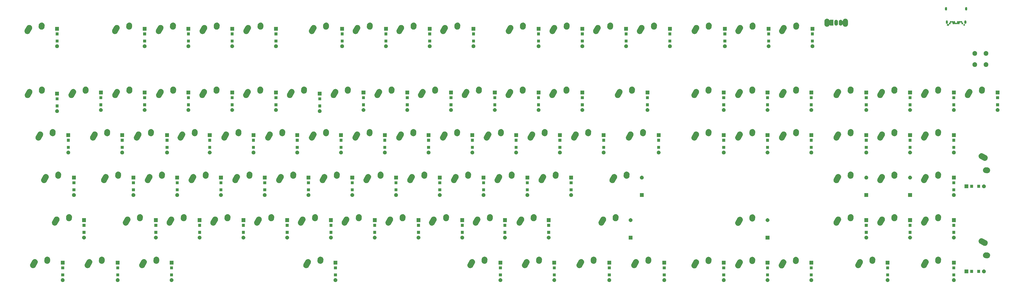
<source format=gbr>
G04 #@! TF.GenerationSoftware,KiCad,Pcbnew,(5.1.4)-1*
G04 #@! TF.CreationDate,2019-11-05T01:24:31-05:00*
G04 #@! TF.ProjectId,keyboard,6b657962-6f61-4726-942e-6b696361645f,rev?*
G04 #@! TF.SameCoordinates,Original*
G04 #@! TF.FileFunction,Soldermask,Bot*
G04 #@! TF.FilePolarity,Negative*
%FSLAX46Y46*%
G04 Gerber Fmt 4.6, Leading zero omitted, Abs format (unit mm)*
G04 Created by KiCad (PCBNEW (5.1.4)-1) date 2019-11-05 01:24:31*
%MOMM*%
%LPD*%
G04 APERTURE LIST*
%ADD10C,0.100000*%
G04 APERTURE END LIST*
D10*
G36*
X408748228Y-107581703D02*
G01*
X408903100Y-107645853D01*
X409042481Y-107738985D01*
X409161015Y-107857519D01*
X409254147Y-107996900D01*
X409318297Y-108151772D01*
X409351000Y-108316184D01*
X409351000Y-108483816D01*
X409318297Y-108648228D01*
X409254147Y-108803100D01*
X409161015Y-108942481D01*
X409042481Y-109061015D01*
X408903100Y-109154147D01*
X408748228Y-109218297D01*
X408583816Y-109251000D01*
X408416184Y-109251000D01*
X408251772Y-109218297D01*
X408096900Y-109154147D01*
X407957519Y-109061015D01*
X407838985Y-108942481D01*
X407745853Y-108803100D01*
X407681703Y-108648228D01*
X407649000Y-108483816D01*
X407649000Y-108316184D01*
X407681703Y-108151772D01*
X407745853Y-107996900D01*
X407838985Y-107857519D01*
X407957519Y-107738985D01*
X408096900Y-107645853D01*
X408251772Y-107581703D01*
X408416184Y-107549000D01*
X408583816Y-107549000D01*
X408748228Y-107581703D01*
X408748228Y-107581703D01*
G37*
G36*
X345248228Y-107581703D02*
G01*
X345403100Y-107645853D01*
X345542481Y-107738985D01*
X345661015Y-107857519D01*
X345754147Y-107996900D01*
X345818297Y-108151772D01*
X345851000Y-108316184D01*
X345851000Y-108483816D01*
X345818297Y-108648228D01*
X345754147Y-108803100D01*
X345661015Y-108942481D01*
X345542481Y-109061015D01*
X345403100Y-109154147D01*
X345248228Y-109218297D01*
X345083816Y-109251000D01*
X344916184Y-109251000D01*
X344751772Y-109218297D01*
X344596900Y-109154147D01*
X344457519Y-109061015D01*
X344338985Y-108942481D01*
X344245853Y-108803100D01*
X344181703Y-108648228D01*
X344149000Y-108483816D01*
X344149000Y-108316184D01*
X344181703Y-108151772D01*
X344245853Y-107996900D01*
X344338985Y-107857519D01*
X344457519Y-107738985D01*
X344596900Y-107645853D01*
X344751772Y-107581703D01*
X344916184Y-107549000D01*
X345083816Y-107549000D01*
X345248228Y-107581703D01*
X345248228Y-107581703D01*
G37*
G36*
X325748228Y-107581703D02*
G01*
X325903100Y-107645853D01*
X326042481Y-107738985D01*
X326161015Y-107857519D01*
X326254147Y-107996900D01*
X326318297Y-108151772D01*
X326351000Y-108316184D01*
X326351000Y-108483816D01*
X326318297Y-108648228D01*
X326254147Y-108803100D01*
X326161015Y-108942481D01*
X326042481Y-109061015D01*
X325903100Y-109154147D01*
X325748228Y-109218297D01*
X325583816Y-109251000D01*
X325416184Y-109251000D01*
X325251772Y-109218297D01*
X325096900Y-109154147D01*
X324957519Y-109061015D01*
X324838985Y-108942481D01*
X324745853Y-108803100D01*
X324681703Y-108648228D01*
X324649000Y-108483816D01*
X324649000Y-108316184D01*
X324681703Y-108151772D01*
X324745853Y-107996900D01*
X324838985Y-107857519D01*
X324957519Y-107738985D01*
X325096900Y-107645853D01*
X325251772Y-107581703D01*
X325416184Y-107549000D01*
X325583816Y-107549000D01*
X325748228Y-107581703D01*
X325748228Y-107581703D01*
G37*
G36*
X306248228Y-107581703D02*
G01*
X306403100Y-107645853D01*
X306542481Y-107738985D01*
X306661015Y-107857519D01*
X306754147Y-107996900D01*
X306818297Y-108151772D01*
X306851000Y-108316184D01*
X306851000Y-108483816D01*
X306818297Y-108648228D01*
X306754147Y-108803100D01*
X306661015Y-108942481D01*
X306542481Y-109061015D01*
X306403100Y-109154147D01*
X306248228Y-109218297D01*
X306083816Y-109251000D01*
X305916184Y-109251000D01*
X305751772Y-109218297D01*
X305596900Y-109154147D01*
X305457519Y-109061015D01*
X305338985Y-108942481D01*
X305245853Y-108803100D01*
X305181703Y-108648228D01*
X305149000Y-108483816D01*
X305149000Y-108316184D01*
X305181703Y-108151772D01*
X305245853Y-107996900D01*
X305338985Y-107857519D01*
X305457519Y-107738985D01*
X305596900Y-107645853D01*
X305751772Y-107581703D01*
X305916184Y-107549000D01*
X306083816Y-107549000D01*
X306248228Y-107581703D01*
X306248228Y-107581703D01*
G37*
G36*
X279748228Y-107581703D02*
G01*
X279903100Y-107645853D01*
X280042481Y-107738985D01*
X280161015Y-107857519D01*
X280254147Y-107996900D01*
X280318297Y-108151772D01*
X280351000Y-108316184D01*
X280351000Y-108483816D01*
X280318297Y-108648228D01*
X280254147Y-108803100D01*
X280161015Y-108942481D01*
X280042481Y-109061015D01*
X279903100Y-109154147D01*
X279748228Y-109218297D01*
X279583816Y-109251000D01*
X279416184Y-109251000D01*
X279251772Y-109218297D01*
X279096900Y-109154147D01*
X278957519Y-109061015D01*
X278838985Y-108942481D01*
X278745853Y-108803100D01*
X278681703Y-108648228D01*
X278649000Y-108483816D01*
X278649000Y-108316184D01*
X278681703Y-108151772D01*
X278745853Y-107996900D01*
X278838985Y-107857519D01*
X278957519Y-107738985D01*
X279096900Y-107645853D01*
X279251772Y-107581703D01*
X279416184Y-107549000D01*
X279583816Y-107549000D01*
X279748228Y-107581703D01*
X279748228Y-107581703D01*
G37*
G36*
X255248228Y-107581703D02*
G01*
X255403100Y-107645853D01*
X255542481Y-107738985D01*
X255661015Y-107857519D01*
X255754147Y-107996900D01*
X255818297Y-108151772D01*
X255851000Y-108316184D01*
X255851000Y-108483816D01*
X255818297Y-108648228D01*
X255754147Y-108803100D01*
X255661015Y-108942481D01*
X255542481Y-109061015D01*
X255403100Y-109154147D01*
X255248228Y-109218297D01*
X255083816Y-109251000D01*
X254916184Y-109251000D01*
X254751772Y-109218297D01*
X254596900Y-109154147D01*
X254457519Y-109061015D01*
X254338985Y-108942481D01*
X254245853Y-108803100D01*
X254181703Y-108648228D01*
X254149000Y-108483816D01*
X254149000Y-108316184D01*
X254181703Y-108151772D01*
X254245853Y-107996900D01*
X254338985Y-107857519D01*
X254457519Y-107738985D01*
X254596900Y-107645853D01*
X254751772Y-107581703D01*
X254916184Y-107549000D01*
X255083816Y-107549000D01*
X255248228Y-107581703D01*
X255248228Y-107581703D01*
G37*
G36*
X230748228Y-107581703D02*
G01*
X230903100Y-107645853D01*
X231042481Y-107738985D01*
X231161015Y-107857519D01*
X231254147Y-107996900D01*
X231318297Y-108151772D01*
X231351000Y-108316184D01*
X231351000Y-108483816D01*
X231318297Y-108648228D01*
X231254147Y-108803100D01*
X231161015Y-108942481D01*
X231042481Y-109061015D01*
X230903100Y-109154147D01*
X230748228Y-109218297D01*
X230583816Y-109251000D01*
X230416184Y-109251000D01*
X230251772Y-109218297D01*
X230096900Y-109154147D01*
X229957519Y-109061015D01*
X229838985Y-108942481D01*
X229745853Y-108803100D01*
X229681703Y-108648228D01*
X229649000Y-108483816D01*
X229649000Y-108316184D01*
X229681703Y-108151772D01*
X229745853Y-107996900D01*
X229838985Y-107857519D01*
X229957519Y-107738985D01*
X230096900Y-107645853D01*
X230251772Y-107581703D01*
X230416184Y-107549000D01*
X230583816Y-107549000D01*
X230748228Y-107581703D01*
X230748228Y-107581703D01*
G37*
G36*
X133248228Y-107581703D02*
G01*
X133403100Y-107645853D01*
X133542481Y-107738985D01*
X133661015Y-107857519D01*
X133754147Y-107996900D01*
X133818297Y-108151772D01*
X133851000Y-108316184D01*
X133851000Y-108483816D01*
X133818297Y-108648228D01*
X133754147Y-108803100D01*
X133661015Y-108942481D01*
X133542481Y-109061015D01*
X133403100Y-109154147D01*
X133248228Y-109218297D01*
X133083816Y-109251000D01*
X132916184Y-109251000D01*
X132751772Y-109218297D01*
X132596900Y-109154147D01*
X132457519Y-109061015D01*
X132338985Y-108942481D01*
X132245853Y-108803100D01*
X132181703Y-108648228D01*
X132149000Y-108483816D01*
X132149000Y-108316184D01*
X132181703Y-108151772D01*
X132245853Y-107996900D01*
X132338985Y-107857519D01*
X132457519Y-107738985D01*
X132596900Y-107645853D01*
X132751772Y-107581703D01*
X132916184Y-107549000D01*
X133083816Y-107549000D01*
X133248228Y-107581703D01*
X133248228Y-107581703D01*
G37*
G36*
X206748228Y-107581703D02*
G01*
X206903100Y-107645853D01*
X207042481Y-107738985D01*
X207161015Y-107857519D01*
X207254147Y-107996900D01*
X207318297Y-108151772D01*
X207351000Y-108316184D01*
X207351000Y-108483816D01*
X207318297Y-108648228D01*
X207254147Y-108803100D01*
X207161015Y-108942481D01*
X207042481Y-109061015D01*
X206903100Y-109154147D01*
X206748228Y-109218297D01*
X206583816Y-109251000D01*
X206416184Y-109251000D01*
X206251772Y-109218297D01*
X206096900Y-109154147D01*
X205957519Y-109061015D01*
X205838985Y-108942481D01*
X205745853Y-108803100D01*
X205681703Y-108648228D01*
X205649000Y-108483816D01*
X205649000Y-108316184D01*
X205681703Y-108151772D01*
X205745853Y-107996900D01*
X205838985Y-107857519D01*
X205957519Y-107738985D01*
X206096900Y-107645853D01*
X206251772Y-107581703D01*
X206416184Y-107549000D01*
X206583816Y-107549000D01*
X206748228Y-107581703D01*
X206748228Y-107581703D01*
G37*
G36*
X379248228Y-107581703D02*
G01*
X379403100Y-107645853D01*
X379542481Y-107738985D01*
X379661015Y-107857519D01*
X379754147Y-107996900D01*
X379818297Y-108151772D01*
X379851000Y-108316184D01*
X379851000Y-108483816D01*
X379818297Y-108648228D01*
X379754147Y-108803100D01*
X379661015Y-108942481D01*
X379542481Y-109061015D01*
X379403100Y-109154147D01*
X379248228Y-109218297D01*
X379083816Y-109251000D01*
X378916184Y-109251000D01*
X378751772Y-109218297D01*
X378596900Y-109154147D01*
X378457519Y-109061015D01*
X378338985Y-108942481D01*
X378245853Y-108803100D01*
X378181703Y-108648228D01*
X378149000Y-108483816D01*
X378149000Y-108316184D01*
X378181703Y-108151772D01*
X378245853Y-107996900D01*
X378338985Y-107857519D01*
X378457519Y-107738985D01*
X378596900Y-107645853D01*
X378751772Y-107581703D01*
X378916184Y-107549000D01*
X379083816Y-107549000D01*
X379248228Y-107581703D01*
X379248228Y-107581703D01*
G37*
G36*
X11748228Y-107581703D02*
G01*
X11903100Y-107645853D01*
X12042481Y-107738985D01*
X12161015Y-107857519D01*
X12254147Y-107996900D01*
X12318297Y-108151772D01*
X12351000Y-108316184D01*
X12351000Y-108483816D01*
X12318297Y-108648228D01*
X12254147Y-108803100D01*
X12161015Y-108942481D01*
X12042481Y-109061015D01*
X11903100Y-109154147D01*
X11748228Y-109218297D01*
X11583816Y-109251000D01*
X11416184Y-109251000D01*
X11251772Y-109218297D01*
X11096900Y-109154147D01*
X10957519Y-109061015D01*
X10838985Y-108942481D01*
X10745853Y-108803100D01*
X10681703Y-108648228D01*
X10649000Y-108483816D01*
X10649000Y-108316184D01*
X10681703Y-108151772D01*
X10745853Y-107996900D01*
X10838985Y-107857519D01*
X10957519Y-107738985D01*
X11096900Y-107645853D01*
X11251772Y-107581703D01*
X11416184Y-107549000D01*
X11583816Y-107549000D01*
X11748228Y-107581703D01*
X11748228Y-107581703D01*
G37*
G36*
X60248228Y-107581703D02*
G01*
X60403100Y-107645853D01*
X60542481Y-107738985D01*
X60661015Y-107857519D01*
X60754147Y-107996900D01*
X60818297Y-108151772D01*
X60851000Y-108316184D01*
X60851000Y-108483816D01*
X60818297Y-108648228D01*
X60754147Y-108803100D01*
X60661015Y-108942481D01*
X60542481Y-109061015D01*
X60403100Y-109154147D01*
X60248228Y-109218297D01*
X60083816Y-109251000D01*
X59916184Y-109251000D01*
X59751772Y-109218297D01*
X59596900Y-109154147D01*
X59457519Y-109061015D01*
X59338985Y-108942481D01*
X59245853Y-108803100D01*
X59181703Y-108648228D01*
X59149000Y-108483816D01*
X59149000Y-108316184D01*
X59181703Y-108151772D01*
X59245853Y-107996900D01*
X59338985Y-107857519D01*
X59457519Y-107738985D01*
X59596900Y-107645853D01*
X59751772Y-107581703D01*
X59916184Y-107549000D01*
X60083816Y-107549000D01*
X60248228Y-107581703D01*
X60248228Y-107581703D01*
G37*
G36*
X36248228Y-107581703D02*
G01*
X36403100Y-107645853D01*
X36542481Y-107738985D01*
X36661015Y-107857519D01*
X36754147Y-107996900D01*
X36818297Y-108151772D01*
X36851000Y-108316184D01*
X36851000Y-108483816D01*
X36818297Y-108648228D01*
X36754147Y-108803100D01*
X36661015Y-108942481D01*
X36542481Y-109061015D01*
X36403100Y-109154147D01*
X36248228Y-109218297D01*
X36083816Y-109251000D01*
X35916184Y-109251000D01*
X35751772Y-109218297D01*
X35596900Y-109154147D01*
X35457519Y-109061015D01*
X35338985Y-108942481D01*
X35245853Y-108803100D01*
X35181703Y-108648228D01*
X35149000Y-108483816D01*
X35149000Y-108316184D01*
X35181703Y-108151772D01*
X35245853Y-107996900D01*
X35338985Y-107857519D01*
X35457519Y-107738985D01*
X35596900Y-107645853D01*
X35751772Y-107581703D01*
X35916184Y-107549000D01*
X36083816Y-107549000D01*
X36248228Y-107581703D01*
X36248228Y-107581703D01*
G37*
G36*
X409151000Y-106726000D02*
G01*
X407849000Y-106726000D01*
X407849000Y-105424000D01*
X409151000Y-105424000D01*
X409151000Y-106726000D01*
X409151000Y-106726000D01*
G37*
G36*
X280151000Y-106726000D02*
G01*
X278849000Y-106726000D01*
X278849000Y-105424000D01*
X280151000Y-105424000D01*
X280151000Y-106726000D01*
X280151000Y-106726000D01*
G37*
G36*
X306651000Y-106726000D02*
G01*
X305349000Y-106726000D01*
X305349000Y-105424000D01*
X306651000Y-105424000D01*
X306651000Y-106726000D01*
X306651000Y-106726000D01*
G37*
G36*
X326151000Y-106726000D02*
G01*
X324849000Y-106726000D01*
X324849000Y-105424000D01*
X326151000Y-105424000D01*
X326151000Y-106726000D01*
X326151000Y-106726000D01*
G37*
G36*
X345651000Y-106726000D02*
G01*
X344349000Y-106726000D01*
X344349000Y-105424000D01*
X345651000Y-105424000D01*
X345651000Y-106726000D01*
X345651000Y-106726000D01*
G37*
G36*
X255651000Y-106726000D02*
G01*
X254349000Y-106726000D01*
X254349000Y-105424000D01*
X255651000Y-105424000D01*
X255651000Y-106726000D01*
X255651000Y-106726000D01*
G37*
G36*
X231151000Y-106726000D02*
G01*
X229849000Y-106726000D01*
X229849000Y-105424000D01*
X231151000Y-105424000D01*
X231151000Y-106726000D01*
X231151000Y-106726000D01*
G37*
G36*
X379651000Y-106726000D02*
G01*
X378349000Y-106726000D01*
X378349000Y-105424000D01*
X379651000Y-105424000D01*
X379651000Y-106726000D01*
X379651000Y-106726000D01*
G37*
G36*
X207151000Y-106726000D02*
G01*
X205849000Y-106726000D01*
X205849000Y-105424000D01*
X207151000Y-105424000D01*
X207151000Y-106726000D01*
X207151000Y-106726000D01*
G37*
G36*
X12151000Y-106726000D02*
G01*
X10849000Y-106726000D01*
X10849000Y-105424000D01*
X12151000Y-105424000D01*
X12151000Y-106726000D01*
X12151000Y-106726000D01*
G37*
G36*
X133651000Y-106726000D02*
G01*
X132349000Y-106726000D01*
X132349000Y-105424000D01*
X133651000Y-105424000D01*
X133651000Y-106726000D01*
X133651000Y-106726000D01*
G37*
G36*
X60651000Y-106726000D02*
G01*
X59349000Y-106726000D01*
X59349000Y-105424000D01*
X60651000Y-105424000D01*
X60651000Y-106726000D01*
X60651000Y-106726000D01*
G37*
G36*
X36651000Y-106726000D02*
G01*
X35349000Y-106726000D01*
X35349000Y-105424000D01*
X36651000Y-105424000D01*
X36651000Y-106726000D01*
X36651000Y-106726000D01*
G37*
G36*
X422148228Y-103681703D02*
G01*
X422303100Y-103745853D01*
X422442481Y-103838985D01*
X422561015Y-103957519D01*
X422654147Y-104096900D01*
X422718297Y-104251772D01*
X422751000Y-104416184D01*
X422751000Y-104583816D01*
X422718297Y-104748228D01*
X422654147Y-104903100D01*
X422561015Y-105042481D01*
X422442481Y-105161015D01*
X422303100Y-105254147D01*
X422148228Y-105318297D01*
X421983816Y-105351000D01*
X421816184Y-105351000D01*
X421651772Y-105318297D01*
X421496900Y-105254147D01*
X421357519Y-105161015D01*
X421238985Y-105042481D01*
X421145853Y-104903100D01*
X421081703Y-104748228D01*
X421049000Y-104583816D01*
X421049000Y-104416184D01*
X421081703Y-104251772D01*
X421145853Y-104096900D01*
X421238985Y-103957519D01*
X421357519Y-103838985D01*
X421496900Y-103745853D01*
X421651772Y-103681703D01*
X421816184Y-103649000D01*
X421983816Y-103649000D01*
X422148228Y-103681703D01*
X422148228Y-103681703D01*
G37*
G36*
X414951000Y-105351000D02*
G01*
X413249000Y-105351000D01*
X413249000Y-103649000D01*
X414951000Y-103649000D01*
X414951000Y-105351000D01*
X414951000Y-105351000D01*
G37*
G36*
X420226000Y-105151000D02*
G01*
X418924000Y-105151000D01*
X418924000Y-103849000D01*
X420226000Y-103849000D01*
X420226000Y-105151000D01*
X420226000Y-105151000D01*
G37*
G36*
X417076000Y-105151000D02*
G01*
X415774000Y-105151000D01*
X415774000Y-103849000D01*
X417076000Y-103849000D01*
X417076000Y-105151000D01*
X417076000Y-105151000D01*
G37*
G36*
X255651000Y-103576000D02*
G01*
X254349000Y-103576000D01*
X254349000Y-102274000D01*
X255651000Y-102274000D01*
X255651000Y-103576000D01*
X255651000Y-103576000D01*
G37*
G36*
X306651000Y-103576000D02*
G01*
X305349000Y-103576000D01*
X305349000Y-102274000D01*
X306651000Y-102274000D01*
X306651000Y-103576000D01*
X306651000Y-103576000D01*
G37*
G36*
X326151000Y-103576000D02*
G01*
X324849000Y-103576000D01*
X324849000Y-102274000D01*
X326151000Y-102274000D01*
X326151000Y-103576000D01*
X326151000Y-103576000D01*
G37*
G36*
X345651000Y-103576000D02*
G01*
X344349000Y-103576000D01*
X344349000Y-102274000D01*
X345651000Y-102274000D01*
X345651000Y-103576000D01*
X345651000Y-103576000D01*
G37*
G36*
X280151000Y-103576000D02*
G01*
X278849000Y-103576000D01*
X278849000Y-102274000D01*
X280151000Y-102274000D01*
X280151000Y-103576000D01*
X280151000Y-103576000D01*
G37*
G36*
X12151000Y-103576000D02*
G01*
X10849000Y-103576000D01*
X10849000Y-102274000D01*
X12151000Y-102274000D01*
X12151000Y-103576000D01*
X12151000Y-103576000D01*
G37*
G36*
X60651000Y-103576000D02*
G01*
X59349000Y-103576000D01*
X59349000Y-102274000D01*
X60651000Y-102274000D01*
X60651000Y-103576000D01*
X60651000Y-103576000D01*
G37*
G36*
X133651000Y-103576000D02*
G01*
X132349000Y-103576000D01*
X132349000Y-102274000D01*
X133651000Y-102274000D01*
X133651000Y-103576000D01*
X133651000Y-103576000D01*
G37*
G36*
X379651000Y-103576000D02*
G01*
X378349000Y-103576000D01*
X378349000Y-102274000D01*
X379651000Y-102274000D01*
X379651000Y-103576000D01*
X379651000Y-103576000D01*
G37*
G36*
X207151000Y-103576000D02*
G01*
X205849000Y-103576000D01*
X205849000Y-102274000D01*
X207151000Y-102274000D01*
X207151000Y-103576000D01*
X207151000Y-103576000D01*
G37*
G36*
X231151000Y-103576000D02*
G01*
X229849000Y-103576000D01*
X229849000Y-102274000D01*
X231151000Y-102274000D01*
X231151000Y-103576000D01*
X231151000Y-103576000D01*
G37*
G36*
X409151000Y-103576000D02*
G01*
X407849000Y-103576000D01*
X407849000Y-102274000D01*
X409151000Y-102274000D01*
X409151000Y-103576000D01*
X409151000Y-103576000D01*
G37*
G36*
X36651000Y-103576000D02*
G01*
X35349000Y-103576000D01*
X35349000Y-102274000D01*
X36651000Y-102274000D01*
X36651000Y-103576000D01*
X36651000Y-103576000D01*
G37*
G36*
X293849575Y-99101286D02*
G01*
X294100086Y-99155333D01*
X294233357Y-99213074D01*
X294335239Y-99257215D01*
X294401445Y-99303016D01*
X294545996Y-99403014D01*
X294545998Y-99403016D01*
X294724262Y-99587130D01*
X294863180Y-99802483D01*
X294957419Y-100040804D01*
X294985132Y-100192927D01*
X295003351Y-100292928D01*
X294999213Y-100549169D01*
X294945166Y-100799680D01*
X294868813Y-100975911D01*
X293995846Y-102547549D01*
X293886579Y-102705497D01*
X293886577Y-102705499D01*
X293702463Y-102883763D01*
X293487110Y-103022681D01*
X293487108Y-103022682D01*
X293464546Y-103031603D01*
X293248789Y-103116920D01*
X293069840Y-103149520D01*
X292996665Y-103162852D01*
X292740425Y-103158714D01*
X292489914Y-103104667D01*
X292356643Y-103046926D01*
X292254761Y-103002785D01*
X292110208Y-102902785D01*
X292044004Y-102856986D01*
X291973107Y-102783762D01*
X291865738Y-102672870D01*
X291726820Y-102457517D01*
X291632581Y-102219196D01*
X291599981Y-102040247D01*
X291586649Y-101967072D01*
X291590787Y-101710832D01*
X291644834Y-101460321D01*
X291721187Y-101284090D01*
X292594154Y-99712451D01*
X292703421Y-99554503D01*
X292806705Y-99454501D01*
X292887537Y-99376237D01*
X293102889Y-99237318D01*
X293341210Y-99143080D01*
X293520159Y-99110480D01*
X293593334Y-99097148D01*
X293849575Y-99101286D01*
X293849575Y-99101286D01*
G37*
G36*
X313349575Y-99101286D02*
G01*
X313600086Y-99155333D01*
X313733357Y-99213074D01*
X313835239Y-99257215D01*
X313901445Y-99303016D01*
X314045996Y-99403014D01*
X314045998Y-99403016D01*
X314224262Y-99587130D01*
X314363180Y-99802483D01*
X314457419Y-100040804D01*
X314485132Y-100192927D01*
X314503351Y-100292928D01*
X314499213Y-100549169D01*
X314445166Y-100799680D01*
X314368813Y-100975911D01*
X313495846Y-102547549D01*
X313386579Y-102705497D01*
X313386577Y-102705499D01*
X313202463Y-102883763D01*
X312987110Y-103022681D01*
X312987108Y-103022682D01*
X312964546Y-103031603D01*
X312748789Y-103116920D01*
X312569840Y-103149520D01*
X312496665Y-103162852D01*
X312240425Y-103158714D01*
X311989914Y-103104667D01*
X311856643Y-103046926D01*
X311754761Y-103002785D01*
X311610208Y-102902785D01*
X311544004Y-102856986D01*
X311473107Y-102783762D01*
X311365738Y-102672870D01*
X311226820Y-102457517D01*
X311132581Y-102219196D01*
X311099981Y-102040247D01*
X311086649Y-101967072D01*
X311090787Y-101710832D01*
X311144834Y-101460321D01*
X311221187Y-101284090D01*
X312094154Y-99712451D01*
X312203421Y-99554503D01*
X312306705Y-99454501D01*
X312387537Y-99376237D01*
X312602889Y-99237318D01*
X312841210Y-99143080D01*
X313020159Y-99110480D01*
X313093334Y-99097148D01*
X313349575Y-99101286D01*
X313349575Y-99101286D01*
G37*
G36*
X332749575Y-99101286D02*
G01*
X333000086Y-99155333D01*
X333133357Y-99213074D01*
X333235239Y-99257215D01*
X333301445Y-99303016D01*
X333445996Y-99403014D01*
X333445998Y-99403016D01*
X333624262Y-99587130D01*
X333763180Y-99802483D01*
X333857419Y-100040804D01*
X333885132Y-100192927D01*
X333903351Y-100292928D01*
X333899213Y-100549169D01*
X333845166Y-100799680D01*
X333768813Y-100975911D01*
X332895846Y-102547549D01*
X332786579Y-102705497D01*
X332786577Y-102705499D01*
X332602463Y-102883763D01*
X332387110Y-103022681D01*
X332387108Y-103022682D01*
X332364546Y-103031603D01*
X332148789Y-103116920D01*
X331969840Y-103149520D01*
X331896665Y-103162852D01*
X331640425Y-103158714D01*
X331389914Y-103104667D01*
X331256643Y-103046926D01*
X331154761Y-103002785D01*
X331010208Y-102902785D01*
X330944004Y-102856986D01*
X330873107Y-102783762D01*
X330765738Y-102672870D01*
X330626820Y-102457517D01*
X330532581Y-102219196D01*
X330499981Y-102040247D01*
X330486649Y-101967072D01*
X330490787Y-101710832D01*
X330544834Y-101460321D01*
X330621187Y-101284090D01*
X331494154Y-99712451D01*
X331603421Y-99554503D01*
X331706705Y-99454501D01*
X331787537Y-99376237D01*
X332002889Y-99237318D01*
X332241210Y-99143080D01*
X332420159Y-99110480D01*
X332493334Y-99097148D01*
X332749575Y-99101286D01*
X332749575Y-99101286D01*
G37*
G36*
X194049575Y-99001286D02*
G01*
X194300086Y-99055333D01*
X194406149Y-99101286D01*
X194535239Y-99157215D01*
X194646688Y-99234314D01*
X194745996Y-99303014D01*
X194745998Y-99303016D01*
X194924262Y-99487130D01*
X195063180Y-99702483D01*
X195157419Y-99940804D01*
X195190019Y-100119753D01*
X195203351Y-100192928D01*
X195199213Y-100449169D01*
X195145166Y-100699680D01*
X195068813Y-100875911D01*
X194195846Y-102447549D01*
X194086579Y-102605497D01*
X194086577Y-102605499D01*
X193902463Y-102783763D01*
X193747441Y-102883763D01*
X193687108Y-102922682D01*
X193664546Y-102931603D01*
X193448789Y-103016920D01*
X193269840Y-103049520D01*
X193196665Y-103062852D01*
X192940425Y-103058714D01*
X192689914Y-103004667D01*
X192556643Y-102946926D01*
X192454761Y-102902785D01*
X192343312Y-102825686D01*
X192244004Y-102756986D01*
X192162561Y-102672870D01*
X192065738Y-102572870D01*
X191926820Y-102357517D01*
X191832581Y-102119196D01*
X191799981Y-101940247D01*
X191786649Y-101867072D01*
X191790787Y-101610832D01*
X191844834Y-101360321D01*
X191921187Y-101184090D01*
X192794154Y-99612451D01*
X192903421Y-99454503D01*
X192956600Y-99403014D01*
X193087537Y-99276237D01*
X193302889Y-99137318D01*
X193541210Y-99043080D01*
X193720159Y-99010480D01*
X193793334Y-98997148D01*
X194049575Y-99001286D01*
X194049575Y-99001286D01*
G37*
G36*
X267049575Y-99001286D02*
G01*
X267300086Y-99055333D01*
X267406149Y-99101286D01*
X267535239Y-99157215D01*
X267646688Y-99234314D01*
X267745996Y-99303014D01*
X267745998Y-99303016D01*
X267924262Y-99487130D01*
X268063180Y-99702483D01*
X268157419Y-99940804D01*
X268190019Y-100119753D01*
X268203351Y-100192928D01*
X268199213Y-100449169D01*
X268145166Y-100699680D01*
X268068813Y-100875911D01*
X267195846Y-102447549D01*
X267086579Y-102605497D01*
X267086577Y-102605499D01*
X266902463Y-102783763D01*
X266747441Y-102883763D01*
X266687108Y-102922682D01*
X266664546Y-102931603D01*
X266448789Y-103016920D01*
X266269840Y-103049520D01*
X266196665Y-103062852D01*
X265940425Y-103058714D01*
X265689914Y-103004667D01*
X265556643Y-102946926D01*
X265454761Y-102902785D01*
X265343312Y-102825686D01*
X265244004Y-102756986D01*
X265162561Y-102672870D01*
X265065738Y-102572870D01*
X264926820Y-102357517D01*
X264832581Y-102119196D01*
X264799981Y-101940247D01*
X264786649Y-101867072D01*
X264790787Y-101610832D01*
X264844834Y-101360321D01*
X264921187Y-101184090D01*
X265794154Y-99612451D01*
X265903421Y-99454503D01*
X265956600Y-99403014D01*
X266087537Y-99276237D01*
X266302889Y-99137318D01*
X266541210Y-99043080D01*
X266720159Y-99010480D01*
X266793334Y-98997148D01*
X267049575Y-99001286D01*
X267049575Y-99001286D01*
G37*
G36*
X242649575Y-99001286D02*
G01*
X242900086Y-99055333D01*
X243006149Y-99101286D01*
X243135239Y-99157215D01*
X243246688Y-99234314D01*
X243345996Y-99303014D01*
X243345998Y-99303016D01*
X243524262Y-99487130D01*
X243663180Y-99702483D01*
X243757419Y-99940804D01*
X243790019Y-100119753D01*
X243803351Y-100192928D01*
X243799213Y-100449169D01*
X243745166Y-100699680D01*
X243668813Y-100875911D01*
X242795846Y-102447549D01*
X242686579Y-102605497D01*
X242686577Y-102605499D01*
X242502463Y-102783763D01*
X242347441Y-102883763D01*
X242287108Y-102922682D01*
X242264546Y-102931603D01*
X242048789Y-103016920D01*
X241869840Y-103049520D01*
X241796665Y-103062852D01*
X241540425Y-103058714D01*
X241289914Y-103004667D01*
X241156643Y-102946926D01*
X241054761Y-102902785D01*
X240943312Y-102825686D01*
X240844004Y-102756986D01*
X240762561Y-102672870D01*
X240665738Y-102572870D01*
X240526820Y-102357517D01*
X240432581Y-102119196D01*
X240399981Y-101940247D01*
X240386649Y-101867072D01*
X240390787Y-101610832D01*
X240444834Y-101360321D01*
X240521187Y-101184090D01*
X241394154Y-99612451D01*
X241503421Y-99454503D01*
X241556600Y-99403014D01*
X241687537Y-99276237D01*
X241902889Y-99137318D01*
X242141210Y-99043080D01*
X242320159Y-99010480D01*
X242393334Y-98997148D01*
X242649575Y-99001286D01*
X242649575Y-99001286D01*
G37*
G36*
X218349575Y-99001286D02*
G01*
X218600086Y-99055333D01*
X218706149Y-99101286D01*
X218835239Y-99157215D01*
X218946688Y-99234314D01*
X219045996Y-99303014D01*
X219045998Y-99303016D01*
X219224262Y-99487130D01*
X219363180Y-99702483D01*
X219457419Y-99940804D01*
X219490019Y-100119753D01*
X219503351Y-100192928D01*
X219499213Y-100449169D01*
X219445166Y-100699680D01*
X219368813Y-100875911D01*
X218495846Y-102447549D01*
X218386579Y-102605497D01*
X218386577Y-102605499D01*
X218202463Y-102783763D01*
X218047441Y-102883763D01*
X217987108Y-102922682D01*
X217964546Y-102931603D01*
X217748789Y-103016920D01*
X217569840Y-103049520D01*
X217496665Y-103062852D01*
X217240425Y-103058714D01*
X216989914Y-103004667D01*
X216856643Y-102946926D01*
X216754761Y-102902785D01*
X216643312Y-102825686D01*
X216544004Y-102756986D01*
X216462561Y-102672870D01*
X216365738Y-102572870D01*
X216226820Y-102357517D01*
X216132581Y-102119196D01*
X216099981Y-101940247D01*
X216086649Y-101867072D01*
X216090787Y-101610832D01*
X216144834Y-101360321D01*
X216221187Y-101184090D01*
X217094154Y-99612451D01*
X217203421Y-99454503D01*
X217256600Y-99403014D01*
X217387537Y-99276237D01*
X217602889Y-99137318D01*
X217841210Y-99043080D01*
X218020159Y-99010480D01*
X218093334Y-98997148D01*
X218349575Y-99001286D01*
X218349575Y-99001286D01*
G37*
G36*
X-750425Y-99001286D02*
G01*
X-499914Y-99055333D01*
X-393851Y-99101286D01*
X-264761Y-99157215D01*
X-153312Y-99234314D01*
X-54004Y-99303014D01*
X-54002Y-99303016D01*
X124262Y-99487130D01*
X263180Y-99702483D01*
X357419Y-99940804D01*
X390019Y-100119753D01*
X403351Y-100192928D01*
X399213Y-100449169D01*
X345166Y-100699680D01*
X268813Y-100875911D01*
X-604154Y-102447549D01*
X-713421Y-102605497D01*
X-713423Y-102605499D01*
X-897537Y-102783763D01*
X-1052559Y-102883763D01*
X-1112892Y-102922682D01*
X-1135454Y-102931603D01*
X-1351211Y-103016920D01*
X-1530160Y-103049520D01*
X-1603335Y-103062852D01*
X-1859575Y-103058714D01*
X-2110086Y-103004667D01*
X-2243357Y-102946926D01*
X-2345239Y-102902785D01*
X-2456688Y-102825686D01*
X-2555996Y-102756986D01*
X-2637439Y-102672870D01*
X-2734262Y-102572870D01*
X-2873180Y-102357517D01*
X-2967419Y-102119196D01*
X-3000019Y-101940247D01*
X-3013351Y-101867072D01*
X-3009213Y-101610832D01*
X-2955166Y-101360321D01*
X-2878813Y-101184090D01*
X-2005846Y-99612451D01*
X-1896579Y-99454503D01*
X-1843400Y-99403014D01*
X-1712463Y-99276237D01*
X-1497111Y-99137318D01*
X-1258790Y-99043080D01*
X-1079841Y-99010480D01*
X-1006666Y-98997148D01*
X-750425Y-99001286D01*
X-750425Y-99001286D01*
G37*
G36*
X23549575Y-99001286D02*
G01*
X23800086Y-99055333D01*
X23906149Y-99101286D01*
X24035239Y-99157215D01*
X24146688Y-99234314D01*
X24245996Y-99303014D01*
X24245998Y-99303016D01*
X24424262Y-99487130D01*
X24563180Y-99702483D01*
X24657419Y-99940804D01*
X24690019Y-100119753D01*
X24703351Y-100192928D01*
X24699213Y-100449169D01*
X24645166Y-100699680D01*
X24568813Y-100875911D01*
X23695846Y-102447549D01*
X23586579Y-102605497D01*
X23586577Y-102605499D01*
X23402463Y-102783763D01*
X23247441Y-102883763D01*
X23187108Y-102922682D01*
X23164546Y-102931603D01*
X22948789Y-103016920D01*
X22769840Y-103049520D01*
X22696665Y-103062852D01*
X22440425Y-103058714D01*
X22189914Y-103004667D01*
X22056643Y-102946926D01*
X21954761Y-102902785D01*
X21843312Y-102825686D01*
X21744004Y-102756986D01*
X21662561Y-102672870D01*
X21565738Y-102572870D01*
X21426820Y-102357517D01*
X21332581Y-102119196D01*
X21299981Y-101940247D01*
X21286649Y-101867072D01*
X21290787Y-101610832D01*
X21344834Y-101360321D01*
X21421187Y-101184090D01*
X22294154Y-99612451D01*
X22403421Y-99454503D01*
X22456600Y-99403014D01*
X22587537Y-99276237D01*
X22802889Y-99137318D01*
X23041210Y-99043080D01*
X23220159Y-99010480D01*
X23293334Y-98997148D01*
X23549575Y-99001286D01*
X23549575Y-99001286D01*
G37*
G36*
X366849575Y-99001286D02*
G01*
X367100086Y-99055333D01*
X367206149Y-99101286D01*
X367335239Y-99157215D01*
X367446688Y-99234314D01*
X367545996Y-99303014D01*
X367545998Y-99303016D01*
X367724262Y-99487130D01*
X367863180Y-99702483D01*
X367957419Y-99940804D01*
X367990019Y-100119753D01*
X368003351Y-100192928D01*
X367999213Y-100449169D01*
X367945166Y-100699680D01*
X367868813Y-100875911D01*
X366995846Y-102447549D01*
X366886579Y-102605497D01*
X366886577Y-102605499D01*
X366702463Y-102783763D01*
X366547441Y-102883763D01*
X366487108Y-102922682D01*
X366464546Y-102931603D01*
X366248789Y-103016920D01*
X366069840Y-103049520D01*
X365996665Y-103062852D01*
X365740425Y-103058714D01*
X365489914Y-103004667D01*
X365356643Y-102946926D01*
X365254761Y-102902785D01*
X365143312Y-102825686D01*
X365044004Y-102756986D01*
X364962561Y-102672870D01*
X364865738Y-102572870D01*
X364726820Y-102357517D01*
X364632581Y-102119196D01*
X364599981Y-101940247D01*
X364586649Y-101867072D01*
X364590787Y-101610832D01*
X364644834Y-101360321D01*
X364721187Y-101184090D01*
X365594154Y-99612451D01*
X365703421Y-99454503D01*
X365756600Y-99403014D01*
X365887537Y-99276237D01*
X366102889Y-99137318D01*
X366341210Y-99043080D01*
X366520159Y-99010480D01*
X366593334Y-98997148D01*
X366849575Y-99001286D01*
X366849575Y-99001286D01*
G37*
G36*
X396149575Y-99001286D02*
G01*
X396400086Y-99055333D01*
X396506149Y-99101286D01*
X396635239Y-99157215D01*
X396746688Y-99234314D01*
X396845996Y-99303014D01*
X396845998Y-99303016D01*
X397024262Y-99487130D01*
X397163180Y-99702483D01*
X397257419Y-99940804D01*
X397290019Y-100119753D01*
X397303351Y-100192928D01*
X397299213Y-100449169D01*
X397245166Y-100699680D01*
X397168813Y-100875911D01*
X396295846Y-102447549D01*
X396186579Y-102605497D01*
X396186577Y-102605499D01*
X396002463Y-102783763D01*
X395847441Y-102883763D01*
X395787108Y-102922682D01*
X395764546Y-102931603D01*
X395548789Y-103016920D01*
X395369840Y-103049520D01*
X395296665Y-103062852D01*
X395040425Y-103058714D01*
X394789914Y-103004667D01*
X394656643Y-102946926D01*
X394554761Y-102902785D01*
X394443312Y-102825686D01*
X394344004Y-102756986D01*
X394262561Y-102672870D01*
X394165738Y-102572870D01*
X394026820Y-102357517D01*
X393932581Y-102119196D01*
X393899981Y-101940247D01*
X393886649Y-101867072D01*
X393890787Y-101610832D01*
X393944834Y-101360321D01*
X394021187Y-101184090D01*
X394894154Y-99612451D01*
X395003421Y-99454503D01*
X395056600Y-99403014D01*
X395187537Y-99276237D01*
X395402889Y-99137318D01*
X395641210Y-99043080D01*
X395820159Y-99010480D01*
X395893334Y-98997148D01*
X396149575Y-99001286D01*
X396149575Y-99001286D01*
G37*
G36*
X47849575Y-99001286D02*
G01*
X48100086Y-99055333D01*
X48206149Y-99101286D01*
X48335239Y-99157215D01*
X48446688Y-99234314D01*
X48545996Y-99303014D01*
X48545998Y-99303016D01*
X48724262Y-99487130D01*
X48863180Y-99702483D01*
X48957419Y-99940804D01*
X48990019Y-100119753D01*
X49003351Y-100192928D01*
X48999213Y-100449169D01*
X48945166Y-100699680D01*
X48868813Y-100875911D01*
X47995846Y-102447549D01*
X47886579Y-102605497D01*
X47886577Y-102605499D01*
X47702463Y-102783763D01*
X47547441Y-102883763D01*
X47487108Y-102922682D01*
X47464546Y-102931603D01*
X47248789Y-103016920D01*
X47069840Y-103049520D01*
X46996665Y-103062852D01*
X46740425Y-103058714D01*
X46489914Y-103004667D01*
X46356643Y-102946926D01*
X46254761Y-102902785D01*
X46143312Y-102825686D01*
X46044004Y-102756986D01*
X45962561Y-102672870D01*
X45865738Y-102572870D01*
X45726820Y-102357517D01*
X45632581Y-102119196D01*
X45599981Y-101940247D01*
X45586649Y-101867072D01*
X45590787Y-101610832D01*
X45644834Y-101360321D01*
X45721187Y-101184090D01*
X46594154Y-99612451D01*
X46703421Y-99454503D01*
X46756600Y-99403014D01*
X46887537Y-99276237D01*
X47102889Y-99137318D01*
X47341210Y-99043080D01*
X47520159Y-99010480D01*
X47593334Y-98997148D01*
X47849575Y-99001286D01*
X47849575Y-99001286D01*
G37*
G36*
X120949575Y-99001286D02*
G01*
X121200086Y-99055333D01*
X121306149Y-99101286D01*
X121435239Y-99157215D01*
X121546688Y-99234314D01*
X121645996Y-99303014D01*
X121645998Y-99303016D01*
X121824262Y-99487130D01*
X121963180Y-99702483D01*
X122057419Y-99940804D01*
X122090019Y-100119753D01*
X122103351Y-100192928D01*
X122099213Y-100449169D01*
X122045166Y-100699680D01*
X121968813Y-100875911D01*
X121095846Y-102447549D01*
X120986579Y-102605497D01*
X120986577Y-102605499D01*
X120802463Y-102783763D01*
X120647441Y-102883763D01*
X120587108Y-102922682D01*
X120564546Y-102931603D01*
X120348789Y-103016920D01*
X120169840Y-103049520D01*
X120096665Y-103062852D01*
X119840425Y-103058714D01*
X119589914Y-103004667D01*
X119456643Y-102946926D01*
X119354761Y-102902785D01*
X119243312Y-102825686D01*
X119144004Y-102756986D01*
X119062561Y-102672870D01*
X118965738Y-102572870D01*
X118826820Y-102357517D01*
X118732581Y-102119196D01*
X118699981Y-101940247D01*
X118686649Y-101867072D01*
X118690787Y-101610832D01*
X118744834Y-101360321D01*
X118821187Y-101184090D01*
X119694154Y-99612451D01*
X119803421Y-99454503D01*
X119856600Y-99403014D01*
X119987537Y-99276237D01*
X120202889Y-99137318D01*
X120441210Y-99043080D01*
X120620159Y-99010480D01*
X120693334Y-98997148D01*
X120949575Y-99001286D01*
X120949575Y-99001286D01*
G37*
G36*
X255851000Y-101451000D02*
G01*
X254149000Y-101451000D01*
X254149000Y-99749000D01*
X255851000Y-99749000D01*
X255851000Y-101451000D01*
X255851000Y-101451000D01*
G37*
G36*
X326351000Y-101451000D02*
G01*
X324649000Y-101451000D01*
X324649000Y-99749000D01*
X326351000Y-99749000D01*
X326351000Y-101451000D01*
X326351000Y-101451000D01*
G37*
G36*
X306851000Y-101451000D02*
G01*
X305149000Y-101451000D01*
X305149000Y-99749000D01*
X306851000Y-99749000D01*
X306851000Y-101451000D01*
X306851000Y-101451000D01*
G37*
G36*
X345851000Y-101451000D02*
G01*
X344149000Y-101451000D01*
X344149000Y-99749000D01*
X345851000Y-99749000D01*
X345851000Y-101451000D01*
X345851000Y-101451000D01*
G37*
G36*
X379851000Y-101451000D02*
G01*
X378149000Y-101451000D01*
X378149000Y-99749000D01*
X379851000Y-99749000D01*
X379851000Y-101451000D01*
X379851000Y-101451000D01*
G37*
G36*
X280351000Y-101451000D02*
G01*
X278649000Y-101451000D01*
X278649000Y-99749000D01*
X280351000Y-99749000D01*
X280351000Y-101451000D01*
X280351000Y-101451000D01*
G37*
G36*
X409351000Y-101451000D02*
G01*
X407649000Y-101451000D01*
X407649000Y-99749000D01*
X409351000Y-99749000D01*
X409351000Y-101451000D01*
X409351000Y-101451000D01*
G37*
G36*
X231351000Y-101451000D02*
G01*
X229649000Y-101451000D01*
X229649000Y-99749000D01*
X231351000Y-99749000D01*
X231351000Y-101451000D01*
X231351000Y-101451000D01*
G37*
G36*
X207351000Y-101451000D02*
G01*
X205649000Y-101451000D01*
X205649000Y-99749000D01*
X207351000Y-99749000D01*
X207351000Y-101451000D01*
X207351000Y-101451000D01*
G37*
G36*
X133851000Y-101451000D02*
G01*
X132149000Y-101451000D01*
X132149000Y-99749000D01*
X133851000Y-99749000D01*
X133851000Y-101451000D01*
X133851000Y-101451000D01*
G37*
G36*
X12351000Y-101451000D02*
G01*
X10649000Y-101451000D01*
X10649000Y-99749000D01*
X12351000Y-99749000D01*
X12351000Y-101451000D01*
X12351000Y-101451000D01*
G37*
G36*
X60851000Y-101451000D02*
G01*
X59149000Y-101451000D01*
X59149000Y-99749000D01*
X60851000Y-99749000D01*
X60851000Y-101451000D01*
X60851000Y-101451000D01*
G37*
G36*
X36851000Y-101451000D02*
G01*
X35149000Y-101451000D01*
X35149000Y-99749000D01*
X36851000Y-99749000D01*
X36851000Y-101451000D01*
X36851000Y-101451000D01*
G37*
G36*
X338481379Y-98058813D02*
G01*
X338720991Y-98149713D01*
X338858216Y-98235544D01*
X338938265Y-98285613D01*
X339124852Y-98461288D01*
X339202316Y-98569990D01*
X339273580Y-98669990D01*
X339378735Y-98903697D01*
X339378736Y-98903701D01*
X339436276Y-99153428D01*
X339442058Y-99345394D01*
X339432395Y-99487130D01*
X339393916Y-100051571D01*
X339362135Y-100240983D01*
X339271235Y-100480595D01*
X339227817Y-100550010D01*
X339135335Y-100697869D01*
X338959660Y-100884456D01*
X338803398Y-100995813D01*
X338750958Y-101033184D01*
X338517251Y-101138339D01*
X338517247Y-101138340D01*
X338267521Y-101195880D01*
X338011366Y-101203594D01*
X338011362Y-101203594D01*
X337758621Y-101161187D01*
X337519009Y-101070287D01*
X337301735Y-100934387D01*
X337248703Y-100884456D01*
X337115148Y-100758712D01*
X337000526Y-100597869D01*
X336966420Y-100550010D01*
X336861265Y-100316303D01*
X336803724Y-100066571D01*
X336802948Y-100040804D01*
X336797942Y-99874608D01*
X336846084Y-99168428D01*
X336865060Y-99055334D01*
X336877865Y-98979017D01*
X336968765Y-98739405D01*
X337104665Y-98522131D01*
X337150379Y-98473578D01*
X337280340Y-98335544D01*
X337436602Y-98224187D01*
X337489042Y-98186816D01*
X337722749Y-98081661D01*
X337722753Y-98081660D01*
X337972479Y-98024120D01*
X338228634Y-98016406D01*
X338228638Y-98016406D01*
X338481379Y-98058813D01*
X338481379Y-98058813D01*
G37*
G36*
X299581379Y-98058813D02*
G01*
X299820991Y-98149713D01*
X299958216Y-98235544D01*
X300038265Y-98285613D01*
X300224852Y-98461288D01*
X300302316Y-98569990D01*
X300373580Y-98669990D01*
X300478735Y-98903697D01*
X300478736Y-98903701D01*
X300536276Y-99153428D01*
X300542058Y-99345394D01*
X300532395Y-99487130D01*
X300493916Y-100051571D01*
X300462135Y-100240983D01*
X300371235Y-100480595D01*
X300327817Y-100550010D01*
X300235335Y-100697869D01*
X300059660Y-100884456D01*
X299903398Y-100995813D01*
X299850958Y-101033184D01*
X299617251Y-101138339D01*
X299617247Y-101138340D01*
X299367521Y-101195880D01*
X299111366Y-101203594D01*
X299111362Y-101203594D01*
X298858621Y-101161187D01*
X298619009Y-101070287D01*
X298401735Y-100934387D01*
X298348703Y-100884456D01*
X298215148Y-100758712D01*
X298100526Y-100597869D01*
X298066420Y-100550010D01*
X297961265Y-100316303D01*
X297903724Y-100066571D01*
X297902948Y-100040804D01*
X297897942Y-99874608D01*
X297946084Y-99168428D01*
X297965060Y-99055334D01*
X297977865Y-98979017D01*
X298068765Y-98739405D01*
X298204665Y-98522131D01*
X298250379Y-98473578D01*
X298380340Y-98335544D01*
X298536602Y-98224187D01*
X298589042Y-98186816D01*
X298822749Y-98081661D01*
X298822753Y-98081660D01*
X299072479Y-98024120D01*
X299328634Y-98016406D01*
X299328638Y-98016406D01*
X299581379Y-98058813D01*
X299581379Y-98058813D01*
G37*
G36*
X319081379Y-98058813D02*
G01*
X319320991Y-98149713D01*
X319458216Y-98235544D01*
X319538265Y-98285613D01*
X319724852Y-98461288D01*
X319802316Y-98569990D01*
X319873580Y-98669990D01*
X319978735Y-98903697D01*
X319978736Y-98903701D01*
X320036276Y-99153428D01*
X320042058Y-99345394D01*
X320032395Y-99487130D01*
X319993916Y-100051571D01*
X319962135Y-100240983D01*
X319871235Y-100480595D01*
X319827817Y-100550010D01*
X319735335Y-100697869D01*
X319559660Y-100884456D01*
X319403398Y-100995813D01*
X319350958Y-101033184D01*
X319117251Y-101138339D01*
X319117247Y-101138340D01*
X318867521Y-101195880D01*
X318611366Y-101203594D01*
X318611362Y-101203594D01*
X318358621Y-101161187D01*
X318119009Y-101070287D01*
X317901735Y-100934387D01*
X317848703Y-100884456D01*
X317715148Y-100758712D01*
X317600526Y-100597869D01*
X317566420Y-100550010D01*
X317461265Y-100316303D01*
X317403724Y-100066571D01*
X317402948Y-100040804D01*
X317397942Y-99874608D01*
X317446084Y-99168428D01*
X317465060Y-99055334D01*
X317477865Y-98979017D01*
X317568765Y-98739405D01*
X317704665Y-98522131D01*
X317750379Y-98473578D01*
X317880340Y-98335544D01*
X318036602Y-98224187D01*
X318089042Y-98186816D01*
X318322749Y-98081661D01*
X318322753Y-98081660D01*
X318572479Y-98024120D01*
X318828634Y-98016406D01*
X318828638Y-98016406D01*
X319081379Y-98058813D01*
X319081379Y-98058813D01*
G37*
G36*
X401881379Y-97958813D02*
G01*
X402120991Y-98049713D01*
X402262566Y-98138265D01*
X402338265Y-98185613D01*
X402524852Y-98361288D01*
X402636209Y-98517550D01*
X402673580Y-98569990D01*
X402778735Y-98803697D01*
X402778736Y-98803701D01*
X402836276Y-99053428D01*
X402842058Y-99245394D01*
X402835240Y-99345402D01*
X402793916Y-99951571D01*
X402762135Y-100140983D01*
X402671235Y-100380595D01*
X402565796Y-100549169D01*
X402535335Y-100597869D01*
X402359660Y-100784456D01*
X402219336Y-100884455D01*
X402150958Y-100933184D01*
X401917251Y-101038339D01*
X401917247Y-101038340D01*
X401667521Y-101095880D01*
X401411366Y-101103594D01*
X401411362Y-101103594D01*
X401158621Y-101061187D01*
X400919009Y-100970287D01*
X400701735Y-100834387D01*
X400515148Y-100658712D01*
X400388216Y-100480595D01*
X400366420Y-100450010D01*
X400261265Y-100216303D01*
X400203724Y-99966571D01*
X400202948Y-99940804D01*
X400197942Y-99774608D01*
X400246084Y-99068428D01*
X400258044Y-98997148D01*
X400277865Y-98879017D01*
X400368765Y-98639405D01*
X400504665Y-98422131D01*
X400561950Y-98361288D01*
X400680340Y-98235544D01*
X400836602Y-98124187D01*
X400889042Y-98086816D01*
X401122749Y-97981661D01*
X401122753Y-97981660D01*
X401372479Y-97924120D01*
X401628634Y-97916406D01*
X401628638Y-97916406D01*
X401881379Y-97958813D01*
X401881379Y-97958813D01*
G37*
G36*
X372581379Y-97958813D02*
G01*
X372820991Y-98049713D01*
X372962566Y-98138265D01*
X373038265Y-98185613D01*
X373224852Y-98361288D01*
X373336209Y-98517550D01*
X373373580Y-98569990D01*
X373478735Y-98803697D01*
X373478736Y-98803701D01*
X373536276Y-99053428D01*
X373542058Y-99245394D01*
X373535240Y-99345402D01*
X373493916Y-99951571D01*
X373462135Y-100140983D01*
X373371235Y-100380595D01*
X373265796Y-100549169D01*
X373235335Y-100597869D01*
X373059660Y-100784456D01*
X372919336Y-100884455D01*
X372850958Y-100933184D01*
X372617251Y-101038339D01*
X372617247Y-101038340D01*
X372367521Y-101095880D01*
X372111366Y-101103594D01*
X372111362Y-101103594D01*
X371858621Y-101061187D01*
X371619009Y-100970287D01*
X371401735Y-100834387D01*
X371215148Y-100658712D01*
X371088216Y-100480595D01*
X371066420Y-100450010D01*
X370961265Y-100216303D01*
X370903724Y-99966571D01*
X370902948Y-99940804D01*
X370897942Y-99774608D01*
X370946084Y-99068428D01*
X370958044Y-98997148D01*
X370977865Y-98879017D01*
X371068765Y-98639405D01*
X371204665Y-98422131D01*
X371261950Y-98361288D01*
X371380340Y-98235544D01*
X371536602Y-98124187D01*
X371589042Y-98086816D01*
X371822749Y-97981661D01*
X371822753Y-97981660D01*
X372072479Y-97924120D01*
X372328634Y-97916406D01*
X372328638Y-97916406D01*
X372581379Y-97958813D01*
X372581379Y-97958813D01*
G37*
G36*
X272781379Y-97958813D02*
G01*
X273020991Y-98049713D01*
X273162566Y-98138265D01*
X273238265Y-98185613D01*
X273424852Y-98361288D01*
X273536209Y-98517550D01*
X273573580Y-98569990D01*
X273678735Y-98803697D01*
X273678736Y-98803701D01*
X273736276Y-99053428D01*
X273742058Y-99245394D01*
X273735240Y-99345402D01*
X273693916Y-99951571D01*
X273662135Y-100140983D01*
X273571235Y-100380595D01*
X273465796Y-100549169D01*
X273435335Y-100597869D01*
X273259660Y-100784456D01*
X273119336Y-100884455D01*
X273050958Y-100933184D01*
X272817251Y-101038339D01*
X272817247Y-101038340D01*
X272567521Y-101095880D01*
X272311366Y-101103594D01*
X272311362Y-101103594D01*
X272058621Y-101061187D01*
X271819009Y-100970287D01*
X271601735Y-100834387D01*
X271415148Y-100658712D01*
X271288216Y-100480595D01*
X271266420Y-100450010D01*
X271161265Y-100216303D01*
X271103724Y-99966571D01*
X271102948Y-99940804D01*
X271097942Y-99774608D01*
X271146084Y-99068428D01*
X271158044Y-98997148D01*
X271177865Y-98879017D01*
X271268765Y-98639405D01*
X271404665Y-98422131D01*
X271461950Y-98361288D01*
X271580340Y-98235544D01*
X271736602Y-98124187D01*
X271789042Y-98086816D01*
X272022749Y-97981661D01*
X272022753Y-97981660D01*
X272272479Y-97924120D01*
X272528634Y-97916406D01*
X272528638Y-97916406D01*
X272781379Y-97958813D01*
X272781379Y-97958813D01*
G37*
G36*
X248381379Y-97958813D02*
G01*
X248620991Y-98049713D01*
X248762566Y-98138265D01*
X248838265Y-98185613D01*
X249024852Y-98361288D01*
X249136209Y-98517550D01*
X249173580Y-98569990D01*
X249278735Y-98803697D01*
X249278736Y-98803701D01*
X249336276Y-99053428D01*
X249342058Y-99245394D01*
X249335240Y-99345402D01*
X249293916Y-99951571D01*
X249262135Y-100140983D01*
X249171235Y-100380595D01*
X249065796Y-100549169D01*
X249035335Y-100597869D01*
X248859660Y-100784456D01*
X248719336Y-100884455D01*
X248650958Y-100933184D01*
X248417251Y-101038339D01*
X248417247Y-101038340D01*
X248167521Y-101095880D01*
X247911366Y-101103594D01*
X247911362Y-101103594D01*
X247658621Y-101061187D01*
X247419009Y-100970287D01*
X247201735Y-100834387D01*
X247015148Y-100658712D01*
X246888216Y-100480595D01*
X246866420Y-100450010D01*
X246761265Y-100216303D01*
X246703724Y-99966571D01*
X246702948Y-99940804D01*
X246697942Y-99774608D01*
X246746084Y-99068428D01*
X246758044Y-98997148D01*
X246777865Y-98879017D01*
X246868765Y-98639405D01*
X247004665Y-98422131D01*
X247061950Y-98361288D01*
X247180340Y-98235544D01*
X247336602Y-98124187D01*
X247389042Y-98086816D01*
X247622749Y-97981661D01*
X247622753Y-97981660D01*
X247872479Y-97924120D01*
X248128634Y-97916406D01*
X248128638Y-97916406D01*
X248381379Y-97958813D01*
X248381379Y-97958813D01*
G37*
G36*
X224081379Y-97958813D02*
G01*
X224320991Y-98049713D01*
X224462566Y-98138265D01*
X224538265Y-98185613D01*
X224724852Y-98361288D01*
X224836209Y-98517550D01*
X224873580Y-98569990D01*
X224978735Y-98803697D01*
X224978736Y-98803701D01*
X225036276Y-99053428D01*
X225042058Y-99245394D01*
X225035240Y-99345402D01*
X224993916Y-99951571D01*
X224962135Y-100140983D01*
X224871235Y-100380595D01*
X224765796Y-100549169D01*
X224735335Y-100597869D01*
X224559660Y-100784456D01*
X224419336Y-100884455D01*
X224350958Y-100933184D01*
X224117251Y-101038339D01*
X224117247Y-101038340D01*
X223867521Y-101095880D01*
X223611366Y-101103594D01*
X223611362Y-101103594D01*
X223358621Y-101061187D01*
X223119009Y-100970287D01*
X222901735Y-100834387D01*
X222715148Y-100658712D01*
X222588216Y-100480595D01*
X222566420Y-100450010D01*
X222461265Y-100216303D01*
X222403724Y-99966571D01*
X222402948Y-99940804D01*
X222397942Y-99774608D01*
X222446084Y-99068428D01*
X222458044Y-98997148D01*
X222477865Y-98879017D01*
X222568765Y-98639405D01*
X222704665Y-98422131D01*
X222761950Y-98361288D01*
X222880340Y-98235544D01*
X223036602Y-98124187D01*
X223089042Y-98086816D01*
X223322749Y-97981661D01*
X223322753Y-97981660D01*
X223572479Y-97924120D01*
X223828634Y-97916406D01*
X223828638Y-97916406D01*
X224081379Y-97958813D01*
X224081379Y-97958813D01*
G37*
G36*
X199781379Y-97958813D02*
G01*
X200020991Y-98049713D01*
X200162566Y-98138265D01*
X200238265Y-98185613D01*
X200424852Y-98361288D01*
X200536209Y-98517550D01*
X200573580Y-98569990D01*
X200678735Y-98803697D01*
X200678736Y-98803701D01*
X200736276Y-99053428D01*
X200742058Y-99245394D01*
X200735240Y-99345402D01*
X200693916Y-99951571D01*
X200662135Y-100140983D01*
X200571235Y-100380595D01*
X200465796Y-100549169D01*
X200435335Y-100597869D01*
X200259660Y-100784456D01*
X200119336Y-100884455D01*
X200050958Y-100933184D01*
X199817251Y-101038339D01*
X199817247Y-101038340D01*
X199567521Y-101095880D01*
X199311366Y-101103594D01*
X199311362Y-101103594D01*
X199058621Y-101061187D01*
X198819009Y-100970287D01*
X198601735Y-100834387D01*
X198415148Y-100658712D01*
X198288216Y-100480595D01*
X198266420Y-100450010D01*
X198161265Y-100216303D01*
X198103724Y-99966571D01*
X198102948Y-99940804D01*
X198097942Y-99774608D01*
X198146084Y-99068428D01*
X198158044Y-98997148D01*
X198177865Y-98879017D01*
X198268765Y-98639405D01*
X198404665Y-98422131D01*
X198461950Y-98361288D01*
X198580340Y-98235544D01*
X198736602Y-98124187D01*
X198789042Y-98086816D01*
X199022749Y-97981661D01*
X199022753Y-97981660D01*
X199272479Y-97924120D01*
X199528634Y-97916406D01*
X199528638Y-97916406D01*
X199781379Y-97958813D01*
X199781379Y-97958813D01*
G37*
G36*
X126681379Y-97958813D02*
G01*
X126920991Y-98049713D01*
X127062566Y-98138265D01*
X127138265Y-98185613D01*
X127324852Y-98361288D01*
X127436209Y-98517550D01*
X127473580Y-98569990D01*
X127578735Y-98803697D01*
X127578736Y-98803701D01*
X127636276Y-99053428D01*
X127642058Y-99245394D01*
X127635240Y-99345402D01*
X127593916Y-99951571D01*
X127562135Y-100140983D01*
X127471235Y-100380595D01*
X127365796Y-100549169D01*
X127335335Y-100597869D01*
X127159660Y-100784456D01*
X127019336Y-100884455D01*
X126950958Y-100933184D01*
X126717251Y-101038339D01*
X126717247Y-101038340D01*
X126467521Y-101095880D01*
X126211366Y-101103594D01*
X126211362Y-101103594D01*
X125958621Y-101061187D01*
X125719009Y-100970287D01*
X125501735Y-100834387D01*
X125315148Y-100658712D01*
X125188216Y-100480595D01*
X125166420Y-100450010D01*
X125061265Y-100216303D01*
X125003724Y-99966571D01*
X125002948Y-99940804D01*
X124997942Y-99774608D01*
X125046084Y-99068428D01*
X125058044Y-98997148D01*
X125077865Y-98879017D01*
X125168765Y-98639405D01*
X125304665Y-98422131D01*
X125361950Y-98361288D01*
X125480340Y-98235544D01*
X125636602Y-98124187D01*
X125689042Y-98086816D01*
X125922749Y-97981661D01*
X125922753Y-97981660D01*
X126172479Y-97924120D01*
X126428634Y-97916406D01*
X126428638Y-97916406D01*
X126681379Y-97958813D01*
X126681379Y-97958813D01*
G37*
G36*
X53581379Y-97958813D02*
G01*
X53820991Y-98049713D01*
X53962566Y-98138265D01*
X54038265Y-98185613D01*
X54224852Y-98361288D01*
X54336209Y-98517550D01*
X54373580Y-98569990D01*
X54478735Y-98803697D01*
X54478736Y-98803701D01*
X54536276Y-99053428D01*
X54542058Y-99245394D01*
X54535240Y-99345402D01*
X54493916Y-99951571D01*
X54462135Y-100140983D01*
X54371235Y-100380595D01*
X54265796Y-100549169D01*
X54235335Y-100597869D01*
X54059660Y-100784456D01*
X53919336Y-100884455D01*
X53850958Y-100933184D01*
X53617251Y-101038339D01*
X53617247Y-101038340D01*
X53367521Y-101095880D01*
X53111366Y-101103594D01*
X53111362Y-101103594D01*
X52858621Y-101061187D01*
X52619009Y-100970287D01*
X52401735Y-100834387D01*
X52215148Y-100658712D01*
X52088216Y-100480595D01*
X52066420Y-100450010D01*
X51961265Y-100216303D01*
X51903724Y-99966571D01*
X51902948Y-99940804D01*
X51897942Y-99774608D01*
X51946084Y-99068428D01*
X51958044Y-98997148D01*
X51977865Y-98879017D01*
X52068765Y-98639405D01*
X52204665Y-98422131D01*
X52261950Y-98361288D01*
X52380340Y-98235544D01*
X52536602Y-98124187D01*
X52589042Y-98086816D01*
X52822749Y-97981661D01*
X52822753Y-97981660D01*
X53072479Y-97924120D01*
X53328634Y-97916406D01*
X53328638Y-97916406D01*
X53581379Y-97958813D01*
X53581379Y-97958813D01*
G37*
G36*
X29281379Y-97958813D02*
G01*
X29520991Y-98049713D01*
X29662566Y-98138265D01*
X29738265Y-98185613D01*
X29924852Y-98361288D01*
X30036209Y-98517550D01*
X30073580Y-98569990D01*
X30178735Y-98803697D01*
X30178736Y-98803701D01*
X30236276Y-99053428D01*
X30242058Y-99245394D01*
X30235240Y-99345402D01*
X30193916Y-99951571D01*
X30162135Y-100140983D01*
X30071235Y-100380595D01*
X29965796Y-100549169D01*
X29935335Y-100597869D01*
X29759660Y-100784456D01*
X29619336Y-100884455D01*
X29550958Y-100933184D01*
X29317251Y-101038339D01*
X29317247Y-101038340D01*
X29067521Y-101095880D01*
X28811366Y-101103594D01*
X28811362Y-101103594D01*
X28558621Y-101061187D01*
X28319009Y-100970287D01*
X28101735Y-100834387D01*
X27915148Y-100658712D01*
X27788216Y-100480595D01*
X27766420Y-100450010D01*
X27661265Y-100216303D01*
X27603724Y-99966571D01*
X27602948Y-99940804D01*
X27597942Y-99774608D01*
X27646084Y-99068428D01*
X27658044Y-98997148D01*
X27677865Y-98879017D01*
X27768765Y-98639405D01*
X27904665Y-98422131D01*
X27961950Y-98361288D01*
X28080340Y-98235544D01*
X28236602Y-98124187D01*
X28289042Y-98086816D01*
X28522749Y-97981661D01*
X28522753Y-97981660D01*
X28772479Y-97924120D01*
X29028634Y-97916406D01*
X29028638Y-97916406D01*
X29281379Y-97958813D01*
X29281379Y-97958813D01*
G37*
G36*
X4981379Y-97958813D02*
G01*
X5220991Y-98049713D01*
X5362566Y-98138265D01*
X5438265Y-98185613D01*
X5624852Y-98361288D01*
X5736209Y-98517550D01*
X5773580Y-98569990D01*
X5878735Y-98803697D01*
X5878736Y-98803701D01*
X5936276Y-99053428D01*
X5942058Y-99245394D01*
X5935240Y-99345402D01*
X5893916Y-99951571D01*
X5862135Y-100140983D01*
X5771235Y-100380595D01*
X5665796Y-100549169D01*
X5635335Y-100597869D01*
X5459660Y-100784456D01*
X5319336Y-100884455D01*
X5250958Y-100933184D01*
X5017251Y-101038339D01*
X5017247Y-101038340D01*
X4767521Y-101095880D01*
X4511366Y-101103594D01*
X4511362Y-101103594D01*
X4258621Y-101061187D01*
X4019009Y-100970287D01*
X3801735Y-100834387D01*
X3615148Y-100658712D01*
X3488216Y-100480595D01*
X3466420Y-100450010D01*
X3361265Y-100216303D01*
X3303724Y-99966571D01*
X3302948Y-99940804D01*
X3297942Y-99774608D01*
X3346084Y-99068428D01*
X3358044Y-98997148D01*
X3377865Y-98879017D01*
X3468765Y-98639405D01*
X3604665Y-98422131D01*
X3661950Y-98361288D01*
X3780340Y-98235544D01*
X3936602Y-98124187D01*
X3989042Y-98086816D01*
X4222749Y-97981661D01*
X4222753Y-97981660D01*
X4472479Y-97924120D01*
X4728634Y-97916406D01*
X4728638Y-97916406D01*
X4981379Y-97958813D01*
X4981379Y-97958813D01*
G37*
G36*
X423531572Y-96046084D02*
G01*
X423558787Y-96050650D01*
X423720983Y-96077865D01*
X423960595Y-96168765D01*
X424177869Y-96304665D01*
X424364456Y-96480340D01*
X424475813Y-96636602D01*
X424513184Y-96689042D01*
X424618339Y-96922749D01*
X424675880Y-97172481D01*
X424683594Y-97428638D01*
X424641187Y-97681379D01*
X424550287Y-97920991D01*
X424446567Y-98086816D01*
X424414387Y-98138265D01*
X424238712Y-98324852D01*
X424102205Y-98422131D01*
X424030010Y-98473580D01*
X423796303Y-98578735D01*
X423796299Y-98578736D01*
X423546572Y-98636276D01*
X423354606Y-98642058D01*
X423111072Y-98625455D01*
X422648429Y-98593916D01*
X422459017Y-98562135D01*
X422219405Y-98471235D01*
X422002131Y-98335335D01*
X421949321Y-98285613D01*
X421815544Y-98159660D01*
X421672414Y-97958813D01*
X421666816Y-97950958D01*
X421561661Y-97717251D01*
X421504120Y-97467519D01*
X421496406Y-97211362D01*
X421538813Y-96958621D01*
X421629713Y-96719009D01*
X421765613Y-96501735D01*
X421785757Y-96480340D01*
X421941288Y-96315148D01*
X422097550Y-96203791D01*
X422149990Y-96166420D01*
X422383697Y-96061265D01*
X422383701Y-96061264D01*
X422633428Y-96003724D01*
X422825392Y-95997942D01*
X423531572Y-96046084D01*
X423531572Y-96046084D01*
G37*
G36*
X420989168Y-89690787D02*
G01*
X421239679Y-89744834D01*
X421415910Y-89821187D01*
X422987549Y-90694154D01*
X423145497Y-90803421D01*
X423145499Y-90803423D01*
X423323763Y-90987537D01*
X423462682Y-91202889D01*
X423556920Y-91441210D01*
X423589520Y-91620159D01*
X423602852Y-91693334D01*
X423598714Y-91949575D01*
X423544667Y-92200086D01*
X423486926Y-92333357D01*
X423442785Y-92435239D01*
X423365686Y-92546688D01*
X423296986Y-92645996D01*
X423296984Y-92645998D01*
X423112870Y-92824262D01*
X422897517Y-92963180D01*
X422897515Y-92963181D01*
X422883272Y-92968813D01*
X422659196Y-93057419D01*
X422480247Y-93090019D01*
X422407072Y-93103351D01*
X422150831Y-93099213D01*
X421900320Y-93045166D01*
X421724089Y-92968813D01*
X420152451Y-92095846D01*
X419994503Y-91986579D01*
X419958675Y-91949575D01*
X419816237Y-91802463D01*
X419677319Y-91587110D01*
X419583080Y-91348789D01*
X419550480Y-91169840D01*
X419537148Y-91096665D01*
X419541286Y-90840425D01*
X419595333Y-90589914D01*
X419697215Y-90354762D01*
X419697215Y-90354761D01*
X419835997Y-90154148D01*
X419843014Y-90144004D01*
X419843016Y-90144002D01*
X420027130Y-89965738D01*
X420242483Y-89826820D01*
X420242484Y-89826820D01*
X420242485Y-89826819D01*
X420302469Y-89803100D01*
X420480804Y-89732581D01*
X420659753Y-89699981D01*
X420732928Y-89686649D01*
X420989168Y-89690787D01*
X420989168Y-89690787D01*
G37*
G36*
X170248228Y-88581703D02*
G01*
X170403100Y-88645853D01*
X170542481Y-88738985D01*
X170661015Y-88857519D01*
X170754147Y-88996900D01*
X170818297Y-89151772D01*
X170851000Y-89316184D01*
X170851000Y-89483816D01*
X170818297Y-89648228D01*
X170754147Y-89803100D01*
X170661015Y-89942481D01*
X170542481Y-90061015D01*
X170403100Y-90154147D01*
X170248228Y-90218297D01*
X170083816Y-90251000D01*
X169916184Y-90251000D01*
X169751772Y-90218297D01*
X169596900Y-90154147D01*
X169457519Y-90061015D01*
X169338985Y-89942481D01*
X169245853Y-89803100D01*
X169181703Y-89648228D01*
X169149000Y-89483816D01*
X169149000Y-89316184D01*
X169181703Y-89151772D01*
X169245853Y-88996900D01*
X169338985Y-88857519D01*
X169457519Y-88738985D01*
X169596900Y-88645853D01*
X169751772Y-88581703D01*
X169916184Y-88549000D01*
X170083816Y-88549000D01*
X170248228Y-88581703D01*
X170248228Y-88581703D01*
G37*
G36*
X389248228Y-88581703D02*
G01*
X389403100Y-88645853D01*
X389542481Y-88738985D01*
X389661015Y-88857519D01*
X389754147Y-88996900D01*
X389818297Y-89151772D01*
X389851000Y-89316184D01*
X389851000Y-89483816D01*
X389818297Y-89648228D01*
X389754147Y-89803100D01*
X389661015Y-89942481D01*
X389542481Y-90061015D01*
X389403100Y-90154147D01*
X389248228Y-90218297D01*
X389083816Y-90251000D01*
X388916184Y-90251000D01*
X388751772Y-90218297D01*
X388596900Y-90154147D01*
X388457519Y-90061015D01*
X388338985Y-89942481D01*
X388245853Y-89803100D01*
X388181703Y-89648228D01*
X388149000Y-89483816D01*
X388149000Y-89316184D01*
X388181703Y-89151772D01*
X388245853Y-88996900D01*
X388338985Y-88857519D01*
X388457519Y-88738985D01*
X388596900Y-88645853D01*
X388751772Y-88581703D01*
X388916184Y-88549000D01*
X389083816Y-88549000D01*
X389248228Y-88581703D01*
X389248228Y-88581703D01*
G37*
G36*
X408748228Y-88581703D02*
G01*
X408903100Y-88645853D01*
X409042481Y-88738985D01*
X409161015Y-88857519D01*
X409254147Y-88996900D01*
X409318297Y-89151772D01*
X409351000Y-89316184D01*
X409351000Y-89483816D01*
X409318297Y-89648228D01*
X409254147Y-89803100D01*
X409161015Y-89942481D01*
X409042481Y-90061015D01*
X408903100Y-90154147D01*
X408748228Y-90218297D01*
X408583816Y-90251000D01*
X408416184Y-90251000D01*
X408251772Y-90218297D01*
X408096900Y-90154147D01*
X407957519Y-90061015D01*
X407838985Y-89942481D01*
X407745853Y-89803100D01*
X407681703Y-89648228D01*
X407649000Y-89483816D01*
X407649000Y-89316184D01*
X407681703Y-89151772D01*
X407745853Y-88996900D01*
X407838985Y-88857519D01*
X407957519Y-88738985D01*
X408096900Y-88645853D01*
X408251772Y-88581703D01*
X408416184Y-88549000D01*
X408583816Y-88549000D01*
X408748228Y-88581703D01*
X408748228Y-88581703D01*
G37*
G36*
X208748228Y-88581703D02*
G01*
X208903100Y-88645853D01*
X209042481Y-88738985D01*
X209161015Y-88857519D01*
X209254147Y-88996900D01*
X209318297Y-89151772D01*
X209351000Y-89316184D01*
X209351000Y-89483816D01*
X209318297Y-89648228D01*
X209254147Y-89803100D01*
X209161015Y-89942481D01*
X209042481Y-90061015D01*
X208903100Y-90154147D01*
X208748228Y-90218297D01*
X208583816Y-90251000D01*
X208416184Y-90251000D01*
X208251772Y-90218297D01*
X208096900Y-90154147D01*
X207957519Y-90061015D01*
X207838985Y-89942481D01*
X207745853Y-89803100D01*
X207681703Y-89648228D01*
X207649000Y-89483816D01*
X207649000Y-89316184D01*
X207681703Y-89151772D01*
X207745853Y-88996900D01*
X207838985Y-88857519D01*
X207957519Y-88738985D01*
X208096900Y-88645853D01*
X208251772Y-88581703D01*
X208416184Y-88549000D01*
X208583816Y-88549000D01*
X208748228Y-88581703D01*
X208748228Y-88581703D01*
G37*
G36*
X189748228Y-88581703D02*
G01*
X189903100Y-88645853D01*
X190042481Y-88738985D01*
X190161015Y-88857519D01*
X190254147Y-88996900D01*
X190318297Y-89151772D01*
X190351000Y-89316184D01*
X190351000Y-89483816D01*
X190318297Y-89648228D01*
X190254147Y-89803100D01*
X190161015Y-89942481D01*
X190042481Y-90061015D01*
X189903100Y-90154147D01*
X189748228Y-90218297D01*
X189583816Y-90251000D01*
X189416184Y-90251000D01*
X189251772Y-90218297D01*
X189096900Y-90154147D01*
X188957519Y-90061015D01*
X188838985Y-89942481D01*
X188745853Y-89803100D01*
X188681703Y-89648228D01*
X188649000Y-89483816D01*
X188649000Y-89316184D01*
X188681703Y-89151772D01*
X188745853Y-88996900D01*
X188838985Y-88857519D01*
X188957519Y-88738985D01*
X189096900Y-88645853D01*
X189251772Y-88581703D01*
X189416184Y-88549000D01*
X189583816Y-88549000D01*
X189748228Y-88581703D01*
X189748228Y-88581703D01*
G37*
G36*
X111748228Y-88581703D02*
G01*
X111903100Y-88645853D01*
X112042481Y-88738985D01*
X112161015Y-88857519D01*
X112254147Y-88996900D01*
X112318297Y-89151772D01*
X112351000Y-89316184D01*
X112351000Y-89483816D01*
X112318297Y-89648228D01*
X112254147Y-89803100D01*
X112161015Y-89942481D01*
X112042481Y-90061015D01*
X111903100Y-90154147D01*
X111748228Y-90218297D01*
X111583816Y-90251000D01*
X111416184Y-90251000D01*
X111251772Y-90218297D01*
X111096900Y-90154147D01*
X110957519Y-90061015D01*
X110838985Y-89942481D01*
X110745853Y-89803100D01*
X110681703Y-89648228D01*
X110649000Y-89483816D01*
X110649000Y-89316184D01*
X110681703Y-89151772D01*
X110745853Y-88996900D01*
X110838985Y-88857519D01*
X110957519Y-88738985D01*
X111096900Y-88645853D01*
X111251772Y-88581703D01*
X111416184Y-88549000D01*
X111583816Y-88549000D01*
X111748228Y-88581703D01*
X111748228Y-88581703D01*
G37*
G36*
X92248228Y-88581703D02*
G01*
X92403100Y-88645853D01*
X92542481Y-88738985D01*
X92661015Y-88857519D01*
X92754147Y-88996900D01*
X92818297Y-89151772D01*
X92851000Y-89316184D01*
X92851000Y-89483816D01*
X92818297Y-89648228D01*
X92754147Y-89803100D01*
X92661015Y-89942481D01*
X92542481Y-90061015D01*
X92403100Y-90154147D01*
X92248228Y-90218297D01*
X92083816Y-90251000D01*
X91916184Y-90251000D01*
X91751772Y-90218297D01*
X91596900Y-90154147D01*
X91457519Y-90061015D01*
X91338985Y-89942481D01*
X91245853Y-89803100D01*
X91181703Y-89648228D01*
X91149000Y-89483816D01*
X91149000Y-89316184D01*
X91181703Y-89151772D01*
X91245853Y-88996900D01*
X91338985Y-88857519D01*
X91457519Y-88738985D01*
X91596900Y-88645853D01*
X91751772Y-88581703D01*
X91916184Y-88549000D01*
X92083816Y-88549000D01*
X92248228Y-88581703D01*
X92248228Y-88581703D01*
G37*
G36*
X72748228Y-88581703D02*
G01*
X72903100Y-88645853D01*
X73042481Y-88738985D01*
X73161015Y-88857519D01*
X73254147Y-88996900D01*
X73318297Y-89151772D01*
X73351000Y-89316184D01*
X73351000Y-89483816D01*
X73318297Y-89648228D01*
X73254147Y-89803100D01*
X73161015Y-89942481D01*
X73042481Y-90061015D01*
X72903100Y-90154147D01*
X72748228Y-90218297D01*
X72583816Y-90251000D01*
X72416184Y-90251000D01*
X72251772Y-90218297D01*
X72096900Y-90154147D01*
X71957519Y-90061015D01*
X71838985Y-89942481D01*
X71745853Y-89803100D01*
X71681703Y-89648228D01*
X71649000Y-89483816D01*
X71649000Y-89316184D01*
X71681703Y-89151772D01*
X71745853Y-88996900D01*
X71838985Y-88857519D01*
X71957519Y-88738985D01*
X72096900Y-88645853D01*
X72251772Y-88581703D01*
X72416184Y-88549000D01*
X72583816Y-88549000D01*
X72748228Y-88581703D01*
X72748228Y-88581703D01*
G37*
G36*
X131248228Y-88581703D02*
G01*
X131403100Y-88645853D01*
X131542481Y-88738985D01*
X131661015Y-88857519D01*
X131754147Y-88996900D01*
X131818297Y-89151772D01*
X131851000Y-89316184D01*
X131851000Y-89483816D01*
X131818297Y-89648228D01*
X131754147Y-89803100D01*
X131661015Y-89942481D01*
X131542481Y-90061015D01*
X131403100Y-90154147D01*
X131248228Y-90218297D01*
X131083816Y-90251000D01*
X130916184Y-90251000D01*
X130751772Y-90218297D01*
X130596900Y-90154147D01*
X130457519Y-90061015D01*
X130338985Y-89942481D01*
X130245853Y-89803100D01*
X130181703Y-89648228D01*
X130149000Y-89483816D01*
X130149000Y-89316184D01*
X130181703Y-89151772D01*
X130245853Y-88996900D01*
X130338985Y-88857519D01*
X130457519Y-88738985D01*
X130596900Y-88645853D01*
X130751772Y-88581703D01*
X130916184Y-88549000D01*
X131083816Y-88549000D01*
X131248228Y-88581703D01*
X131248228Y-88581703D01*
G37*
G36*
X150748228Y-88581703D02*
G01*
X150903100Y-88645853D01*
X151042481Y-88738985D01*
X151161015Y-88857519D01*
X151254147Y-88996900D01*
X151318297Y-89151772D01*
X151351000Y-89316184D01*
X151351000Y-89483816D01*
X151318297Y-89648228D01*
X151254147Y-89803100D01*
X151161015Y-89942481D01*
X151042481Y-90061015D01*
X150903100Y-90154147D01*
X150748228Y-90218297D01*
X150583816Y-90251000D01*
X150416184Y-90251000D01*
X150251772Y-90218297D01*
X150096900Y-90154147D01*
X149957519Y-90061015D01*
X149838985Y-89942481D01*
X149745853Y-89803100D01*
X149681703Y-89648228D01*
X149649000Y-89483816D01*
X149649000Y-89316184D01*
X149681703Y-89151772D01*
X149745853Y-88996900D01*
X149838985Y-88857519D01*
X149957519Y-88738985D01*
X150096900Y-88645853D01*
X150251772Y-88581703D01*
X150416184Y-88549000D01*
X150583816Y-88549000D01*
X150748228Y-88581703D01*
X150748228Y-88581703D01*
G37*
G36*
X326351000Y-90251000D02*
G01*
X324649000Y-90251000D01*
X324649000Y-88549000D01*
X326351000Y-88549000D01*
X326351000Y-90251000D01*
X326351000Y-90251000D01*
G37*
G36*
X21248228Y-88581703D02*
G01*
X21403100Y-88645853D01*
X21542481Y-88738985D01*
X21661015Y-88857519D01*
X21754147Y-88996900D01*
X21818297Y-89151772D01*
X21851000Y-89316184D01*
X21851000Y-89483816D01*
X21818297Y-89648228D01*
X21754147Y-89803100D01*
X21661015Y-89942481D01*
X21542481Y-90061015D01*
X21403100Y-90154147D01*
X21248228Y-90218297D01*
X21083816Y-90251000D01*
X20916184Y-90251000D01*
X20751772Y-90218297D01*
X20596900Y-90154147D01*
X20457519Y-90061015D01*
X20338985Y-89942481D01*
X20245853Y-89803100D01*
X20181703Y-89648228D01*
X20149000Y-89483816D01*
X20149000Y-89316184D01*
X20181703Y-89151772D01*
X20245853Y-88996900D01*
X20338985Y-88857519D01*
X20457519Y-88738985D01*
X20596900Y-88645853D01*
X20751772Y-88581703D01*
X20916184Y-88549000D01*
X21083816Y-88549000D01*
X21248228Y-88581703D01*
X21248228Y-88581703D01*
G37*
G36*
X265351000Y-90251000D02*
G01*
X263649000Y-90251000D01*
X263649000Y-88549000D01*
X265351000Y-88549000D01*
X265351000Y-90251000D01*
X265351000Y-90251000D01*
G37*
G36*
X53248228Y-88581703D02*
G01*
X53403100Y-88645853D01*
X53542481Y-88738985D01*
X53661015Y-88857519D01*
X53754147Y-88996900D01*
X53818297Y-89151772D01*
X53851000Y-89316184D01*
X53851000Y-89483816D01*
X53818297Y-89648228D01*
X53754147Y-89803100D01*
X53661015Y-89942481D01*
X53542481Y-90061015D01*
X53403100Y-90154147D01*
X53248228Y-90218297D01*
X53083816Y-90251000D01*
X52916184Y-90251000D01*
X52751772Y-90218297D01*
X52596900Y-90154147D01*
X52457519Y-90061015D01*
X52338985Y-89942481D01*
X52245853Y-89803100D01*
X52181703Y-89648228D01*
X52149000Y-89483816D01*
X52149000Y-89316184D01*
X52181703Y-89151772D01*
X52245853Y-88996900D01*
X52338985Y-88857519D01*
X52457519Y-88738985D01*
X52596900Y-88645853D01*
X52751772Y-88581703D01*
X52916184Y-88549000D01*
X53083816Y-88549000D01*
X53248228Y-88581703D01*
X53248228Y-88581703D01*
G37*
G36*
X369748228Y-88581703D02*
G01*
X369903100Y-88645853D01*
X370042481Y-88738985D01*
X370161015Y-88857519D01*
X370254147Y-88996900D01*
X370318297Y-89151772D01*
X370351000Y-89316184D01*
X370351000Y-89483816D01*
X370318297Y-89648228D01*
X370254147Y-89803100D01*
X370161015Y-89942481D01*
X370042481Y-90061015D01*
X369903100Y-90154147D01*
X369748228Y-90218297D01*
X369583816Y-90251000D01*
X369416184Y-90251000D01*
X369251772Y-90218297D01*
X369096900Y-90154147D01*
X368957519Y-90061015D01*
X368838985Y-89942481D01*
X368745853Y-89803100D01*
X368681703Y-89648228D01*
X368649000Y-89483816D01*
X368649000Y-89316184D01*
X368681703Y-89151772D01*
X368745853Y-88996900D01*
X368838985Y-88857519D01*
X368957519Y-88738985D01*
X369096900Y-88645853D01*
X369251772Y-88581703D01*
X369416184Y-88549000D01*
X369583816Y-88549000D01*
X369748228Y-88581703D01*
X369748228Y-88581703D01*
G37*
G36*
X228248228Y-88581703D02*
G01*
X228403100Y-88645853D01*
X228542481Y-88738985D01*
X228661015Y-88857519D01*
X228754147Y-88996900D01*
X228818297Y-89151772D01*
X228851000Y-89316184D01*
X228851000Y-89483816D01*
X228818297Y-89648228D01*
X228754147Y-89803100D01*
X228661015Y-89942481D01*
X228542481Y-90061015D01*
X228403100Y-90154147D01*
X228248228Y-90218297D01*
X228083816Y-90251000D01*
X227916184Y-90251000D01*
X227751772Y-90218297D01*
X227596900Y-90154147D01*
X227457519Y-90061015D01*
X227338985Y-89942481D01*
X227245853Y-89803100D01*
X227181703Y-89648228D01*
X227149000Y-89483816D01*
X227149000Y-89316184D01*
X227181703Y-89151772D01*
X227245853Y-88996900D01*
X227338985Y-88857519D01*
X227457519Y-88738985D01*
X227596900Y-88645853D01*
X227751772Y-88581703D01*
X227916184Y-88549000D01*
X228083816Y-88549000D01*
X228248228Y-88581703D01*
X228248228Y-88581703D01*
G37*
G36*
X92651000Y-87726000D02*
G01*
X91349000Y-87726000D01*
X91349000Y-86424000D01*
X92651000Y-86424000D01*
X92651000Y-87726000D01*
X92651000Y-87726000D01*
G37*
G36*
X228651000Y-87726000D02*
G01*
X227349000Y-87726000D01*
X227349000Y-86424000D01*
X228651000Y-86424000D01*
X228651000Y-87726000D01*
X228651000Y-87726000D01*
G37*
G36*
X409151000Y-87726000D02*
G01*
X407849000Y-87726000D01*
X407849000Y-86424000D01*
X409151000Y-86424000D01*
X409151000Y-87726000D01*
X409151000Y-87726000D01*
G37*
G36*
X389651000Y-87726000D02*
G01*
X388349000Y-87726000D01*
X388349000Y-86424000D01*
X389651000Y-86424000D01*
X389651000Y-87726000D01*
X389651000Y-87726000D01*
G37*
G36*
X370151000Y-87726000D02*
G01*
X368849000Y-87726000D01*
X368849000Y-86424000D01*
X370151000Y-86424000D01*
X370151000Y-87726000D01*
X370151000Y-87726000D01*
G37*
G36*
X21651000Y-87726000D02*
G01*
X20349000Y-87726000D01*
X20349000Y-86424000D01*
X21651000Y-86424000D01*
X21651000Y-87726000D01*
X21651000Y-87726000D01*
G37*
G36*
X53651000Y-87726000D02*
G01*
X52349000Y-87726000D01*
X52349000Y-86424000D01*
X53651000Y-86424000D01*
X53651000Y-87726000D01*
X53651000Y-87726000D01*
G37*
G36*
X73151000Y-87726000D02*
G01*
X71849000Y-87726000D01*
X71849000Y-86424000D01*
X73151000Y-86424000D01*
X73151000Y-87726000D01*
X73151000Y-87726000D01*
G37*
G36*
X131651000Y-87726000D02*
G01*
X130349000Y-87726000D01*
X130349000Y-86424000D01*
X131651000Y-86424000D01*
X131651000Y-87726000D01*
X131651000Y-87726000D01*
G37*
G36*
X151151000Y-87726000D02*
G01*
X149849000Y-87726000D01*
X149849000Y-86424000D01*
X151151000Y-86424000D01*
X151151000Y-87726000D01*
X151151000Y-87726000D01*
G37*
G36*
X170651000Y-87726000D02*
G01*
X169349000Y-87726000D01*
X169349000Y-86424000D01*
X170651000Y-86424000D01*
X170651000Y-87726000D01*
X170651000Y-87726000D01*
G37*
G36*
X209151000Y-87726000D02*
G01*
X207849000Y-87726000D01*
X207849000Y-86424000D01*
X209151000Y-86424000D01*
X209151000Y-87726000D01*
X209151000Y-87726000D01*
G37*
G36*
X112151000Y-87726000D02*
G01*
X110849000Y-87726000D01*
X110849000Y-86424000D01*
X112151000Y-86424000D01*
X112151000Y-87726000D01*
X112151000Y-87726000D01*
G37*
G36*
X190151000Y-87726000D02*
G01*
X188849000Y-87726000D01*
X188849000Y-86424000D01*
X190151000Y-86424000D01*
X190151000Y-87726000D01*
X190151000Y-87726000D01*
G37*
G36*
X21651000Y-84576000D02*
G01*
X20349000Y-84576000D01*
X20349000Y-83274000D01*
X21651000Y-83274000D01*
X21651000Y-84576000D01*
X21651000Y-84576000D01*
G37*
G36*
X73151000Y-84576000D02*
G01*
X71849000Y-84576000D01*
X71849000Y-83274000D01*
X73151000Y-83274000D01*
X73151000Y-84576000D01*
X73151000Y-84576000D01*
G37*
G36*
X92651000Y-84576000D02*
G01*
X91349000Y-84576000D01*
X91349000Y-83274000D01*
X92651000Y-83274000D01*
X92651000Y-84576000D01*
X92651000Y-84576000D01*
G37*
G36*
X112151000Y-84576000D02*
G01*
X110849000Y-84576000D01*
X110849000Y-83274000D01*
X112151000Y-83274000D01*
X112151000Y-84576000D01*
X112151000Y-84576000D01*
G37*
G36*
X131651000Y-84576000D02*
G01*
X130349000Y-84576000D01*
X130349000Y-83274000D01*
X131651000Y-83274000D01*
X131651000Y-84576000D01*
X131651000Y-84576000D01*
G37*
G36*
X151151000Y-84576000D02*
G01*
X149849000Y-84576000D01*
X149849000Y-83274000D01*
X151151000Y-83274000D01*
X151151000Y-84576000D01*
X151151000Y-84576000D01*
G37*
G36*
X170651000Y-84576000D02*
G01*
X169349000Y-84576000D01*
X169349000Y-83274000D01*
X170651000Y-83274000D01*
X170651000Y-84576000D01*
X170651000Y-84576000D01*
G37*
G36*
X190151000Y-84576000D02*
G01*
X188849000Y-84576000D01*
X188849000Y-83274000D01*
X190151000Y-83274000D01*
X190151000Y-84576000D01*
X190151000Y-84576000D01*
G37*
G36*
X228651000Y-84576000D02*
G01*
X227349000Y-84576000D01*
X227349000Y-83274000D01*
X228651000Y-83274000D01*
X228651000Y-84576000D01*
X228651000Y-84576000D01*
G37*
G36*
X370151000Y-84576000D02*
G01*
X368849000Y-84576000D01*
X368849000Y-83274000D01*
X370151000Y-83274000D01*
X370151000Y-84576000D01*
X370151000Y-84576000D01*
G37*
G36*
X209151000Y-84576000D02*
G01*
X207849000Y-84576000D01*
X207849000Y-83274000D01*
X209151000Y-83274000D01*
X209151000Y-84576000D01*
X209151000Y-84576000D01*
G37*
G36*
X409151000Y-84576000D02*
G01*
X407849000Y-84576000D01*
X407849000Y-83274000D01*
X409151000Y-83274000D01*
X409151000Y-84576000D01*
X409151000Y-84576000D01*
G37*
G36*
X53651000Y-84576000D02*
G01*
X52349000Y-84576000D01*
X52349000Y-83274000D01*
X53651000Y-83274000D01*
X53651000Y-84576000D01*
X53651000Y-84576000D01*
G37*
G36*
X389651000Y-84576000D02*
G01*
X388349000Y-84576000D01*
X388349000Y-83274000D01*
X389651000Y-83274000D01*
X389651000Y-84576000D01*
X389651000Y-84576000D01*
G37*
G36*
X313349575Y-80101286D02*
G01*
X313600086Y-80155333D01*
X313733357Y-80213074D01*
X313835239Y-80257215D01*
X313901445Y-80303016D01*
X314045996Y-80403014D01*
X314045998Y-80403016D01*
X314224262Y-80587130D01*
X314363180Y-80802483D01*
X314457419Y-81040804D01*
X314489390Y-81216299D01*
X314503351Y-81292928D01*
X314499213Y-81549169D01*
X314445166Y-81799680D01*
X314368813Y-81975911D01*
X313495846Y-83547549D01*
X313386579Y-83705497D01*
X313386577Y-83705499D01*
X313202463Y-83883763D01*
X312987110Y-84022681D01*
X312987108Y-84022682D01*
X312964546Y-84031603D01*
X312748789Y-84116920D01*
X312569840Y-84149520D01*
X312496665Y-84162852D01*
X312240425Y-84158714D01*
X311989914Y-84104667D01*
X311856643Y-84046926D01*
X311754761Y-84002785D01*
X311610208Y-83902785D01*
X311544004Y-83856986D01*
X311473107Y-83783762D01*
X311365738Y-83672870D01*
X311226820Y-83457517D01*
X311132581Y-83219196D01*
X311099981Y-83040247D01*
X311086649Y-82967072D01*
X311090787Y-82710832D01*
X311144834Y-82460321D01*
X311221187Y-82284090D01*
X312094154Y-80712451D01*
X312203421Y-80554503D01*
X312306705Y-80454501D01*
X312387537Y-80376237D01*
X312602889Y-80237318D01*
X312841210Y-80143080D01*
X313020159Y-80110480D01*
X313093334Y-80097148D01*
X313349575Y-80101286D01*
X313349575Y-80101286D01*
G37*
G36*
X376649575Y-80001286D02*
G01*
X376900086Y-80055333D01*
X377006149Y-80101286D01*
X377135239Y-80157215D01*
X377246688Y-80234314D01*
X377345996Y-80303014D01*
X377345998Y-80303016D01*
X377524262Y-80487130D01*
X377663180Y-80702483D01*
X377757419Y-80940804D01*
X377790019Y-81119753D01*
X377803351Y-81192928D01*
X377799213Y-81449169D01*
X377745166Y-81699680D01*
X377668813Y-81875911D01*
X376795846Y-83447549D01*
X376686579Y-83605497D01*
X376686577Y-83605499D01*
X376502463Y-83783763D01*
X376347441Y-83883763D01*
X376287108Y-83922682D01*
X376264546Y-83931603D01*
X376048789Y-84016920D01*
X375869840Y-84049520D01*
X375796665Y-84062852D01*
X375540425Y-84058714D01*
X375289914Y-84004667D01*
X375156643Y-83946926D01*
X375054761Y-83902785D01*
X374943312Y-83825686D01*
X374844004Y-83756986D01*
X374762561Y-83672870D01*
X374665738Y-83572870D01*
X374526820Y-83357517D01*
X374432581Y-83119196D01*
X374399981Y-82940247D01*
X374386649Y-82867072D01*
X374390787Y-82610832D01*
X374444834Y-82360321D01*
X374521187Y-82184090D01*
X375394154Y-80612451D01*
X375503421Y-80454503D01*
X375556600Y-80403014D01*
X375687537Y-80276237D01*
X375902889Y-80137318D01*
X376141210Y-80043080D01*
X376320159Y-80010480D01*
X376393334Y-79997148D01*
X376649575Y-80001286D01*
X376649575Y-80001286D01*
G37*
G36*
X196449575Y-80001286D02*
G01*
X196700086Y-80055333D01*
X196806149Y-80101286D01*
X196935239Y-80157215D01*
X197046688Y-80234314D01*
X197145996Y-80303014D01*
X197145998Y-80303016D01*
X197324262Y-80487130D01*
X197463180Y-80702483D01*
X197557419Y-80940804D01*
X197590019Y-81119753D01*
X197603351Y-81192928D01*
X197599213Y-81449169D01*
X197545166Y-81699680D01*
X197468813Y-81875911D01*
X196595846Y-83447549D01*
X196486579Y-83605497D01*
X196486577Y-83605499D01*
X196302463Y-83783763D01*
X196147441Y-83883763D01*
X196087108Y-83922682D01*
X196064546Y-83931603D01*
X195848789Y-84016920D01*
X195669840Y-84049520D01*
X195596665Y-84062852D01*
X195340425Y-84058714D01*
X195089914Y-84004667D01*
X194956643Y-83946926D01*
X194854761Y-83902785D01*
X194743312Y-83825686D01*
X194644004Y-83756986D01*
X194562561Y-83672870D01*
X194465738Y-83572870D01*
X194326820Y-83357517D01*
X194232581Y-83119196D01*
X194199981Y-82940247D01*
X194186649Y-82867072D01*
X194190787Y-82610832D01*
X194244834Y-82360321D01*
X194321187Y-82184090D01*
X195194154Y-80612451D01*
X195303421Y-80454503D01*
X195356600Y-80403014D01*
X195487537Y-80276237D01*
X195702889Y-80137318D01*
X195941210Y-80043080D01*
X196120159Y-80010480D01*
X196193334Y-79997148D01*
X196449575Y-80001286D01*
X196449575Y-80001286D01*
G37*
G36*
X8949575Y-80001286D02*
G01*
X9200086Y-80055333D01*
X9306149Y-80101286D01*
X9435239Y-80157215D01*
X9546688Y-80234314D01*
X9645996Y-80303014D01*
X9645998Y-80303016D01*
X9824262Y-80487130D01*
X9963180Y-80702483D01*
X10057419Y-80940804D01*
X10090019Y-81119753D01*
X10103351Y-81192928D01*
X10099213Y-81449169D01*
X10045166Y-81699680D01*
X9968813Y-81875911D01*
X9095846Y-83447549D01*
X8986579Y-83605497D01*
X8986577Y-83605499D01*
X8802463Y-83783763D01*
X8647441Y-83883763D01*
X8587108Y-83922682D01*
X8564546Y-83931603D01*
X8348789Y-84016920D01*
X8169840Y-84049520D01*
X8096665Y-84062852D01*
X7840425Y-84058714D01*
X7589914Y-84004667D01*
X7456643Y-83946926D01*
X7354761Y-83902785D01*
X7243312Y-83825686D01*
X7144004Y-83756986D01*
X7062561Y-83672870D01*
X6965738Y-83572870D01*
X6826820Y-83357517D01*
X6732581Y-83119196D01*
X6699981Y-82940247D01*
X6686649Y-82867072D01*
X6690787Y-82610832D01*
X6744834Y-82360321D01*
X6821187Y-82184090D01*
X7694154Y-80612451D01*
X7803421Y-80454503D01*
X7856600Y-80403014D01*
X7987537Y-80276237D01*
X8202889Y-80137318D01*
X8441210Y-80043080D01*
X8620159Y-80010480D01*
X8693334Y-79997148D01*
X8949575Y-80001286D01*
X8949575Y-80001286D01*
G37*
G36*
X40549575Y-80001286D02*
G01*
X40800086Y-80055333D01*
X40906149Y-80101286D01*
X41035239Y-80157215D01*
X41146688Y-80234314D01*
X41245996Y-80303014D01*
X41245998Y-80303016D01*
X41424262Y-80487130D01*
X41563180Y-80702483D01*
X41657419Y-80940804D01*
X41690019Y-81119753D01*
X41703351Y-81192928D01*
X41699213Y-81449169D01*
X41645166Y-81699680D01*
X41568813Y-81875911D01*
X40695846Y-83447549D01*
X40586579Y-83605497D01*
X40586577Y-83605499D01*
X40402463Y-83783763D01*
X40247441Y-83883763D01*
X40187108Y-83922682D01*
X40164546Y-83931603D01*
X39948789Y-84016920D01*
X39769840Y-84049520D01*
X39696665Y-84062852D01*
X39440425Y-84058714D01*
X39189914Y-84004667D01*
X39056643Y-83946926D01*
X38954761Y-83902785D01*
X38843312Y-83825686D01*
X38744004Y-83756986D01*
X38662561Y-83672870D01*
X38565738Y-83572870D01*
X38426820Y-83357517D01*
X38332581Y-83119196D01*
X38299981Y-82940247D01*
X38286649Y-82867072D01*
X38290787Y-82610832D01*
X38344834Y-82360321D01*
X38421187Y-82184090D01*
X39294154Y-80612451D01*
X39403421Y-80454503D01*
X39456600Y-80403014D01*
X39587537Y-80276237D01*
X39802889Y-80137318D01*
X40041210Y-80043080D01*
X40220159Y-80010480D01*
X40293334Y-79997148D01*
X40549575Y-80001286D01*
X40549575Y-80001286D01*
G37*
G36*
X396149575Y-80001286D02*
G01*
X396400086Y-80055333D01*
X396506149Y-80101286D01*
X396635239Y-80157215D01*
X396746688Y-80234314D01*
X396845996Y-80303014D01*
X396845998Y-80303016D01*
X397024262Y-80487130D01*
X397163180Y-80702483D01*
X397257419Y-80940804D01*
X397290019Y-81119753D01*
X397303351Y-81192928D01*
X397299213Y-81449169D01*
X397245166Y-81699680D01*
X397168813Y-81875911D01*
X396295846Y-83447549D01*
X396186579Y-83605497D01*
X396186577Y-83605499D01*
X396002463Y-83783763D01*
X395847441Y-83883763D01*
X395787108Y-83922682D01*
X395764546Y-83931603D01*
X395548789Y-84016920D01*
X395369840Y-84049520D01*
X395296665Y-84062852D01*
X395040425Y-84058714D01*
X394789914Y-84004667D01*
X394656643Y-83946926D01*
X394554761Y-83902785D01*
X394443312Y-83825686D01*
X394344004Y-83756986D01*
X394262561Y-83672870D01*
X394165738Y-83572870D01*
X394026820Y-83357517D01*
X393932581Y-83119196D01*
X393899981Y-82940247D01*
X393886649Y-82867072D01*
X393890787Y-82610832D01*
X393944834Y-82360321D01*
X394021187Y-82184090D01*
X394894154Y-80612451D01*
X395003421Y-80454503D01*
X395056600Y-80403014D01*
X395187537Y-80276237D01*
X395402889Y-80137318D01*
X395641210Y-80043080D01*
X395820159Y-80010480D01*
X395893334Y-79997148D01*
X396149575Y-80001286D01*
X396149575Y-80001286D01*
G37*
G36*
X60049575Y-80001286D02*
G01*
X60300086Y-80055333D01*
X60406149Y-80101286D01*
X60535239Y-80157215D01*
X60646688Y-80234314D01*
X60745996Y-80303014D01*
X60745998Y-80303016D01*
X60924262Y-80487130D01*
X61063180Y-80702483D01*
X61157419Y-80940804D01*
X61190019Y-81119753D01*
X61203351Y-81192928D01*
X61199213Y-81449169D01*
X61145166Y-81699680D01*
X61068813Y-81875911D01*
X60195846Y-83447549D01*
X60086579Y-83605497D01*
X60086577Y-83605499D01*
X59902463Y-83783763D01*
X59747441Y-83883763D01*
X59687108Y-83922682D01*
X59664546Y-83931603D01*
X59448789Y-84016920D01*
X59269840Y-84049520D01*
X59196665Y-84062852D01*
X58940425Y-84058714D01*
X58689914Y-84004667D01*
X58556643Y-83946926D01*
X58454761Y-83902785D01*
X58343312Y-83825686D01*
X58244004Y-83756986D01*
X58162561Y-83672870D01*
X58065738Y-83572870D01*
X57926820Y-83357517D01*
X57832581Y-83119196D01*
X57799981Y-82940247D01*
X57786649Y-82867072D01*
X57790787Y-82610832D01*
X57844834Y-82360321D01*
X57921187Y-82184090D01*
X58794154Y-80612451D01*
X58903421Y-80454503D01*
X58956600Y-80403014D01*
X59087537Y-80276237D01*
X59302889Y-80137318D01*
X59541210Y-80043080D01*
X59720159Y-80010480D01*
X59793334Y-79997148D01*
X60049575Y-80001286D01*
X60049575Y-80001286D01*
G37*
G36*
X357149575Y-80001286D02*
G01*
X357400086Y-80055333D01*
X357506149Y-80101286D01*
X357635239Y-80157215D01*
X357746688Y-80234314D01*
X357845996Y-80303014D01*
X357845998Y-80303016D01*
X358024262Y-80487130D01*
X358163180Y-80702483D01*
X358257419Y-80940804D01*
X358290019Y-81119753D01*
X358303351Y-81192928D01*
X358299213Y-81449169D01*
X358245166Y-81699680D01*
X358168813Y-81875911D01*
X357295846Y-83447549D01*
X357186579Y-83605497D01*
X357186577Y-83605499D01*
X357002463Y-83783763D01*
X356847441Y-83883763D01*
X356787108Y-83922682D01*
X356764546Y-83931603D01*
X356548789Y-84016920D01*
X356369840Y-84049520D01*
X356296665Y-84062852D01*
X356040425Y-84058714D01*
X355789914Y-84004667D01*
X355656643Y-83946926D01*
X355554761Y-83902785D01*
X355443312Y-83825686D01*
X355344004Y-83756986D01*
X355262561Y-83672870D01*
X355165738Y-83572870D01*
X355026820Y-83357517D01*
X354932581Y-83119196D01*
X354899981Y-82940247D01*
X354886649Y-82867072D01*
X354890787Y-82610832D01*
X354944834Y-82360321D01*
X355021187Y-82184090D01*
X355894154Y-80612451D01*
X356003421Y-80454503D01*
X356056600Y-80403014D01*
X356187537Y-80276237D01*
X356402889Y-80137318D01*
X356641210Y-80043080D01*
X356820159Y-80010480D01*
X356893334Y-79997148D01*
X357149575Y-80001286D01*
X357149575Y-80001286D01*
G37*
G36*
X79549575Y-80001286D02*
G01*
X79800086Y-80055333D01*
X79906149Y-80101286D01*
X80035239Y-80157215D01*
X80146688Y-80234314D01*
X80245996Y-80303014D01*
X80245998Y-80303016D01*
X80424262Y-80487130D01*
X80563180Y-80702483D01*
X80657419Y-80940804D01*
X80690019Y-81119753D01*
X80703351Y-81192928D01*
X80699213Y-81449169D01*
X80645166Y-81699680D01*
X80568813Y-81875911D01*
X79695846Y-83447549D01*
X79586579Y-83605497D01*
X79586577Y-83605499D01*
X79402463Y-83783763D01*
X79247441Y-83883763D01*
X79187108Y-83922682D01*
X79164546Y-83931603D01*
X78948789Y-84016920D01*
X78769840Y-84049520D01*
X78696665Y-84062852D01*
X78440425Y-84058714D01*
X78189914Y-84004667D01*
X78056643Y-83946926D01*
X77954761Y-83902785D01*
X77843312Y-83825686D01*
X77744004Y-83756986D01*
X77662561Y-83672870D01*
X77565738Y-83572870D01*
X77426820Y-83357517D01*
X77332581Y-83119196D01*
X77299981Y-82940247D01*
X77286649Y-82867072D01*
X77290787Y-82610832D01*
X77344834Y-82360321D01*
X77421187Y-82184090D01*
X78294154Y-80612451D01*
X78403421Y-80454503D01*
X78456600Y-80403014D01*
X78587537Y-80276237D01*
X78802889Y-80137318D01*
X79041210Y-80043080D01*
X79220159Y-80010480D01*
X79293334Y-79997148D01*
X79549575Y-80001286D01*
X79549575Y-80001286D01*
G37*
G36*
X118549575Y-80001286D02*
G01*
X118800086Y-80055333D01*
X118906149Y-80101286D01*
X119035239Y-80157215D01*
X119146688Y-80234314D01*
X119245996Y-80303014D01*
X119245998Y-80303016D01*
X119424262Y-80487130D01*
X119563180Y-80702483D01*
X119657419Y-80940804D01*
X119690019Y-81119753D01*
X119703351Y-81192928D01*
X119699213Y-81449169D01*
X119645166Y-81699680D01*
X119568813Y-81875911D01*
X118695846Y-83447549D01*
X118586579Y-83605497D01*
X118586577Y-83605499D01*
X118402463Y-83783763D01*
X118247441Y-83883763D01*
X118187108Y-83922682D01*
X118164546Y-83931603D01*
X117948789Y-84016920D01*
X117769840Y-84049520D01*
X117696665Y-84062852D01*
X117440425Y-84058714D01*
X117189914Y-84004667D01*
X117056643Y-83946926D01*
X116954761Y-83902785D01*
X116843312Y-83825686D01*
X116744004Y-83756986D01*
X116662561Y-83672870D01*
X116565738Y-83572870D01*
X116426820Y-83357517D01*
X116332581Y-83119196D01*
X116299981Y-82940247D01*
X116286649Y-82867072D01*
X116290787Y-82610832D01*
X116344834Y-82360321D01*
X116421187Y-82184090D01*
X117294154Y-80612451D01*
X117403421Y-80454503D01*
X117456600Y-80403014D01*
X117587537Y-80276237D01*
X117802889Y-80137318D01*
X118041210Y-80043080D01*
X118220159Y-80010480D01*
X118293334Y-79997148D01*
X118549575Y-80001286D01*
X118549575Y-80001286D01*
G37*
G36*
X252449575Y-80001286D02*
G01*
X252700086Y-80055333D01*
X252806149Y-80101286D01*
X252935239Y-80157215D01*
X253046688Y-80234314D01*
X253145996Y-80303014D01*
X253145998Y-80303016D01*
X253324262Y-80487130D01*
X253463180Y-80702483D01*
X253557419Y-80940804D01*
X253590019Y-81119753D01*
X253603351Y-81192928D01*
X253599213Y-81449169D01*
X253545166Y-81699680D01*
X253468813Y-81875911D01*
X252595846Y-83447549D01*
X252486579Y-83605497D01*
X252486577Y-83605499D01*
X252302463Y-83783763D01*
X252147441Y-83883763D01*
X252087108Y-83922682D01*
X252064546Y-83931603D01*
X251848789Y-84016920D01*
X251669840Y-84049520D01*
X251596665Y-84062852D01*
X251340425Y-84058714D01*
X251089914Y-84004667D01*
X250956643Y-83946926D01*
X250854761Y-83902785D01*
X250743312Y-83825686D01*
X250644004Y-83756986D01*
X250562561Y-83672870D01*
X250465738Y-83572870D01*
X250326820Y-83357517D01*
X250232581Y-83119196D01*
X250199981Y-82940247D01*
X250186649Y-82867072D01*
X250190787Y-82610832D01*
X250244834Y-82360321D01*
X250321187Y-82184090D01*
X251194154Y-80612451D01*
X251303421Y-80454503D01*
X251356600Y-80403014D01*
X251487537Y-80276237D01*
X251702889Y-80137318D01*
X251941210Y-80043080D01*
X252120159Y-80010480D01*
X252193334Y-79997148D01*
X252449575Y-80001286D01*
X252449575Y-80001286D01*
G37*
G36*
X176949575Y-80001286D02*
G01*
X177200086Y-80055333D01*
X177306149Y-80101286D01*
X177435239Y-80157215D01*
X177546688Y-80234314D01*
X177645996Y-80303014D01*
X177645998Y-80303016D01*
X177824262Y-80487130D01*
X177963180Y-80702483D01*
X178057419Y-80940804D01*
X178090019Y-81119753D01*
X178103351Y-81192928D01*
X178099213Y-81449169D01*
X178045166Y-81699680D01*
X177968813Y-81875911D01*
X177095846Y-83447549D01*
X176986579Y-83605497D01*
X176986577Y-83605499D01*
X176802463Y-83783763D01*
X176647441Y-83883763D01*
X176587108Y-83922682D01*
X176564546Y-83931603D01*
X176348789Y-84016920D01*
X176169840Y-84049520D01*
X176096665Y-84062852D01*
X175840425Y-84058714D01*
X175589914Y-84004667D01*
X175456643Y-83946926D01*
X175354761Y-83902785D01*
X175243312Y-83825686D01*
X175144004Y-83756986D01*
X175062561Y-83672870D01*
X174965738Y-83572870D01*
X174826820Y-83357517D01*
X174732581Y-83119196D01*
X174699981Y-82940247D01*
X174686649Y-82867072D01*
X174690787Y-82610832D01*
X174744834Y-82360321D01*
X174821187Y-82184090D01*
X175694154Y-80612451D01*
X175803421Y-80454503D01*
X175856600Y-80403014D01*
X175987537Y-80276237D01*
X176202889Y-80137318D01*
X176441210Y-80043080D01*
X176620159Y-80010480D01*
X176693334Y-79997148D01*
X176949575Y-80001286D01*
X176949575Y-80001286D01*
G37*
G36*
X157549575Y-80001286D02*
G01*
X157800086Y-80055333D01*
X157906149Y-80101286D01*
X158035239Y-80157215D01*
X158146688Y-80234314D01*
X158245996Y-80303014D01*
X158245998Y-80303016D01*
X158424262Y-80487130D01*
X158563180Y-80702483D01*
X158657419Y-80940804D01*
X158690019Y-81119753D01*
X158703351Y-81192928D01*
X158699213Y-81449169D01*
X158645166Y-81699680D01*
X158568813Y-81875911D01*
X157695846Y-83447549D01*
X157586579Y-83605497D01*
X157586577Y-83605499D01*
X157402463Y-83783763D01*
X157247441Y-83883763D01*
X157187108Y-83922682D01*
X157164546Y-83931603D01*
X156948789Y-84016920D01*
X156769840Y-84049520D01*
X156696665Y-84062852D01*
X156440425Y-84058714D01*
X156189914Y-84004667D01*
X156056643Y-83946926D01*
X155954761Y-83902785D01*
X155843312Y-83825686D01*
X155744004Y-83756986D01*
X155662561Y-83672870D01*
X155565738Y-83572870D01*
X155426820Y-83357517D01*
X155332581Y-83119196D01*
X155299981Y-82940247D01*
X155286649Y-82867072D01*
X155290787Y-82610832D01*
X155344834Y-82360321D01*
X155421187Y-82184090D01*
X156294154Y-80612451D01*
X156403421Y-80454503D01*
X156456600Y-80403014D01*
X156587537Y-80276237D01*
X156802889Y-80137318D01*
X157041210Y-80043080D01*
X157220159Y-80010480D01*
X157293334Y-79997148D01*
X157549575Y-80001286D01*
X157549575Y-80001286D01*
G37*
G36*
X138049575Y-80001286D02*
G01*
X138300086Y-80055333D01*
X138406149Y-80101286D01*
X138535239Y-80157215D01*
X138646688Y-80234314D01*
X138745996Y-80303014D01*
X138745998Y-80303016D01*
X138924262Y-80487130D01*
X139063180Y-80702483D01*
X139157419Y-80940804D01*
X139190019Y-81119753D01*
X139203351Y-81192928D01*
X139199213Y-81449169D01*
X139145166Y-81699680D01*
X139068813Y-81875911D01*
X138195846Y-83447549D01*
X138086579Y-83605497D01*
X138086577Y-83605499D01*
X137902463Y-83783763D01*
X137747441Y-83883763D01*
X137687108Y-83922682D01*
X137664546Y-83931603D01*
X137448789Y-84016920D01*
X137269840Y-84049520D01*
X137196665Y-84062852D01*
X136940425Y-84058714D01*
X136689914Y-84004667D01*
X136556643Y-83946926D01*
X136454761Y-83902785D01*
X136343312Y-83825686D01*
X136244004Y-83756986D01*
X136162561Y-83672870D01*
X136065738Y-83572870D01*
X135926820Y-83357517D01*
X135832581Y-83119196D01*
X135799981Y-82940247D01*
X135786649Y-82867072D01*
X135790787Y-82610832D01*
X135844834Y-82360321D01*
X135921187Y-82184090D01*
X136794154Y-80612451D01*
X136903421Y-80454503D01*
X136956600Y-80403014D01*
X137087537Y-80276237D01*
X137302889Y-80137318D01*
X137541210Y-80043080D01*
X137720159Y-80010480D01*
X137793334Y-79997148D01*
X138049575Y-80001286D01*
X138049575Y-80001286D01*
G37*
G36*
X215949575Y-80001286D02*
G01*
X216200086Y-80055333D01*
X216306149Y-80101286D01*
X216435239Y-80157215D01*
X216546688Y-80234314D01*
X216645996Y-80303014D01*
X216645998Y-80303016D01*
X216824262Y-80487130D01*
X216963180Y-80702483D01*
X217057419Y-80940804D01*
X217090019Y-81119753D01*
X217103351Y-81192928D01*
X217099213Y-81449169D01*
X217045166Y-81699680D01*
X216968813Y-81875911D01*
X216095846Y-83447549D01*
X215986579Y-83605497D01*
X215986577Y-83605499D01*
X215802463Y-83783763D01*
X215647441Y-83883763D01*
X215587108Y-83922682D01*
X215564546Y-83931603D01*
X215348789Y-84016920D01*
X215169840Y-84049520D01*
X215096665Y-84062852D01*
X214840425Y-84058714D01*
X214589914Y-84004667D01*
X214456643Y-83946926D01*
X214354761Y-83902785D01*
X214243312Y-83825686D01*
X214144004Y-83756986D01*
X214062561Y-83672870D01*
X213965738Y-83572870D01*
X213826820Y-83357517D01*
X213732581Y-83119196D01*
X213699981Y-82940247D01*
X213686649Y-82867072D01*
X213690787Y-82610832D01*
X213744834Y-82360321D01*
X213821187Y-82184090D01*
X214694154Y-80612451D01*
X214803421Y-80454503D01*
X214856600Y-80403014D01*
X214987537Y-80276237D01*
X215202889Y-80137318D01*
X215441210Y-80043080D01*
X215620159Y-80010480D01*
X215693334Y-79997148D01*
X215949575Y-80001286D01*
X215949575Y-80001286D01*
G37*
G36*
X99049575Y-80001286D02*
G01*
X99300086Y-80055333D01*
X99406149Y-80101286D01*
X99535239Y-80157215D01*
X99646688Y-80234314D01*
X99745996Y-80303014D01*
X99745998Y-80303016D01*
X99924262Y-80487130D01*
X100063180Y-80702483D01*
X100157419Y-80940804D01*
X100190019Y-81119753D01*
X100203351Y-81192928D01*
X100199213Y-81449169D01*
X100145166Y-81699680D01*
X100068813Y-81875911D01*
X99195846Y-83447549D01*
X99086579Y-83605497D01*
X99086577Y-83605499D01*
X98902463Y-83783763D01*
X98747441Y-83883763D01*
X98687108Y-83922682D01*
X98664546Y-83931603D01*
X98448789Y-84016920D01*
X98269840Y-84049520D01*
X98196665Y-84062852D01*
X97940425Y-84058714D01*
X97689914Y-84004667D01*
X97556643Y-83946926D01*
X97454761Y-83902785D01*
X97343312Y-83825686D01*
X97244004Y-83756986D01*
X97162561Y-83672870D01*
X97065738Y-83572870D01*
X96926820Y-83357517D01*
X96832581Y-83119196D01*
X96799981Y-82940247D01*
X96786649Y-82867072D01*
X96790787Y-82610832D01*
X96844834Y-82360321D01*
X96921187Y-82184090D01*
X97794154Y-80612451D01*
X97903421Y-80454503D01*
X97956600Y-80403014D01*
X98087537Y-80276237D01*
X98302889Y-80137318D01*
X98541210Y-80043080D01*
X98720159Y-80010480D01*
X98793334Y-79997148D01*
X99049575Y-80001286D01*
X99049575Y-80001286D01*
G37*
G36*
X21851000Y-82451000D02*
G01*
X20149000Y-82451000D01*
X20149000Y-80749000D01*
X21851000Y-80749000D01*
X21851000Y-82451000D01*
X21851000Y-82451000D01*
G37*
G36*
X190351000Y-82451000D02*
G01*
X188649000Y-82451000D01*
X188649000Y-80749000D01*
X190351000Y-80749000D01*
X190351000Y-82451000D01*
X190351000Y-82451000D01*
G37*
G36*
X228851000Y-82451000D02*
G01*
X227149000Y-82451000D01*
X227149000Y-80749000D01*
X228851000Y-80749000D01*
X228851000Y-82451000D01*
X228851000Y-82451000D01*
G37*
G36*
X209351000Y-82451000D02*
G01*
X207649000Y-82451000D01*
X207649000Y-80749000D01*
X209351000Y-80749000D01*
X209351000Y-82451000D01*
X209351000Y-82451000D01*
G37*
G36*
X92851000Y-82451000D02*
G01*
X91149000Y-82451000D01*
X91149000Y-80749000D01*
X92851000Y-80749000D01*
X92851000Y-82451000D01*
X92851000Y-82451000D01*
G37*
G36*
X73351000Y-82451000D02*
G01*
X71649000Y-82451000D01*
X71649000Y-80749000D01*
X73351000Y-80749000D01*
X73351000Y-82451000D01*
X73351000Y-82451000D01*
G37*
G36*
X53851000Y-82451000D02*
G01*
X52149000Y-82451000D01*
X52149000Y-80749000D01*
X53851000Y-80749000D01*
X53851000Y-82451000D01*
X53851000Y-82451000D01*
G37*
G36*
X112351000Y-82451000D02*
G01*
X110649000Y-82451000D01*
X110649000Y-80749000D01*
X112351000Y-80749000D01*
X112351000Y-82451000D01*
X112351000Y-82451000D01*
G37*
G36*
X170851000Y-82451000D02*
G01*
X169149000Y-82451000D01*
X169149000Y-80749000D01*
X170851000Y-80749000D01*
X170851000Y-82451000D01*
X170851000Y-82451000D01*
G37*
G36*
X409351000Y-82451000D02*
G01*
X407649000Y-82451000D01*
X407649000Y-80749000D01*
X409351000Y-80749000D01*
X409351000Y-82451000D01*
X409351000Y-82451000D01*
G37*
G36*
X389851000Y-82451000D02*
G01*
X388149000Y-82451000D01*
X388149000Y-80749000D01*
X389851000Y-80749000D01*
X389851000Y-82451000D01*
X389851000Y-82451000D01*
G37*
G36*
X370351000Y-82451000D02*
G01*
X368649000Y-82451000D01*
X368649000Y-80749000D01*
X370351000Y-80749000D01*
X370351000Y-82451000D01*
X370351000Y-82451000D01*
G37*
G36*
X325748228Y-80781703D02*
G01*
X325903100Y-80845853D01*
X326042481Y-80938985D01*
X326161015Y-81057519D01*
X326254147Y-81196900D01*
X326318297Y-81351772D01*
X326351000Y-81516184D01*
X326351000Y-81683816D01*
X326318297Y-81848228D01*
X326254147Y-82003100D01*
X326161015Y-82142481D01*
X326042481Y-82261015D01*
X325903100Y-82354147D01*
X325748228Y-82418297D01*
X325583816Y-82451000D01*
X325416184Y-82451000D01*
X325251772Y-82418297D01*
X325096900Y-82354147D01*
X324957519Y-82261015D01*
X324838985Y-82142481D01*
X324745853Y-82003100D01*
X324681703Y-81848228D01*
X324649000Y-81683816D01*
X324649000Y-81516184D01*
X324681703Y-81351772D01*
X324745853Y-81196900D01*
X324838985Y-81057519D01*
X324957519Y-80938985D01*
X325096900Y-80845853D01*
X325251772Y-80781703D01*
X325416184Y-80749000D01*
X325583816Y-80749000D01*
X325748228Y-80781703D01*
X325748228Y-80781703D01*
G37*
G36*
X264748228Y-80781703D02*
G01*
X264903100Y-80845853D01*
X265042481Y-80938985D01*
X265161015Y-81057519D01*
X265254147Y-81196900D01*
X265318297Y-81351772D01*
X265351000Y-81516184D01*
X265351000Y-81683816D01*
X265318297Y-81848228D01*
X265254147Y-82003100D01*
X265161015Y-82142481D01*
X265042481Y-82261015D01*
X264903100Y-82354147D01*
X264748228Y-82418297D01*
X264583816Y-82451000D01*
X264416184Y-82451000D01*
X264251772Y-82418297D01*
X264096900Y-82354147D01*
X263957519Y-82261015D01*
X263838985Y-82142481D01*
X263745853Y-82003100D01*
X263681703Y-81848228D01*
X263649000Y-81683816D01*
X263649000Y-81516184D01*
X263681703Y-81351772D01*
X263745853Y-81196900D01*
X263838985Y-81057519D01*
X263957519Y-80938985D01*
X264096900Y-80845853D01*
X264251772Y-80781703D01*
X264416184Y-80749000D01*
X264583816Y-80749000D01*
X264748228Y-80781703D01*
X264748228Y-80781703D01*
G37*
G36*
X131851000Y-82451000D02*
G01*
X130149000Y-82451000D01*
X130149000Y-80749000D01*
X131851000Y-80749000D01*
X131851000Y-82451000D01*
X131851000Y-82451000D01*
G37*
G36*
X151351000Y-82451000D02*
G01*
X149649000Y-82451000D01*
X149649000Y-80749000D01*
X151351000Y-80749000D01*
X151351000Y-82451000D01*
X151351000Y-82451000D01*
G37*
G36*
X319081379Y-79058813D02*
G01*
X319320991Y-79149713D01*
X319458216Y-79235544D01*
X319538265Y-79285613D01*
X319724852Y-79461288D01*
X319802316Y-79569990D01*
X319873580Y-79669990D01*
X319978735Y-79903697D01*
X319978736Y-79903701D01*
X320036276Y-80153428D01*
X320042058Y-80345394D01*
X320032395Y-80487130D01*
X319993916Y-81051571D01*
X319962135Y-81240983D01*
X319871235Y-81480595D01*
X319827817Y-81550010D01*
X319735335Y-81697869D01*
X319559660Y-81884456D01*
X319403398Y-81995813D01*
X319350958Y-82033184D01*
X319117251Y-82138339D01*
X319117247Y-82138340D01*
X318867521Y-82195880D01*
X318611366Y-82203594D01*
X318611362Y-82203594D01*
X318358621Y-82161187D01*
X318119009Y-82070287D01*
X317901735Y-81934387D01*
X317848703Y-81884456D01*
X317715148Y-81758712D01*
X317600526Y-81597869D01*
X317566420Y-81550010D01*
X317461265Y-81316303D01*
X317403724Y-81066571D01*
X317402948Y-81040804D01*
X317397942Y-80874608D01*
X317446084Y-80168428D01*
X317465060Y-80055334D01*
X317477865Y-79979017D01*
X317568765Y-79739405D01*
X317704665Y-79522131D01*
X317761950Y-79461288D01*
X317880340Y-79335544D01*
X318036602Y-79224187D01*
X318089042Y-79186816D01*
X318322749Y-79081661D01*
X318322753Y-79081660D01*
X318572479Y-79024120D01*
X318828634Y-79016406D01*
X318828638Y-79016406D01*
X319081379Y-79058813D01*
X319081379Y-79058813D01*
G37*
G36*
X221681379Y-78958813D02*
G01*
X221920991Y-79049713D01*
X222080869Y-79149713D01*
X222138265Y-79185613D01*
X222324852Y-79361288D01*
X222436209Y-79517550D01*
X222473580Y-79569990D01*
X222578735Y-79803697D01*
X222578736Y-79803701D01*
X222636276Y-80053428D01*
X222642058Y-80245394D01*
X222635240Y-80345402D01*
X222593916Y-80951571D01*
X222562135Y-81140983D01*
X222471235Y-81380595D01*
X222365796Y-81549169D01*
X222335335Y-81597869D01*
X222159660Y-81784456D01*
X222019336Y-81884455D01*
X221950958Y-81933184D01*
X221717251Y-82038339D01*
X221717247Y-82038340D01*
X221467521Y-82095880D01*
X221211366Y-82103594D01*
X221211362Y-82103594D01*
X220958621Y-82061187D01*
X220719009Y-81970287D01*
X220501735Y-81834387D01*
X220315148Y-81658712D01*
X220188216Y-81480595D01*
X220166420Y-81450010D01*
X220061265Y-81216303D01*
X220026765Y-81066571D01*
X220003724Y-80966572D01*
X219997942Y-80774608D01*
X220046084Y-80068428D01*
X220058044Y-79997148D01*
X220077865Y-79879017D01*
X220168765Y-79639405D01*
X220304665Y-79422131D01*
X220361950Y-79361288D01*
X220480340Y-79235544D01*
X220636602Y-79124187D01*
X220689042Y-79086816D01*
X220922749Y-78981661D01*
X220922753Y-78981660D01*
X221172479Y-78924120D01*
X221428634Y-78916406D01*
X221428638Y-78916406D01*
X221681379Y-78958813D01*
X221681379Y-78958813D01*
G37*
G36*
X202181379Y-78958813D02*
G01*
X202420991Y-79049713D01*
X202580869Y-79149713D01*
X202638265Y-79185613D01*
X202824852Y-79361288D01*
X202936209Y-79517550D01*
X202973580Y-79569990D01*
X203078735Y-79803697D01*
X203078736Y-79803701D01*
X203136276Y-80053428D01*
X203142058Y-80245394D01*
X203135240Y-80345402D01*
X203093916Y-80951571D01*
X203062135Y-81140983D01*
X202971235Y-81380595D01*
X202865796Y-81549169D01*
X202835335Y-81597869D01*
X202659660Y-81784456D01*
X202519336Y-81884455D01*
X202450958Y-81933184D01*
X202217251Y-82038339D01*
X202217247Y-82038340D01*
X201967521Y-82095880D01*
X201711366Y-82103594D01*
X201711362Y-82103594D01*
X201458621Y-82061187D01*
X201219009Y-81970287D01*
X201001735Y-81834387D01*
X200815148Y-81658712D01*
X200688216Y-81480595D01*
X200666420Y-81450010D01*
X200561265Y-81216303D01*
X200526765Y-81066571D01*
X200503724Y-80966572D01*
X200497942Y-80774608D01*
X200546084Y-80068428D01*
X200558044Y-79997148D01*
X200577865Y-79879017D01*
X200668765Y-79639405D01*
X200804665Y-79422131D01*
X200861950Y-79361288D01*
X200980340Y-79235544D01*
X201136602Y-79124187D01*
X201189042Y-79086816D01*
X201422749Y-78981661D01*
X201422753Y-78981660D01*
X201672479Y-78924120D01*
X201928634Y-78916406D01*
X201928638Y-78916406D01*
X202181379Y-78958813D01*
X202181379Y-78958813D01*
G37*
G36*
X182681379Y-78958813D02*
G01*
X182920991Y-79049713D01*
X183080869Y-79149713D01*
X183138265Y-79185613D01*
X183324852Y-79361288D01*
X183436209Y-79517550D01*
X183473580Y-79569990D01*
X183578735Y-79803697D01*
X183578736Y-79803701D01*
X183636276Y-80053428D01*
X183642058Y-80245394D01*
X183635240Y-80345402D01*
X183593916Y-80951571D01*
X183562135Y-81140983D01*
X183471235Y-81380595D01*
X183365796Y-81549169D01*
X183335335Y-81597869D01*
X183159660Y-81784456D01*
X183019336Y-81884455D01*
X182950958Y-81933184D01*
X182717251Y-82038339D01*
X182717247Y-82038340D01*
X182467521Y-82095880D01*
X182211366Y-82103594D01*
X182211362Y-82103594D01*
X181958621Y-82061187D01*
X181719009Y-81970287D01*
X181501735Y-81834387D01*
X181315148Y-81658712D01*
X181188216Y-81480595D01*
X181166420Y-81450010D01*
X181061265Y-81216303D01*
X181026765Y-81066571D01*
X181003724Y-80966572D01*
X180997942Y-80774608D01*
X181046084Y-80068428D01*
X181058044Y-79997148D01*
X181077865Y-79879017D01*
X181168765Y-79639405D01*
X181304665Y-79422131D01*
X181361950Y-79361288D01*
X181480340Y-79235544D01*
X181636602Y-79124187D01*
X181689042Y-79086816D01*
X181922749Y-78981661D01*
X181922753Y-78981660D01*
X182172479Y-78924120D01*
X182428634Y-78916406D01*
X182428638Y-78916406D01*
X182681379Y-78958813D01*
X182681379Y-78958813D01*
G37*
G36*
X46281379Y-78958813D02*
G01*
X46520991Y-79049713D01*
X46680869Y-79149713D01*
X46738265Y-79185613D01*
X46924852Y-79361288D01*
X47036209Y-79517550D01*
X47073580Y-79569990D01*
X47178735Y-79803697D01*
X47178736Y-79803701D01*
X47236276Y-80053428D01*
X47242058Y-80245394D01*
X47235240Y-80345402D01*
X47193916Y-80951571D01*
X47162135Y-81140983D01*
X47071235Y-81380595D01*
X46965796Y-81549169D01*
X46935335Y-81597869D01*
X46759660Y-81784456D01*
X46619336Y-81884455D01*
X46550958Y-81933184D01*
X46317251Y-82038339D01*
X46317247Y-82038340D01*
X46067521Y-82095880D01*
X45811366Y-82103594D01*
X45811362Y-82103594D01*
X45558621Y-82061187D01*
X45319009Y-81970287D01*
X45101735Y-81834387D01*
X44915148Y-81658712D01*
X44788216Y-81480595D01*
X44766420Y-81450010D01*
X44661265Y-81216303D01*
X44626765Y-81066571D01*
X44603724Y-80966572D01*
X44597942Y-80774608D01*
X44646084Y-80068428D01*
X44658044Y-79997148D01*
X44677865Y-79879017D01*
X44768765Y-79639405D01*
X44904665Y-79422131D01*
X44961950Y-79361288D01*
X45080340Y-79235544D01*
X45236602Y-79124187D01*
X45289042Y-79086816D01*
X45522749Y-78981661D01*
X45522753Y-78981660D01*
X45772479Y-78924120D01*
X46028634Y-78916406D01*
X46028638Y-78916406D01*
X46281379Y-78958813D01*
X46281379Y-78958813D01*
G37*
G36*
X163281379Y-78958813D02*
G01*
X163520991Y-79049713D01*
X163680869Y-79149713D01*
X163738265Y-79185613D01*
X163924852Y-79361288D01*
X164036209Y-79517550D01*
X164073580Y-79569990D01*
X164178735Y-79803697D01*
X164178736Y-79803701D01*
X164236276Y-80053428D01*
X164242058Y-80245394D01*
X164235240Y-80345402D01*
X164193916Y-80951571D01*
X164162135Y-81140983D01*
X164071235Y-81380595D01*
X163965796Y-81549169D01*
X163935335Y-81597869D01*
X163759660Y-81784456D01*
X163619336Y-81884455D01*
X163550958Y-81933184D01*
X163317251Y-82038339D01*
X163317247Y-82038340D01*
X163067521Y-82095880D01*
X162811366Y-82103594D01*
X162811362Y-82103594D01*
X162558621Y-82061187D01*
X162319009Y-81970287D01*
X162101735Y-81834387D01*
X161915148Y-81658712D01*
X161788216Y-81480595D01*
X161766420Y-81450010D01*
X161661265Y-81216303D01*
X161626765Y-81066571D01*
X161603724Y-80966572D01*
X161597942Y-80774608D01*
X161646084Y-80068428D01*
X161658044Y-79997148D01*
X161677865Y-79879017D01*
X161768765Y-79639405D01*
X161904665Y-79422131D01*
X161961950Y-79361288D01*
X162080340Y-79235544D01*
X162236602Y-79124187D01*
X162289042Y-79086816D01*
X162522749Y-78981661D01*
X162522753Y-78981660D01*
X162772479Y-78924120D01*
X163028634Y-78916406D01*
X163028638Y-78916406D01*
X163281379Y-78958813D01*
X163281379Y-78958813D01*
G37*
G36*
X143781379Y-78958813D02*
G01*
X144020991Y-79049713D01*
X144180869Y-79149713D01*
X144238265Y-79185613D01*
X144424852Y-79361288D01*
X144536209Y-79517550D01*
X144573580Y-79569990D01*
X144678735Y-79803697D01*
X144678736Y-79803701D01*
X144736276Y-80053428D01*
X144742058Y-80245394D01*
X144735240Y-80345402D01*
X144693916Y-80951571D01*
X144662135Y-81140983D01*
X144571235Y-81380595D01*
X144465796Y-81549169D01*
X144435335Y-81597869D01*
X144259660Y-81784456D01*
X144119336Y-81884455D01*
X144050958Y-81933184D01*
X143817251Y-82038339D01*
X143817247Y-82038340D01*
X143567521Y-82095880D01*
X143311366Y-82103594D01*
X143311362Y-82103594D01*
X143058621Y-82061187D01*
X142819009Y-81970287D01*
X142601735Y-81834387D01*
X142415148Y-81658712D01*
X142288216Y-81480595D01*
X142266420Y-81450010D01*
X142161265Y-81216303D01*
X142126765Y-81066571D01*
X142103724Y-80966572D01*
X142097942Y-80774608D01*
X142146084Y-80068428D01*
X142158044Y-79997148D01*
X142177865Y-79879017D01*
X142268765Y-79639405D01*
X142404665Y-79422131D01*
X142461950Y-79361288D01*
X142580340Y-79235544D01*
X142736602Y-79124187D01*
X142789042Y-79086816D01*
X143022749Y-78981661D01*
X143022753Y-78981660D01*
X143272479Y-78924120D01*
X143528634Y-78916406D01*
X143528638Y-78916406D01*
X143781379Y-78958813D01*
X143781379Y-78958813D01*
G37*
G36*
X124281379Y-78958813D02*
G01*
X124520991Y-79049713D01*
X124680869Y-79149713D01*
X124738265Y-79185613D01*
X124924852Y-79361288D01*
X125036209Y-79517550D01*
X125073580Y-79569990D01*
X125178735Y-79803697D01*
X125178736Y-79803701D01*
X125236276Y-80053428D01*
X125242058Y-80245394D01*
X125235240Y-80345402D01*
X125193916Y-80951571D01*
X125162135Y-81140983D01*
X125071235Y-81380595D01*
X124965796Y-81549169D01*
X124935335Y-81597869D01*
X124759660Y-81784456D01*
X124619336Y-81884455D01*
X124550958Y-81933184D01*
X124317251Y-82038339D01*
X124317247Y-82038340D01*
X124067521Y-82095880D01*
X123811366Y-82103594D01*
X123811362Y-82103594D01*
X123558621Y-82061187D01*
X123319009Y-81970287D01*
X123101735Y-81834387D01*
X122915148Y-81658712D01*
X122788216Y-81480595D01*
X122766420Y-81450010D01*
X122661265Y-81216303D01*
X122626765Y-81066571D01*
X122603724Y-80966572D01*
X122597942Y-80774608D01*
X122646084Y-80068428D01*
X122658044Y-79997148D01*
X122677865Y-79879017D01*
X122768765Y-79639405D01*
X122904665Y-79422131D01*
X122961950Y-79361288D01*
X123080340Y-79235544D01*
X123236602Y-79124187D01*
X123289042Y-79086816D01*
X123522749Y-78981661D01*
X123522753Y-78981660D01*
X123772479Y-78924120D01*
X124028634Y-78916406D01*
X124028638Y-78916406D01*
X124281379Y-78958813D01*
X124281379Y-78958813D01*
G37*
G36*
X258181379Y-78958813D02*
G01*
X258420991Y-79049713D01*
X258580869Y-79149713D01*
X258638265Y-79185613D01*
X258824852Y-79361288D01*
X258936209Y-79517550D01*
X258973580Y-79569990D01*
X259078735Y-79803697D01*
X259078736Y-79803701D01*
X259136276Y-80053428D01*
X259142058Y-80245394D01*
X259135240Y-80345402D01*
X259093916Y-80951571D01*
X259062135Y-81140983D01*
X258971235Y-81380595D01*
X258865796Y-81549169D01*
X258835335Y-81597869D01*
X258659660Y-81784456D01*
X258519336Y-81884455D01*
X258450958Y-81933184D01*
X258217251Y-82038339D01*
X258217247Y-82038340D01*
X257967521Y-82095880D01*
X257711366Y-82103594D01*
X257711362Y-82103594D01*
X257458621Y-82061187D01*
X257219009Y-81970287D01*
X257001735Y-81834387D01*
X256815148Y-81658712D01*
X256688216Y-81480595D01*
X256666420Y-81450010D01*
X256561265Y-81216303D01*
X256526765Y-81066571D01*
X256503724Y-80966572D01*
X256497942Y-80774608D01*
X256546084Y-80068428D01*
X256558044Y-79997148D01*
X256577865Y-79879017D01*
X256668765Y-79639405D01*
X256804665Y-79422131D01*
X256861950Y-79361288D01*
X256980340Y-79235544D01*
X257136602Y-79124187D01*
X257189042Y-79086816D01*
X257422749Y-78981661D01*
X257422753Y-78981660D01*
X257672479Y-78924120D01*
X257928634Y-78916406D01*
X257928638Y-78916406D01*
X258181379Y-78958813D01*
X258181379Y-78958813D01*
G37*
G36*
X85281379Y-78958813D02*
G01*
X85520991Y-79049713D01*
X85680869Y-79149713D01*
X85738265Y-79185613D01*
X85924852Y-79361288D01*
X86036209Y-79517550D01*
X86073580Y-79569990D01*
X86178735Y-79803697D01*
X86178736Y-79803701D01*
X86236276Y-80053428D01*
X86242058Y-80245394D01*
X86235240Y-80345402D01*
X86193916Y-80951571D01*
X86162135Y-81140983D01*
X86071235Y-81380595D01*
X85965796Y-81549169D01*
X85935335Y-81597869D01*
X85759660Y-81784456D01*
X85619336Y-81884455D01*
X85550958Y-81933184D01*
X85317251Y-82038339D01*
X85317247Y-82038340D01*
X85067521Y-82095880D01*
X84811366Y-82103594D01*
X84811362Y-82103594D01*
X84558621Y-82061187D01*
X84319009Y-81970287D01*
X84101735Y-81834387D01*
X83915148Y-81658712D01*
X83788216Y-81480595D01*
X83766420Y-81450010D01*
X83661265Y-81216303D01*
X83626765Y-81066571D01*
X83603724Y-80966572D01*
X83597942Y-80774608D01*
X83646084Y-80068428D01*
X83658044Y-79997148D01*
X83677865Y-79879017D01*
X83768765Y-79639405D01*
X83904665Y-79422131D01*
X83961950Y-79361288D01*
X84080340Y-79235544D01*
X84236602Y-79124187D01*
X84289042Y-79086816D01*
X84522749Y-78981661D01*
X84522753Y-78981660D01*
X84772479Y-78924120D01*
X85028634Y-78916406D01*
X85028638Y-78916406D01*
X85281379Y-78958813D01*
X85281379Y-78958813D01*
G37*
G36*
X362881379Y-78958813D02*
G01*
X363120991Y-79049713D01*
X363280869Y-79149713D01*
X363338265Y-79185613D01*
X363524852Y-79361288D01*
X363636209Y-79517550D01*
X363673580Y-79569990D01*
X363778735Y-79803697D01*
X363778736Y-79803701D01*
X363836276Y-80053428D01*
X363842058Y-80245394D01*
X363835240Y-80345402D01*
X363793916Y-80951571D01*
X363762135Y-81140983D01*
X363671235Y-81380595D01*
X363565796Y-81549169D01*
X363535335Y-81597869D01*
X363359660Y-81784456D01*
X363219336Y-81884455D01*
X363150958Y-81933184D01*
X362917251Y-82038339D01*
X362917247Y-82038340D01*
X362667521Y-82095880D01*
X362411366Y-82103594D01*
X362411362Y-82103594D01*
X362158621Y-82061187D01*
X361919009Y-81970287D01*
X361701735Y-81834387D01*
X361515148Y-81658712D01*
X361388216Y-81480595D01*
X361366420Y-81450010D01*
X361261265Y-81216303D01*
X361226765Y-81066571D01*
X361203724Y-80966572D01*
X361197942Y-80774608D01*
X361246084Y-80068428D01*
X361258044Y-79997148D01*
X361277865Y-79879017D01*
X361368765Y-79639405D01*
X361504665Y-79422131D01*
X361561950Y-79361288D01*
X361680340Y-79235544D01*
X361836602Y-79124187D01*
X361889042Y-79086816D01*
X362122749Y-78981661D01*
X362122753Y-78981660D01*
X362372479Y-78924120D01*
X362628634Y-78916406D01*
X362628638Y-78916406D01*
X362881379Y-78958813D01*
X362881379Y-78958813D01*
G37*
G36*
X104781379Y-78958813D02*
G01*
X105020991Y-79049713D01*
X105180869Y-79149713D01*
X105238265Y-79185613D01*
X105424852Y-79361288D01*
X105536209Y-79517550D01*
X105573580Y-79569990D01*
X105678735Y-79803697D01*
X105678736Y-79803701D01*
X105736276Y-80053428D01*
X105742058Y-80245394D01*
X105735240Y-80345402D01*
X105693916Y-80951571D01*
X105662135Y-81140983D01*
X105571235Y-81380595D01*
X105465796Y-81549169D01*
X105435335Y-81597869D01*
X105259660Y-81784456D01*
X105119336Y-81884455D01*
X105050958Y-81933184D01*
X104817251Y-82038339D01*
X104817247Y-82038340D01*
X104567521Y-82095880D01*
X104311366Y-82103594D01*
X104311362Y-82103594D01*
X104058621Y-82061187D01*
X103819009Y-81970287D01*
X103601735Y-81834387D01*
X103415148Y-81658712D01*
X103288216Y-81480595D01*
X103266420Y-81450010D01*
X103161265Y-81216303D01*
X103126765Y-81066571D01*
X103103724Y-80966572D01*
X103097942Y-80774608D01*
X103146084Y-80068428D01*
X103158044Y-79997148D01*
X103177865Y-79879017D01*
X103268765Y-79639405D01*
X103404665Y-79422131D01*
X103461950Y-79361288D01*
X103580340Y-79235544D01*
X103736602Y-79124187D01*
X103789042Y-79086816D01*
X104022749Y-78981661D01*
X104022753Y-78981660D01*
X104272479Y-78924120D01*
X104528634Y-78916406D01*
X104528638Y-78916406D01*
X104781379Y-78958813D01*
X104781379Y-78958813D01*
G37*
G36*
X401881379Y-78958813D02*
G01*
X402120991Y-79049713D01*
X402280869Y-79149713D01*
X402338265Y-79185613D01*
X402524852Y-79361288D01*
X402636209Y-79517550D01*
X402673580Y-79569990D01*
X402778735Y-79803697D01*
X402778736Y-79803701D01*
X402836276Y-80053428D01*
X402842058Y-80245394D01*
X402835240Y-80345402D01*
X402793916Y-80951571D01*
X402762135Y-81140983D01*
X402671235Y-81380595D01*
X402565796Y-81549169D01*
X402535335Y-81597869D01*
X402359660Y-81784456D01*
X402219336Y-81884455D01*
X402150958Y-81933184D01*
X401917251Y-82038339D01*
X401917247Y-82038340D01*
X401667521Y-82095880D01*
X401411366Y-82103594D01*
X401411362Y-82103594D01*
X401158621Y-82061187D01*
X400919009Y-81970287D01*
X400701735Y-81834387D01*
X400515148Y-81658712D01*
X400388216Y-81480595D01*
X400366420Y-81450010D01*
X400261265Y-81216303D01*
X400226765Y-81066571D01*
X400203724Y-80966572D01*
X400197942Y-80774608D01*
X400246084Y-80068428D01*
X400258044Y-79997148D01*
X400277865Y-79879017D01*
X400368765Y-79639405D01*
X400504665Y-79422131D01*
X400561950Y-79361288D01*
X400680340Y-79235544D01*
X400836602Y-79124187D01*
X400889042Y-79086816D01*
X401122749Y-78981661D01*
X401122753Y-78981660D01*
X401372479Y-78924120D01*
X401628634Y-78916406D01*
X401628638Y-78916406D01*
X401881379Y-78958813D01*
X401881379Y-78958813D01*
G37*
G36*
X382381379Y-78958813D02*
G01*
X382620991Y-79049713D01*
X382780869Y-79149713D01*
X382838265Y-79185613D01*
X383024852Y-79361288D01*
X383136209Y-79517550D01*
X383173580Y-79569990D01*
X383278735Y-79803697D01*
X383278736Y-79803701D01*
X383336276Y-80053428D01*
X383342058Y-80245394D01*
X383335240Y-80345402D01*
X383293916Y-80951571D01*
X383262135Y-81140983D01*
X383171235Y-81380595D01*
X383065796Y-81549169D01*
X383035335Y-81597869D01*
X382859660Y-81784456D01*
X382719336Y-81884455D01*
X382650958Y-81933184D01*
X382417251Y-82038339D01*
X382417247Y-82038340D01*
X382167521Y-82095880D01*
X381911366Y-82103594D01*
X381911362Y-82103594D01*
X381658621Y-82061187D01*
X381419009Y-81970287D01*
X381201735Y-81834387D01*
X381015148Y-81658712D01*
X380888216Y-81480595D01*
X380866420Y-81450010D01*
X380761265Y-81216303D01*
X380726765Y-81066571D01*
X380703724Y-80966572D01*
X380697942Y-80774608D01*
X380746084Y-80068428D01*
X380758044Y-79997148D01*
X380777865Y-79879017D01*
X380868765Y-79639405D01*
X381004665Y-79422131D01*
X381061950Y-79361288D01*
X381180340Y-79235544D01*
X381336602Y-79124187D01*
X381389042Y-79086816D01*
X381622749Y-78981661D01*
X381622753Y-78981660D01*
X381872479Y-78924120D01*
X382128634Y-78916406D01*
X382128638Y-78916406D01*
X382381379Y-78958813D01*
X382381379Y-78958813D01*
G37*
G36*
X65781379Y-78958813D02*
G01*
X66020991Y-79049713D01*
X66180869Y-79149713D01*
X66238265Y-79185613D01*
X66424852Y-79361288D01*
X66536209Y-79517550D01*
X66573580Y-79569990D01*
X66678735Y-79803697D01*
X66678736Y-79803701D01*
X66736276Y-80053428D01*
X66742058Y-80245394D01*
X66735240Y-80345402D01*
X66693916Y-80951571D01*
X66662135Y-81140983D01*
X66571235Y-81380595D01*
X66465796Y-81549169D01*
X66435335Y-81597869D01*
X66259660Y-81784456D01*
X66119336Y-81884455D01*
X66050958Y-81933184D01*
X65817251Y-82038339D01*
X65817247Y-82038340D01*
X65567521Y-82095880D01*
X65311366Y-82103594D01*
X65311362Y-82103594D01*
X65058621Y-82061187D01*
X64819009Y-81970287D01*
X64601735Y-81834387D01*
X64415148Y-81658712D01*
X64288216Y-81480595D01*
X64266420Y-81450010D01*
X64161265Y-81216303D01*
X64126765Y-81066571D01*
X64103724Y-80966572D01*
X64097942Y-80774608D01*
X64146084Y-80068428D01*
X64158044Y-79997148D01*
X64177865Y-79879017D01*
X64268765Y-79639405D01*
X64404665Y-79422131D01*
X64461950Y-79361288D01*
X64580340Y-79235544D01*
X64736602Y-79124187D01*
X64789042Y-79086816D01*
X65022749Y-78981661D01*
X65022753Y-78981660D01*
X65272479Y-78924120D01*
X65528634Y-78916406D01*
X65528638Y-78916406D01*
X65781379Y-78958813D01*
X65781379Y-78958813D01*
G37*
G36*
X14681379Y-78958813D02*
G01*
X14920991Y-79049713D01*
X15080869Y-79149713D01*
X15138265Y-79185613D01*
X15324852Y-79361288D01*
X15436209Y-79517550D01*
X15473580Y-79569990D01*
X15578735Y-79803697D01*
X15578736Y-79803701D01*
X15636276Y-80053428D01*
X15642058Y-80245394D01*
X15635240Y-80345402D01*
X15593916Y-80951571D01*
X15562135Y-81140983D01*
X15471235Y-81380595D01*
X15365796Y-81549169D01*
X15335335Y-81597869D01*
X15159660Y-81784456D01*
X15019336Y-81884455D01*
X14950958Y-81933184D01*
X14717251Y-82038339D01*
X14717247Y-82038340D01*
X14467521Y-82095880D01*
X14211366Y-82103594D01*
X14211362Y-82103594D01*
X13958621Y-82061187D01*
X13719009Y-81970287D01*
X13501735Y-81834387D01*
X13315148Y-81658712D01*
X13188216Y-81480595D01*
X13166420Y-81450010D01*
X13061265Y-81216303D01*
X13026765Y-81066571D01*
X13003724Y-80966572D01*
X12997942Y-80774608D01*
X13046084Y-80068428D01*
X13058044Y-79997148D01*
X13077865Y-79879017D01*
X13168765Y-79639405D01*
X13304665Y-79422131D01*
X13361950Y-79361288D01*
X13480340Y-79235544D01*
X13636602Y-79124187D01*
X13689042Y-79086816D01*
X13922749Y-78981661D01*
X13922753Y-78981660D01*
X14172479Y-78924120D01*
X14428634Y-78916406D01*
X14428638Y-78916406D01*
X14681379Y-78958813D01*
X14681379Y-78958813D01*
G37*
G36*
X199248228Y-69581703D02*
G01*
X199403100Y-69645853D01*
X199542481Y-69738985D01*
X199661015Y-69857519D01*
X199754147Y-69996900D01*
X199818297Y-70151772D01*
X199851000Y-70316184D01*
X199851000Y-70483816D01*
X199818297Y-70648228D01*
X199754147Y-70803100D01*
X199661015Y-70942481D01*
X199542481Y-71061015D01*
X199403100Y-71154147D01*
X199248228Y-71218297D01*
X199083816Y-71251000D01*
X198916184Y-71251000D01*
X198751772Y-71218297D01*
X198596900Y-71154147D01*
X198457519Y-71061015D01*
X198338985Y-70942481D01*
X198245853Y-70803100D01*
X198181703Y-70648228D01*
X198149000Y-70483816D01*
X198149000Y-70316184D01*
X198181703Y-70151772D01*
X198245853Y-69996900D01*
X198338985Y-69857519D01*
X198457519Y-69738985D01*
X198596900Y-69645853D01*
X198751772Y-69581703D01*
X198916184Y-69549000D01*
X199083816Y-69549000D01*
X199248228Y-69581703D01*
X199248228Y-69581703D01*
G37*
G36*
X270351000Y-71251000D02*
G01*
X268649000Y-71251000D01*
X268649000Y-69549000D01*
X270351000Y-69549000D01*
X270351000Y-71251000D01*
X270351000Y-71251000D01*
G37*
G36*
X389851000Y-71251000D02*
G01*
X388149000Y-71251000D01*
X388149000Y-69549000D01*
X389851000Y-69549000D01*
X389851000Y-71251000D01*
X389851000Y-71251000D01*
G37*
G36*
X238248228Y-69581703D02*
G01*
X238403100Y-69645853D01*
X238542481Y-69738985D01*
X238661015Y-69857519D01*
X238754147Y-69996900D01*
X238818297Y-70151772D01*
X238851000Y-70316184D01*
X238851000Y-70483816D01*
X238818297Y-70648228D01*
X238754147Y-70803100D01*
X238661015Y-70942481D01*
X238542481Y-71061015D01*
X238403100Y-71154147D01*
X238248228Y-71218297D01*
X238083816Y-71251000D01*
X237916184Y-71251000D01*
X237751772Y-71218297D01*
X237596900Y-71154147D01*
X237457519Y-71061015D01*
X237338985Y-70942481D01*
X237245853Y-70803100D01*
X237181703Y-70648228D01*
X237149000Y-70483816D01*
X237149000Y-70316184D01*
X237181703Y-70151772D01*
X237245853Y-69996900D01*
X237338985Y-69857519D01*
X237457519Y-69738985D01*
X237596900Y-69645853D01*
X237751772Y-69581703D01*
X237916184Y-69549000D01*
X238083816Y-69549000D01*
X238248228Y-69581703D01*
X238248228Y-69581703D01*
G37*
G36*
X408748228Y-69581703D02*
G01*
X408903100Y-69645853D01*
X409042481Y-69738985D01*
X409161015Y-69857519D01*
X409254147Y-69996900D01*
X409318297Y-70151772D01*
X409351000Y-70316184D01*
X409351000Y-70483816D01*
X409318297Y-70648228D01*
X409254147Y-70803100D01*
X409161015Y-70942481D01*
X409042481Y-71061015D01*
X408903100Y-71154147D01*
X408748228Y-71218297D01*
X408583816Y-71251000D01*
X408416184Y-71251000D01*
X408251772Y-71218297D01*
X408096900Y-71154147D01*
X407957519Y-71061015D01*
X407838985Y-70942481D01*
X407745853Y-70803100D01*
X407681703Y-70648228D01*
X407649000Y-70483816D01*
X407649000Y-70316184D01*
X407681703Y-70151772D01*
X407745853Y-69996900D01*
X407838985Y-69857519D01*
X407957519Y-69738985D01*
X408096900Y-69645853D01*
X408251772Y-69581703D01*
X408416184Y-69549000D01*
X408583816Y-69549000D01*
X408748228Y-69581703D01*
X408748228Y-69581703D01*
G37*
G36*
X218748228Y-69581703D02*
G01*
X218903100Y-69645853D01*
X219042481Y-69738985D01*
X219161015Y-69857519D01*
X219254147Y-69996900D01*
X219318297Y-70151772D01*
X219351000Y-70316184D01*
X219351000Y-70483816D01*
X219318297Y-70648228D01*
X219254147Y-70803100D01*
X219161015Y-70942481D01*
X219042481Y-71061015D01*
X218903100Y-71154147D01*
X218748228Y-71218297D01*
X218583816Y-71251000D01*
X218416184Y-71251000D01*
X218251772Y-71218297D01*
X218096900Y-71154147D01*
X217957519Y-71061015D01*
X217838985Y-70942481D01*
X217745853Y-70803100D01*
X217681703Y-70648228D01*
X217649000Y-70483816D01*
X217649000Y-70316184D01*
X217681703Y-70151772D01*
X217745853Y-69996900D01*
X217838985Y-69857519D01*
X217957519Y-69738985D01*
X218096900Y-69645853D01*
X218251772Y-69581703D01*
X218416184Y-69549000D01*
X218583816Y-69549000D01*
X218748228Y-69581703D01*
X218748228Y-69581703D01*
G37*
G36*
X179748228Y-69581703D02*
G01*
X179903100Y-69645853D01*
X180042481Y-69738985D01*
X180161015Y-69857519D01*
X180254147Y-69996900D01*
X180318297Y-70151772D01*
X180351000Y-70316184D01*
X180351000Y-70483816D01*
X180318297Y-70648228D01*
X180254147Y-70803100D01*
X180161015Y-70942481D01*
X180042481Y-71061015D01*
X179903100Y-71154147D01*
X179748228Y-71218297D01*
X179583816Y-71251000D01*
X179416184Y-71251000D01*
X179251772Y-71218297D01*
X179096900Y-71154147D01*
X178957519Y-71061015D01*
X178838985Y-70942481D01*
X178745853Y-70803100D01*
X178681703Y-70648228D01*
X178649000Y-70483816D01*
X178649000Y-70316184D01*
X178681703Y-70151772D01*
X178745853Y-69996900D01*
X178838985Y-69857519D01*
X178957519Y-69738985D01*
X179096900Y-69645853D01*
X179251772Y-69581703D01*
X179416184Y-69549000D01*
X179583816Y-69549000D01*
X179748228Y-69581703D01*
X179748228Y-69581703D01*
G37*
G36*
X16748228Y-69581703D02*
G01*
X16903100Y-69645853D01*
X17042481Y-69738985D01*
X17161015Y-69857519D01*
X17254147Y-69996900D01*
X17318297Y-70151772D01*
X17351000Y-70316184D01*
X17351000Y-70483816D01*
X17318297Y-70648228D01*
X17254147Y-70803100D01*
X17161015Y-70942481D01*
X17042481Y-71061015D01*
X16903100Y-71154147D01*
X16748228Y-71218297D01*
X16583816Y-71251000D01*
X16416184Y-71251000D01*
X16251772Y-71218297D01*
X16096900Y-71154147D01*
X15957519Y-71061015D01*
X15838985Y-70942481D01*
X15745853Y-70803100D01*
X15681703Y-70648228D01*
X15649000Y-70483816D01*
X15649000Y-70316184D01*
X15681703Y-70151772D01*
X15745853Y-69996900D01*
X15838985Y-69857519D01*
X15957519Y-69738985D01*
X16096900Y-69645853D01*
X16251772Y-69581703D01*
X16416184Y-69549000D01*
X16583816Y-69549000D01*
X16748228Y-69581703D01*
X16748228Y-69581703D01*
G37*
G36*
X43248228Y-69581703D02*
G01*
X43403100Y-69645853D01*
X43542481Y-69738985D01*
X43661015Y-69857519D01*
X43754147Y-69996900D01*
X43818297Y-70151772D01*
X43851000Y-70316184D01*
X43851000Y-70483816D01*
X43818297Y-70648228D01*
X43754147Y-70803100D01*
X43661015Y-70942481D01*
X43542481Y-71061015D01*
X43403100Y-71154147D01*
X43248228Y-71218297D01*
X43083816Y-71251000D01*
X42916184Y-71251000D01*
X42751772Y-71218297D01*
X42596900Y-71154147D01*
X42457519Y-71061015D01*
X42338985Y-70942481D01*
X42245853Y-70803100D01*
X42181703Y-70648228D01*
X42149000Y-70483816D01*
X42149000Y-70316184D01*
X42181703Y-70151772D01*
X42245853Y-69996900D01*
X42338985Y-69857519D01*
X42457519Y-69738985D01*
X42596900Y-69645853D01*
X42751772Y-69581703D01*
X42916184Y-69549000D01*
X43083816Y-69549000D01*
X43248228Y-69581703D01*
X43248228Y-69581703D01*
G37*
G36*
X62748228Y-69581703D02*
G01*
X62903100Y-69645853D01*
X63042481Y-69738985D01*
X63161015Y-69857519D01*
X63254147Y-69996900D01*
X63318297Y-70151772D01*
X63351000Y-70316184D01*
X63351000Y-70483816D01*
X63318297Y-70648228D01*
X63254147Y-70803100D01*
X63161015Y-70942481D01*
X63042481Y-71061015D01*
X62903100Y-71154147D01*
X62748228Y-71218297D01*
X62583816Y-71251000D01*
X62416184Y-71251000D01*
X62251772Y-71218297D01*
X62096900Y-71154147D01*
X61957519Y-71061015D01*
X61838985Y-70942481D01*
X61745853Y-70803100D01*
X61681703Y-70648228D01*
X61649000Y-70483816D01*
X61649000Y-70316184D01*
X61681703Y-70151772D01*
X61745853Y-69996900D01*
X61838985Y-69857519D01*
X61957519Y-69738985D01*
X62096900Y-69645853D01*
X62251772Y-69581703D01*
X62416184Y-69549000D01*
X62583816Y-69549000D01*
X62748228Y-69581703D01*
X62748228Y-69581703D01*
G37*
G36*
X82248228Y-69581703D02*
G01*
X82403100Y-69645853D01*
X82542481Y-69738985D01*
X82661015Y-69857519D01*
X82754147Y-69996900D01*
X82818297Y-70151772D01*
X82851000Y-70316184D01*
X82851000Y-70483816D01*
X82818297Y-70648228D01*
X82754147Y-70803100D01*
X82661015Y-70942481D01*
X82542481Y-71061015D01*
X82403100Y-71154147D01*
X82248228Y-71218297D01*
X82083816Y-71251000D01*
X81916184Y-71251000D01*
X81751772Y-71218297D01*
X81596900Y-71154147D01*
X81457519Y-71061015D01*
X81338985Y-70942481D01*
X81245853Y-70803100D01*
X81181703Y-70648228D01*
X81149000Y-70483816D01*
X81149000Y-70316184D01*
X81181703Y-70151772D01*
X81245853Y-69996900D01*
X81338985Y-69857519D01*
X81457519Y-69738985D01*
X81596900Y-69645853D01*
X81751772Y-69581703D01*
X81916184Y-69549000D01*
X82083816Y-69549000D01*
X82248228Y-69581703D01*
X82248228Y-69581703D01*
G37*
G36*
X101748228Y-69581703D02*
G01*
X101903100Y-69645853D01*
X102042481Y-69738985D01*
X102161015Y-69857519D01*
X102254147Y-69996900D01*
X102318297Y-70151772D01*
X102351000Y-70316184D01*
X102351000Y-70483816D01*
X102318297Y-70648228D01*
X102254147Y-70803100D01*
X102161015Y-70942481D01*
X102042481Y-71061015D01*
X101903100Y-71154147D01*
X101748228Y-71218297D01*
X101583816Y-71251000D01*
X101416184Y-71251000D01*
X101251772Y-71218297D01*
X101096900Y-71154147D01*
X100957519Y-71061015D01*
X100838985Y-70942481D01*
X100745853Y-70803100D01*
X100681703Y-70648228D01*
X100649000Y-70483816D01*
X100649000Y-70316184D01*
X100681703Y-70151772D01*
X100745853Y-69996900D01*
X100838985Y-69857519D01*
X100957519Y-69738985D01*
X101096900Y-69645853D01*
X101251772Y-69581703D01*
X101416184Y-69549000D01*
X101583816Y-69549000D01*
X101748228Y-69581703D01*
X101748228Y-69581703D01*
G37*
G36*
X121248228Y-69581703D02*
G01*
X121403100Y-69645853D01*
X121542481Y-69738985D01*
X121661015Y-69857519D01*
X121754147Y-69996900D01*
X121818297Y-70151772D01*
X121851000Y-70316184D01*
X121851000Y-70483816D01*
X121818297Y-70648228D01*
X121754147Y-70803100D01*
X121661015Y-70942481D01*
X121542481Y-71061015D01*
X121403100Y-71154147D01*
X121248228Y-71218297D01*
X121083816Y-71251000D01*
X120916184Y-71251000D01*
X120751772Y-71218297D01*
X120596900Y-71154147D01*
X120457519Y-71061015D01*
X120338985Y-70942481D01*
X120245853Y-70803100D01*
X120181703Y-70648228D01*
X120149000Y-70483816D01*
X120149000Y-70316184D01*
X120181703Y-70151772D01*
X120245853Y-69996900D01*
X120338985Y-69857519D01*
X120457519Y-69738985D01*
X120596900Y-69645853D01*
X120751772Y-69581703D01*
X120916184Y-69549000D01*
X121083816Y-69549000D01*
X121248228Y-69581703D01*
X121248228Y-69581703D01*
G37*
G36*
X140748228Y-69581703D02*
G01*
X140903100Y-69645853D01*
X141042481Y-69738985D01*
X141161015Y-69857519D01*
X141254147Y-69996900D01*
X141318297Y-70151772D01*
X141351000Y-70316184D01*
X141351000Y-70483816D01*
X141318297Y-70648228D01*
X141254147Y-70803100D01*
X141161015Y-70942481D01*
X141042481Y-71061015D01*
X140903100Y-71154147D01*
X140748228Y-71218297D01*
X140583816Y-71251000D01*
X140416184Y-71251000D01*
X140251772Y-71218297D01*
X140096900Y-71154147D01*
X139957519Y-71061015D01*
X139838985Y-70942481D01*
X139745853Y-70803100D01*
X139681703Y-70648228D01*
X139649000Y-70483816D01*
X139649000Y-70316184D01*
X139681703Y-70151772D01*
X139745853Y-69996900D01*
X139838985Y-69857519D01*
X139957519Y-69738985D01*
X140096900Y-69645853D01*
X140251772Y-69581703D01*
X140416184Y-69549000D01*
X140583816Y-69549000D01*
X140748228Y-69581703D01*
X140748228Y-69581703D01*
G37*
G36*
X370351000Y-71251000D02*
G01*
X368649000Y-71251000D01*
X368649000Y-69549000D01*
X370351000Y-69549000D01*
X370351000Y-71251000D01*
X370351000Y-71251000D01*
G37*
G36*
X160248228Y-69581703D02*
G01*
X160403100Y-69645853D01*
X160542481Y-69738985D01*
X160661015Y-69857519D01*
X160754147Y-69996900D01*
X160818297Y-70151772D01*
X160851000Y-70316184D01*
X160851000Y-70483816D01*
X160818297Y-70648228D01*
X160754147Y-70803100D01*
X160661015Y-70942481D01*
X160542481Y-71061015D01*
X160403100Y-71154147D01*
X160248228Y-71218297D01*
X160083816Y-71251000D01*
X159916184Y-71251000D01*
X159751772Y-71218297D01*
X159596900Y-71154147D01*
X159457519Y-71061015D01*
X159338985Y-70942481D01*
X159245853Y-70803100D01*
X159181703Y-70648228D01*
X159149000Y-70483816D01*
X159149000Y-70316184D01*
X159181703Y-70151772D01*
X159245853Y-69996900D01*
X159338985Y-69857519D01*
X159457519Y-69738985D01*
X159596900Y-69645853D01*
X159751772Y-69581703D01*
X159916184Y-69549000D01*
X160083816Y-69549000D01*
X160248228Y-69581703D01*
X160248228Y-69581703D01*
G37*
G36*
X63151000Y-68726000D02*
G01*
X61849000Y-68726000D01*
X61849000Y-67424000D01*
X63151000Y-67424000D01*
X63151000Y-68726000D01*
X63151000Y-68726000D01*
G37*
G36*
X121651000Y-68726000D02*
G01*
X120349000Y-68726000D01*
X120349000Y-67424000D01*
X121651000Y-67424000D01*
X121651000Y-68726000D01*
X121651000Y-68726000D01*
G37*
G36*
X141151000Y-68726000D02*
G01*
X139849000Y-68726000D01*
X139849000Y-67424000D01*
X141151000Y-67424000D01*
X141151000Y-68726000D01*
X141151000Y-68726000D01*
G37*
G36*
X160651000Y-68726000D02*
G01*
X159349000Y-68726000D01*
X159349000Y-67424000D01*
X160651000Y-67424000D01*
X160651000Y-68726000D01*
X160651000Y-68726000D01*
G37*
G36*
X17151000Y-68726000D02*
G01*
X15849000Y-68726000D01*
X15849000Y-67424000D01*
X17151000Y-67424000D01*
X17151000Y-68726000D01*
X17151000Y-68726000D01*
G37*
G36*
X180151000Y-68726000D02*
G01*
X178849000Y-68726000D01*
X178849000Y-67424000D01*
X180151000Y-67424000D01*
X180151000Y-68726000D01*
X180151000Y-68726000D01*
G37*
G36*
X199651000Y-68726000D02*
G01*
X198349000Y-68726000D01*
X198349000Y-67424000D01*
X199651000Y-67424000D01*
X199651000Y-68726000D01*
X199651000Y-68726000D01*
G37*
G36*
X219151000Y-68726000D02*
G01*
X217849000Y-68726000D01*
X217849000Y-67424000D01*
X219151000Y-67424000D01*
X219151000Y-68726000D01*
X219151000Y-68726000D01*
G37*
G36*
X238651000Y-68726000D02*
G01*
X237349000Y-68726000D01*
X237349000Y-67424000D01*
X238651000Y-67424000D01*
X238651000Y-68726000D01*
X238651000Y-68726000D01*
G37*
G36*
X82651000Y-68726000D02*
G01*
X81349000Y-68726000D01*
X81349000Y-67424000D01*
X82651000Y-67424000D01*
X82651000Y-68726000D01*
X82651000Y-68726000D01*
G37*
G36*
X409151000Y-68726000D02*
G01*
X407849000Y-68726000D01*
X407849000Y-67424000D01*
X409151000Y-67424000D01*
X409151000Y-68726000D01*
X409151000Y-68726000D01*
G37*
G36*
X43651000Y-68726000D02*
G01*
X42349000Y-68726000D01*
X42349000Y-67424000D01*
X43651000Y-67424000D01*
X43651000Y-68726000D01*
X43651000Y-68726000D01*
G37*
G36*
X102151000Y-68726000D02*
G01*
X100849000Y-68726000D01*
X100849000Y-67424000D01*
X102151000Y-67424000D01*
X102151000Y-68726000D01*
X102151000Y-68726000D01*
G37*
G36*
X422148228Y-65681703D02*
G01*
X422303100Y-65745853D01*
X422442481Y-65838985D01*
X422561015Y-65957519D01*
X422654147Y-66096900D01*
X422718297Y-66251772D01*
X422751000Y-66416184D01*
X422751000Y-66583816D01*
X422718297Y-66748228D01*
X422654147Y-66903100D01*
X422561015Y-67042481D01*
X422442481Y-67161015D01*
X422303100Y-67254147D01*
X422148228Y-67318297D01*
X421983816Y-67351000D01*
X421816184Y-67351000D01*
X421651772Y-67318297D01*
X421496900Y-67254147D01*
X421357519Y-67161015D01*
X421238985Y-67042481D01*
X421145853Y-66903100D01*
X421081703Y-66748228D01*
X421049000Y-66583816D01*
X421049000Y-66416184D01*
X421081703Y-66251772D01*
X421145853Y-66096900D01*
X421238985Y-65957519D01*
X421357519Y-65838985D01*
X421496900Y-65745853D01*
X421651772Y-65681703D01*
X421816184Y-65649000D01*
X421983816Y-65649000D01*
X422148228Y-65681703D01*
X422148228Y-65681703D01*
G37*
G36*
X414951000Y-67351000D02*
G01*
X413249000Y-67351000D01*
X413249000Y-65649000D01*
X414951000Y-65649000D01*
X414951000Y-67351000D01*
X414951000Y-67351000D01*
G37*
G36*
X417076000Y-67151000D02*
G01*
X415774000Y-67151000D01*
X415774000Y-65849000D01*
X417076000Y-65849000D01*
X417076000Y-67151000D01*
X417076000Y-67151000D01*
G37*
G36*
X420226000Y-67151000D02*
G01*
X418924000Y-67151000D01*
X418924000Y-65849000D01*
X420226000Y-65849000D01*
X420226000Y-67151000D01*
X420226000Y-67151000D01*
G37*
G36*
X199651000Y-65576000D02*
G01*
X198349000Y-65576000D01*
X198349000Y-64274000D01*
X199651000Y-64274000D01*
X199651000Y-65576000D01*
X199651000Y-65576000D01*
G37*
G36*
X63151000Y-65576000D02*
G01*
X61849000Y-65576000D01*
X61849000Y-64274000D01*
X63151000Y-64274000D01*
X63151000Y-65576000D01*
X63151000Y-65576000D01*
G37*
G36*
X43651000Y-65576000D02*
G01*
X42349000Y-65576000D01*
X42349000Y-64274000D01*
X43651000Y-64274000D01*
X43651000Y-65576000D01*
X43651000Y-65576000D01*
G37*
G36*
X82651000Y-65576000D02*
G01*
X81349000Y-65576000D01*
X81349000Y-64274000D01*
X82651000Y-64274000D01*
X82651000Y-65576000D01*
X82651000Y-65576000D01*
G37*
G36*
X102151000Y-65576000D02*
G01*
X100849000Y-65576000D01*
X100849000Y-64274000D01*
X102151000Y-64274000D01*
X102151000Y-65576000D01*
X102151000Y-65576000D01*
G37*
G36*
X121651000Y-65576000D02*
G01*
X120349000Y-65576000D01*
X120349000Y-64274000D01*
X121651000Y-64274000D01*
X121651000Y-65576000D01*
X121651000Y-65576000D01*
G37*
G36*
X141151000Y-65576000D02*
G01*
X139849000Y-65576000D01*
X139849000Y-64274000D01*
X141151000Y-64274000D01*
X141151000Y-65576000D01*
X141151000Y-65576000D01*
G37*
G36*
X160651000Y-65576000D02*
G01*
X159349000Y-65576000D01*
X159349000Y-64274000D01*
X160651000Y-64274000D01*
X160651000Y-65576000D01*
X160651000Y-65576000D01*
G37*
G36*
X17151000Y-65576000D02*
G01*
X15849000Y-65576000D01*
X15849000Y-64274000D01*
X17151000Y-64274000D01*
X17151000Y-65576000D01*
X17151000Y-65576000D01*
G37*
G36*
X219151000Y-65576000D02*
G01*
X217849000Y-65576000D01*
X217849000Y-64274000D01*
X219151000Y-64274000D01*
X219151000Y-65576000D01*
X219151000Y-65576000D01*
G37*
G36*
X409151000Y-65576000D02*
G01*
X407849000Y-65576000D01*
X407849000Y-64274000D01*
X409151000Y-64274000D01*
X409151000Y-65576000D01*
X409151000Y-65576000D01*
G37*
G36*
X180151000Y-65576000D02*
G01*
X178849000Y-65576000D01*
X178849000Y-64274000D01*
X180151000Y-64274000D01*
X180151000Y-65576000D01*
X180151000Y-65576000D01*
G37*
G36*
X238651000Y-65576000D02*
G01*
X237349000Y-65576000D01*
X237349000Y-64274000D01*
X238651000Y-64274000D01*
X238651000Y-65576000D01*
X238651000Y-65576000D01*
G37*
G36*
X167249575Y-61001286D02*
G01*
X167500086Y-61055333D01*
X167633357Y-61113074D01*
X167735239Y-61157215D01*
X167846688Y-61234314D01*
X167945996Y-61303014D01*
X167945998Y-61303016D01*
X168124262Y-61487130D01*
X168263180Y-61702483D01*
X168357419Y-61940804D01*
X168390019Y-62119753D01*
X168403351Y-62192928D01*
X168399213Y-62449169D01*
X168345166Y-62699680D01*
X168268813Y-62875911D01*
X167395846Y-64447549D01*
X167286579Y-64605497D01*
X167286577Y-64605499D01*
X167102463Y-64783763D01*
X166917953Y-64902785D01*
X166887108Y-64922682D01*
X166864546Y-64931603D01*
X166648789Y-65016920D01*
X166469840Y-65049520D01*
X166396665Y-65062852D01*
X166140425Y-65058714D01*
X165889914Y-65004667D01*
X165756643Y-64946926D01*
X165654761Y-64902785D01*
X165543312Y-64825686D01*
X165444004Y-64756986D01*
X165444002Y-64756984D01*
X165265738Y-64572870D01*
X165126820Y-64357517D01*
X165032581Y-64119196D01*
X164999981Y-63940247D01*
X164986649Y-63867072D01*
X164990787Y-63610832D01*
X165044834Y-63360321D01*
X165121187Y-63184090D01*
X165994154Y-61612451D01*
X166103421Y-61454503D01*
X166103423Y-61454501D01*
X166287537Y-61276237D01*
X166502889Y-61137318D01*
X166741210Y-61043080D01*
X166920159Y-61010480D01*
X166993334Y-60997148D01*
X167249575Y-61001286D01*
X167249575Y-61001286D01*
G37*
G36*
X376649575Y-61001286D02*
G01*
X376900086Y-61055333D01*
X377033357Y-61113074D01*
X377135239Y-61157215D01*
X377246688Y-61234314D01*
X377345996Y-61303014D01*
X377345998Y-61303016D01*
X377524262Y-61487130D01*
X377663180Y-61702483D01*
X377757419Y-61940804D01*
X377790019Y-62119753D01*
X377803351Y-62192928D01*
X377799213Y-62449169D01*
X377745166Y-62699680D01*
X377668813Y-62875911D01*
X376795846Y-64447549D01*
X376686579Y-64605497D01*
X376686577Y-64605499D01*
X376502463Y-64783763D01*
X376317953Y-64902785D01*
X376287108Y-64922682D01*
X376264546Y-64931603D01*
X376048789Y-65016920D01*
X375869840Y-65049520D01*
X375796665Y-65062852D01*
X375540425Y-65058714D01*
X375289914Y-65004667D01*
X375156643Y-64946926D01*
X375054761Y-64902785D01*
X374943312Y-64825686D01*
X374844004Y-64756986D01*
X374844002Y-64756984D01*
X374665738Y-64572870D01*
X374526820Y-64357517D01*
X374432581Y-64119196D01*
X374399981Y-63940247D01*
X374386649Y-63867072D01*
X374390787Y-63610832D01*
X374444834Y-63360321D01*
X374521187Y-63184090D01*
X375394154Y-61612451D01*
X375503421Y-61454503D01*
X375503423Y-61454501D01*
X375687537Y-61276237D01*
X375902889Y-61137318D01*
X376141210Y-61043080D01*
X376320159Y-61010480D01*
X376393334Y-60997148D01*
X376649575Y-61001286D01*
X376649575Y-61001286D01*
G37*
G36*
X357149575Y-61001286D02*
G01*
X357400086Y-61055333D01*
X357533357Y-61113074D01*
X357635239Y-61157215D01*
X357746688Y-61234314D01*
X357845996Y-61303014D01*
X357845998Y-61303016D01*
X358024262Y-61487130D01*
X358163180Y-61702483D01*
X358257419Y-61940804D01*
X358290019Y-62119753D01*
X358303351Y-62192928D01*
X358299213Y-62449169D01*
X358245166Y-62699680D01*
X358168813Y-62875911D01*
X357295846Y-64447549D01*
X357186579Y-64605497D01*
X357186577Y-64605499D01*
X357002463Y-64783763D01*
X356817953Y-64902785D01*
X356787108Y-64922682D01*
X356764546Y-64931603D01*
X356548789Y-65016920D01*
X356369840Y-65049520D01*
X356296665Y-65062852D01*
X356040425Y-65058714D01*
X355789914Y-65004667D01*
X355656643Y-64946926D01*
X355554761Y-64902785D01*
X355443312Y-64825686D01*
X355344004Y-64756986D01*
X355344002Y-64756984D01*
X355165738Y-64572870D01*
X355026820Y-64357517D01*
X354932581Y-64119196D01*
X354899981Y-63940247D01*
X354886649Y-63867072D01*
X354890787Y-63610832D01*
X354944834Y-63360321D01*
X355021187Y-63184090D01*
X355894154Y-61612451D01*
X356003421Y-61454503D01*
X356003423Y-61454501D01*
X356187537Y-61276237D01*
X356402889Y-61137318D01*
X356641210Y-61043080D01*
X356820159Y-61010480D01*
X356893334Y-60997148D01*
X357149575Y-61001286D01*
X357149575Y-61001286D01*
G37*
G36*
X257349575Y-61001286D02*
G01*
X257600086Y-61055333D01*
X257733357Y-61113074D01*
X257835239Y-61157215D01*
X257946688Y-61234314D01*
X258045996Y-61303014D01*
X258045998Y-61303016D01*
X258224262Y-61487130D01*
X258363180Y-61702483D01*
X258457419Y-61940804D01*
X258490019Y-62119753D01*
X258503351Y-62192928D01*
X258499213Y-62449169D01*
X258445166Y-62699680D01*
X258368813Y-62875911D01*
X257495846Y-64447549D01*
X257386579Y-64605497D01*
X257386577Y-64605499D01*
X257202463Y-64783763D01*
X257017953Y-64902785D01*
X256987108Y-64922682D01*
X256964546Y-64931603D01*
X256748789Y-65016920D01*
X256569840Y-65049520D01*
X256496665Y-65062852D01*
X256240425Y-65058714D01*
X255989914Y-65004667D01*
X255856643Y-64946926D01*
X255754761Y-64902785D01*
X255643312Y-64825686D01*
X255544004Y-64756986D01*
X255544002Y-64756984D01*
X255365738Y-64572870D01*
X255226820Y-64357517D01*
X255132581Y-64119196D01*
X255099981Y-63940247D01*
X255086649Y-63867072D01*
X255090787Y-63610832D01*
X255144834Y-63360321D01*
X255221187Y-63184090D01*
X256094154Y-61612451D01*
X256203421Y-61454503D01*
X256203423Y-61454501D01*
X256387537Y-61276237D01*
X256602889Y-61137318D01*
X256841210Y-61043080D01*
X257020159Y-61010480D01*
X257093334Y-60997148D01*
X257349575Y-61001286D01*
X257349575Y-61001286D01*
G37*
G36*
X225749575Y-61001286D02*
G01*
X226000086Y-61055333D01*
X226133357Y-61113074D01*
X226235239Y-61157215D01*
X226346688Y-61234314D01*
X226445996Y-61303014D01*
X226445998Y-61303016D01*
X226624262Y-61487130D01*
X226763180Y-61702483D01*
X226857419Y-61940804D01*
X226890019Y-62119753D01*
X226903351Y-62192928D01*
X226899213Y-62449169D01*
X226845166Y-62699680D01*
X226768813Y-62875911D01*
X225895846Y-64447549D01*
X225786579Y-64605497D01*
X225786577Y-64605499D01*
X225602463Y-64783763D01*
X225417953Y-64902785D01*
X225387108Y-64922682D01*
X225364546Y-64931603D01*
X225148789Y-65016920D01*
X224969840Y-65049520D01*
X224896665Y-65062852D01*
X224640425Y-65058714D01*
X224389914Y-65004667D01*
X224256643Y-64946926D01*
X224154761Y-64902785D01*
X224043312Y-64825686D01*
X223944004Y-64756986D01*
X223944002Y-64756984D01*
X223765738Y-64572870D01*
X223626820Y-64357517D01*
X223532581Y-64119196D01*
X223499981Y-63940247D01*
X223486649Y-63867072D01*
X223490787Y-63610832D01*
X223544834Y-63360321D01*
X223621187Y-63184090D01*
X224494154Y-61612451D01*
X224603421Y-61454503D01*
X224603423Y-61454501D01*
X224787537Y-61276237D01*
X225002889Y-61137318D01*
X225241210Y-61043080D01*
X225420159Y-61010480D01*
X225493334Y-60997148D01*
X225749575Y-61001286D01*
X225749575Y-61001286D01*
G37*
G36*
X206149575Y-61001286D02*
G01*
X206400086Y-61055333D01*
X206533357Y-61113074D01*
X206635239Y-61157215D01*
X206746688Y-61234314D01*
X206845996Y-61303014D01*
X206845998Y-61303016D01*
X207024262Y-61487130D01*
X207163180Y-61702483D01*
X207257419Y-61940804D01*
X207290019Y-62119753D01*
X207303351Y-62192928D01*
X207299213Y-62449169D01*
X207245166Y-62699680D01*
X207168813Y-62875911D01*
X206295846Y-64447549D01*
X206186579Y-64605497D01*
X206186577Y-64605499D01*
X206002463Y-64783763D01*
X205817953Y-64902785D01*
X205787108Y-64922682D01*
X205764546Y-64931603D01*
X205548789Y-65016920D01*
X205369840Y-65049520D01*
X205296665Y-65062852D01*
X205040425Y-65058714D01*
X204789914Y-65004667D01*
X204656643Y-64946926D01*
X204554761Y-64902785D01*
X204443312Y-64825686D01*
X204344004Y-64756986D01*
X204344002Y-64756984D01*
X204165738Y-64572870D01*
X204026820Y-64357517D01*
X203932581Y-64119196D01*
X203899981Y-63940247D01*
X203886649Y-63867072D01*
X203890787Y-63610832D01*
X203944834Y-63360321D01*
X204021187Y-63184090D01*
X204894154Y-61612451D01*
X205003421Y-61454503D01*
X205003423Y-61454501D01*
X205187537Y-61276237D01*
X205402889Y-61137318D01*
X205641210Y-61043080D01*
X205820159Y-61010480D01*
X205893334Y-60997148D01*
X206149575Y-61001286D01*
X206149575Y-61001286D01*
G37*
G36*
X186749575Y-61001286D02*
G01*
X187000086Y-61055333D01*
X187133357Y-61113074D01*
X187235239Y-61157215D01*
X187346688Y-61234314D01*
X187445996Y-61303014D01*
X187445998Y-61303016D01*
X187624262Y-61487130D01*
X187763180Y-61702483D01*
X187857419Y-61940804D01*
X187890019Y-62119753D01*
X187903351Y-62192928D01*
X187899213Y-62449169D01*
X187845166Y-62699680D01*
X187768813Y-62875911D01*
X186895846Y-64447549D01*
X186786579Y-64605497D01*
X186786577Y-64605499D01*
X186602463Y-64783763D01*
X186417953Y-64902785D01*
X186387108Y-64922682D01*
X186364546Y-64931603D01*
X186148789Y-65016920D01*
X185969840Y-65049520D01*
X185896665Y-65062852D01*
X185640425Y-65058714D01*
X185389914Y-65004667D01*
X185256643Y-64946926D01*
X185154761Y-64902785D01*
X185043312Y-64825686D01*
X184944004Y-64756986D01*
X184944002Y-64756984D01*
X184765738Y-64572870D01*
X184626820Y-64357517D01*
X184532581Y-64119196D01*
X184499981Y-63940247D01*
X184486649Y-63867072D01*
X184490787Y-63610832D01*
X184544834Y-63360321D01*
X184621187Y-63184090D01*
X185494154Y-61612451D01*
X185603421Y-61454503D01*
X185603423Y-61454501D01*
X185787537Y-61276237D01*
X186002889Y-61137318D01*
X186241210Y-61043080D01*
X186420159Y-61010480D01*
X186493334Y-60997148D01*
X186749575Y-61001286D01*
X186749575Y-61001286D01*
G37*
G36*
X4149575Y-61001286D02*
G01*
X4400086Y-61055333D01*
X4533357Y-61113074D01*
X4635239Y-61157215D01*
X4746688Y-61234314D01*
X4845996Y-61303014D01*
X4845998Y-61303016D01*
X5024262Y-61487130D01*
X5163180Y-61702483D01*
X5257419Y-61940804D01*
X5290019Y-62119753D01*
X5303351Y-62192928D01*
X5299213Y-62449169D01*
X5245166Y-62699680D01*
X5168813Y-62875911D01*
X4295846Y-64447549D01*
X4186579Y-64605497D01*
X4186577Y-64605499D01*
X4002463Y-64783763D01*
X3817953Y-64902785D01*
X3787108Y-64922682D01*
X3764546Y-64931603D01*
X3548789Y-65016920D01*
X3369840Y-65049520D01*
X3296665Y-65062852D01*
X3040425Y-65058714D01*
X2789914Y-65004667D01*
X2656643Y-64946926D01*
X2554761Y-64902785D01*
X2443312Y-64825686D01*
X2344004Y-64756986D01*
X2344002Y-64756984D01*
X2165738Y-64572870D01*
X2026820Y-64357517D01*
X1932581Y-64119196D01*
X1899981Y-63940247D01*
X1886649Y-63867072D01*
X1890787Y-63610832D01*
X1944834Y-63360321D01*
X2021187Y-63184090D01*
X2894154Y-61612451D01*
X3003421Y-61454503D01*
X3003423Y-61454501D01*
X3187537Y-61276237D01*
X3402889Y-61137318D01*
X3641210Y-61043080D01*
X3820159Y-61010480D01*
X3893334Y-60997148D01*
X4149575Y-61001286D01*
X4149575Y-61001286D01*
G37*
G36*
X30849575Y-61001286D02*
G01*
X31100086Y-61055333D01*
X31233357Y-61113074D01*
X31335239Y-61157215D01*
X31446688Y-61234314D01*
X31545996Y-61303014D01*
X31545998Y-61303016D01*
X31724262Y-61487130D01*
X31863180Y-61702483D01*
X31957419Y-61940804D01*
X31990019Y-62119753D01*
X32003351Y-62192928D01*
X31999213Y-62449169D01*
X31945166Y-62699680D01*
X31868813Y-62875911D01*
X30995846Y-64447549D01*
X30886579Y-64605497D01*
X30886577Y-64605499D01*
X30702463Y-64783763D01*
X30517953Y-64902785D01*
X30487108Y-64922682D01*
X30464546Y-64931603D01*
X30248789Y-65016920D01*
X30069840Y-65049520D01*
X29996665Y-65062852D01*
X29740425Y-65058714D01*
X29489914Y-65004667D01*
X29356643Y-64946926D01*
X29254761Y-64902785D01*
X29143312Y-64825686D01*
X29044004Y-64756986D01*
X29044002Y-64756984D01*
X28865738Y-64572870D01*
X28726820Y-64357517D01*
X28632581Y-64119196D01*
X28599981Y-63940247D01*
X28586649Y-63867072D01*
X28590787Y-63610832D01*
X28644834Y-63360321D01*
X28721187Y-63184090D01*
X29594154Y-61612451D01*
X29703421Y-61454503D01*
X29703423Y-61454501D01*
X29887537Y-61276237D01*
X30102889Y-61137318D01*
X30341210Y-61043080D01*
X30520159Y-61010480D01*
X30593334Y-60997148D01*
X30849575Y-61001286D01*
X30849575Y-61001286D01*
G37*
G36*
X69849575Y-61001286D02*
G01*
X70100086Y-61055333D01*
X70233357Y-61113074D01*
X70335239Y-61157215D01*
X70446688Y-61234314D01*
X70545996Y-61303014D01*
X70545998Y-61303016D01*
X70724262Y-61487130D01*
X70863180Y-61702483D01*
X70957419Y-61940804D01*
X70990019Y-62119753D01*
X71003351Y-62192928D01*
X70999213Y-62449169D01*
X70945166Y-62699680D01*
X70868813Y-62875911D01*
X69995846Y-64447549D01*
X69886579Y-64605497D01*
X69886577Y-64605499D01*
X69702463Y-64783763D01*
X69517953Y-64902785D01*
X69487108Y-64922682D01*
X69464546Y-64931603D01*
X69248789Y-65016920D01*
X69069840Y-65049520D01*
X68996665Y-65062852D01*
X68740425Y-65058714D01*
X68489914Y-65004667D01*
X68356643Y-64946926D01*
X68254761Y-64902785D01*
X68143312Y-64825686D01*
X68044004Y-64756986D01*
X68044002Y-64756984D01*
X67865738Y-64572870D01*
X67726820Y-64357517D01*
X67632581Y-64119196D01*
X67599981Y-63940247D01*
X67586649Y-63867072D01*
X67590787Y-63610832D01*
X67644834Y-63360321D01*
X67721187Y-63184090D01*
X68594154Y-61612451D01*
X68703421Y-61454503D01*
X68703423Y-61454501D01*
X68887537Y-61276237D01*
X69102889Y-61137318D01*
X69341210Y-61043080D01*
X69520159Y-61010480D01*
X69593334Y-60997148D01*
X69849575Y-61001286D01*
X69849575Y-61001286D01*
G37*
G36*
X89349575Y-61001286D02*
G01*
X89600086Y-61055333D01*
X89733357Y-61113074D01*
X89835239Y-61157215D01*
X89946688Y-61234314D01*
X90045996Y-61303014D01*
X90045998Y-61303016D01*
X90224262Y-61487130D01*
X90363180Y-61702483D01*
X90457419Y-61940804D01*
X90490019Y-62119753D01*
X90503351Y-62192928D01*
X90499213Y-62449169D01*
X90445166Y-62699680D01*
X90368813Y-62875911D01*
X89495846Y-64447549D01*
X89386579Y-64605497D01*
X89386577Y-64605499D01*
X89202463Y-64783763D01*
X89017953Y-64902785D01*
X88987108Y-64922682D01*
X88964546Y-64931603D01*
X88748789Y-65016920D01*
X88569840Y-65049520D01*
X88496665Y-65062852D01*
X88240425Y-65058714D01*
X87989914Y-65004667D01*
X87856643Y-64946926D01*
X87754761Y-64902785D01*
X87643312Y-64825686D01*
X87544004Y-64756986D01*
X87544002Y-64756984D01*
X87365738Y-64572870D01*
X87226820Y-64357517D01*
X87132581Y-64119196D01*
X87099981Y-63940247D01*
X87086649Y-63867072D01*
X87090787Y-63610832D01*
X87144834Y-63360321D01*
X87221187Y-63184090D01*
X88094154Y-61612451D01*
X88203421Y-61454503D01*
X88203423Y-61454501D01*
X88387537Y-61276237D01*
X88602889Y-61137318D01*
X88841210Y-61043080D01*
X89020159Y-61010480D01*
X89093334Y-60997148D01*
X89349575Y-61001286D01*
X89349575Y-61001286D01*
G37*
G36*
X108849575Y-61001286D02*
G01*
X109100086Y-61055333D01*
X109233357Y-61113074D01*
X109335239Y-61157215D01*
X109446688Y-61234314D01*
X109545996Y-61303014D01*
X109545998Y-61303016D01*
X109724262Y-61487130D01*
X109863180Y-61702483D01*
X109957419Y-61940804D01*
X109990019Y-62119753D01*
X110003351Y-62192928D01*
X109999213Y-62449169D01*
X109945166Y-62699680D01*
X109868813Y-62875911D01*
X108995846Y-64447549D01*
X108886579Y-64605497D01*
X108886577Y-64605499D01*
X108702463Y-64783763D01*
X108517953Y-64902785D01*
X108487108Y-64922682D01*
X108464546Y-64931603D01*
X108248789Y-65016920D01*
X108069840Y-65049520D01*
X107996665Y-65062852D01*
X107740425Y-65058714D01*
X107489914Y-65004667D01*
X107356643Y-64946926D01*
X107254761Y-64902785D01*
X107143312Y-64825686D01*
X107044004Y-64756986D01*
X107044002Y-64756984D01*
X106865738Y-64572870D01*
X106726820Y-64357517D01*
X106632581Y-64119196D01*
X106599981Y-63940247D01*
X106586649Y-63867072D01*
X106590787Y-63610832D01*
X106644834Y-63360321D01*
X106721187Y-63184090D01*
X107594154Y-61612451D01*
X107703421Y-61454503D01*
X107703423Y-61454501D01*
X107887537Y-61276237D01*
X108102889Y-61137318D01*
X108341210Y-61043080D01*
X108520159Y-61010480D01*
X108593334Y-60997148D01*
X108849575Y-61001286D01*
X108849575Y-61001286D01*
G37*
G36*
X128249575Y-61001286D02*
G01*
X128500086Y-61055333D01*
X128633357Y-61113074D01*
X128735239Y-61157215D01*
X128846688Y-61234314D01*
X128945996Y-61303014D01*
X128945998Y-61303016D01*
X129124262Y-61487130D01*
X129263180Y-61702483D01*
X129357419Y-61940804D01*
X129390019Y-62119753D01*
X129403351Y-62192928D01*
X129399213Y-62449169D01*
X129345166Y-62699680D01*
X129268813Y-62875911D01*
X128395846Y-64447549D01*
X128286579Y-64605497D01*
X128286577Y-64605499D01*
X128102463Y-64783763D01*
X127917953Y-64902785D01*
X127887108Y-64922682D01*
X127864546Y-64931603D01*
X127648789Y-65016920D01*
X127469840Y-65049520D01*
X127396665Y-65062852D01*
X127140425Y-65058714D01*
X126889914Y-65004667D01*
X126756643Y-64946926D01*
X126654761Y-64902785D01*
X126543312Y-64825686D01*
X126444004Y-64756986D01*
X126444002Y-64756984D01*
X126265738Y-64572870D01*
X126126820Y-64357517D01*
X126032581Y-64119196D01*
X125999981Y-63940247D01*
X125986649Y-63867072D01*
X125990787Y-63610832D01*
X126044834Y-63360321D01*
X126121187Y-63184090D01*
X126994154Y-61612451D01*
X127103421Y-61454503D01*
X127103423Y-61454501D01*
X127287537Y-61276237D01*
X127502889Y-61137318D01*
X127741210Y-61043080D01*
X127920159Y-61010480D01*
X127993334Y-60997148D01*
X128249575Y-61001286D01*
X128249575Y-61001286D01*
G37*
G36*
X147749575Y-61001286D02*
G01*
X148000086Y-61055333D01*
X148133357Y-61113074D01*
X148235239Y-61157215D01*
X148346688Y-61234314D01*
X148445996Y-61303014D01*
X148445998Y-61303016D01*
X148624262Y-61487130D01*
X148763180Y-61702483D01*
X148857419Y-61940804D01*
X148890019Y-62119753D01*
X148903351Y-62192928D01*
X148899213Y-62449169D01*
X148845166Y-62699680D01*
X148768813Y-62875911D01*
X147895846Y-64447549D01*
X147786579Y-64605497D01*
X147786577Y-64605499D01*
X147602463Y-64783763D01*
X147417953Y-64902785D01*
X147387108Y-64922682D01*
X147364546Y-64931603D01*
X147148789Y-65016920D01*
X146969840Y-65049520D01*
X146896665Y-65062852D01*
X146640425Y-65058714D01*
X146389914Y-65004667D01*
X146256643Y-64946926D01*
X146154761Y-64902785D01*
X146043312Y-64825686D01*
X145944004Y-64756986D01*
X145944002Y-64756984D01*
X145765738Y-64572870D01*
X145626820Y-64357517D01*
X145532581Y-64119196D01*
X145499981Y-63940247D01*
X145486649Y-63867072D01*
X145490787Y-63610832D01*
X145544834Y-63360321D01*
X145621187Y-63184090D01*
X146494154Y-61612451D01*
X146603421Y-61454503D01*
X146603423Y-61454501D01*
X146787537Y-61276237D01*
X147002889Y-61137318D01*
X147241210Y-61043080D01*
X147420159Y-61010480D01*
X147493334Y-60997148D01*
X147749575Y-61001286D01*
X147749575Y-61001286D01*
G37*
G36*
X396149575Y-61001286D02*
G01*
X396400086Y-61055333D01*
X396533357Y-61113074D01*
X396635239Y-61157215D01*
X396746688Y-61234314D01*
X396845996Y-61303014D01*
X396845998Y-61303016D01*
X397024262Y-61487130D01*
X397163180Y-61702483D01*
X397257419Y-61940804D01*
X397290019Y-62119753D01*
X397303351Y-62192928D01*
X397299213Y-62449169D01*
X397245166Y-62699680D01*
X397168813Y-62875911D01*
X396295846Y-64447549D01*
X396186579Y-64605497D01*
X396186577Y-64605499D01*
X396002463Y-64783763D01*
X395817953Y-64902785D01*
X395787108Y-64922682D01*
X395764546Y-64931603D01*
X395548789Y-65016920D01*
X395369840Y-65049520D01*
X395296665Y-65062852D01*
X395040425Y-65058714D01*
X394789914Y-65004667D01*
X394656643Y-64946926D01*
X394554761Y-64902785D01*
X394443312Y-64825686D01*
X394344004Y-64756986D01*
X394344002Y-64756984D01*
X394165738Y-64572870D01*
X394026820Y-64357517D01*
X393932581Y-64119196D01*
X393899981Y-63940247D01*
X393886649Y-63867072D01*
X393890787Y-63610832D01*
X393944834Y-63360321D01*
X394021187Y-63184090D01*
X394894154Y-61612451D01*
X395003421Y-61454503D01*
X395003423Y-61454501D01*
X395187537Y-61276237D01*
X395402889Y-61137318D01*
X395641210Y-61043080D01*
X395820159Y-61010480D01*
X395893334Y-60997148D01*
X396149575Y-61001286D01*
X396149575Y-61001286D01*
G37*
G36*
X50349575Y-61001286D02*
G01*
X50600086Y-61055333D01*
X50733357Y-61113074D01*
X50835239Y-61157215D01*
X50946688Y-61234314D01*
X51045996Y-61303014D01*
X51045998Y-61303016D01*
X51224262Y-61487130D01*
X51363180Y-61702483D01*
X51457419Y-61940804D01*
X51490019Y-62119753D01*
X51503351Y-62192928D01*
X51499213Y-62449169D01*
X51445166Y-62699680D01*
X51368813Y-62875911D01*
X50495846Y-64447549D01*
X50386579Y-64605497D01*
X50386577Y-64605499D01*
X50202463Y-64783763D01*
X50017953Y-64902785D01*
X49987108Y-64922682D01*
X49964546Y-64931603D01*
X49748789Y-65016920D01*
X49569840Y-65049520D01*
X49496665Y-65062852D01*
X49240425Y-65058714D01*
X48989914Y-65004667D01*
X48856643Y-64946926D01*
X48754761Y-64902785D01*
X48643312Y-64825686D01*
X48544004Y-64756986D01*
X48544002Y-64756984D01*
X48365738Y-64572870D01*
X48226820Y-64357517D01*
X48132581Y-64119196D01*
X48099981Y-63940247D01*
X48086649Y-63867072D01*
X48090787Y-63610832D01*
X48144834Y-63360321D01*
X48221187Y-63184090D01*
X49094154Y-61612451D01*
X49203421Y-61454503D01*
X49203423Y-61454501D01*
X49387537Y-61276237D01*
X49602889Y-61137318D01*
X49841210Y-61043080D01*
X50020159Y-61010480D01*
X50093334Y-60997148D01*
X50349575Y-61001286D01*
X50349575Y-61001286D01*
G37*
G36*
X180351000Y-63451000D02*
G01*
X178649000Y-63451000D01*
X178649000Y-61749000D01*
X180351000Y-61749000D01*
X180351000Y-63451000D01*
X180351000Y-63451000D01*
G37*
G36*
X160851000Y-63451000D02*
G01*
X159149000Y-63451000D01*
X159149000Y-61749000D01*
X160851000Y-61749000D01*
X160851000Y-63451000D01*
X160851000Y-63451000D01*
G37*
G36*
X141351000Y-63451000D02*
G01*
X139649000Y-63451000D01*
X139649000Y-61749000D01*
X141351000Y-61749000D01*
X141351000Y-63451000D01*
X141351000Y-63451000D01*
G37*
G36*
X199851000Y-63451000D02*
G01*
X198149000Y-63451000D01*
X198149000Y-61749000D01*
X199851000Y-61749000D01*
X199851000Y-63451000D01*
X199851000Y-63451000D01*
G37*
G36*
X102351000Y-63451000D02*
G01*
X100649000Y-63451000D01*
X100649000Y-61749000D01*
X102351000Y-61749000D01*
X102351000Y-63451000D01*
X102351000Y-63451000D01*
G37*
G36*
X82851000Y-63451000D02*
G01*
X81149000Y-63451000D01*
X81149000Y-61749000D01*
X82851000Y-61749000D01*
X82851000Y-63451000D01*
X82851000Y-63451000D01*
G37*
G36*
X63351000Y-63451000D02*
G01*
X61649000Y-63451000D01*
X61649000Y-61749000D01*
X63351000Y-61749000D01*
X63351000Y-63451000D01*
X63351000Y-63451000D01*
G37*
G36*
X238851000Y-63451000D02*
G01*
X237149000Y-63451000D01*
X237149000Y-61749000D01*
X238851000Y-61749000D01*
X238851000Y-63451000D01*
X238851000Y-63451000D01*
G37*
G36*
X219351000Y-63451000D02*
G01*
X217649000Y-63451000D01*
X217649000Y-61749000D01*
X219351000Y-61749000D01*
X219351000Y-63451000D01*
X219351000Y-63451000D01*
G37*
G36*
X121851000Y-63451000D02*
G01*
X120149000Y-63451000D01*
X120149000Y-61749000D01*
X121851000Y-61749000D01*
X121851000Y-63451000D01*
X121851000Y-63451000D01*
G37*
G36*
X43851000Y-63451000D02*
G01*
X42149000Y-63451000D01*
X42149000Y-61749000D01*
X43851000Y-61749000D01*
X43851000Y-63451000D01*
X43851000Y-63451000D01*
G37*
G36*
X389248228Y-61781703D02*
G01*
X389403100Y-61845853D01*
X389542481Y-61938985D01*
X389661015Y-62057519D01*
X389754147Y-62196900D01*
X389818297Y-62351772D01*
X389851000Y-62516184D01*
X389851000Y-62683816D01*
X389818297Y-62848228D01*
X389754147Y-63003100D01*
X389661015Y-63142481D01*
X389542481Y-63261015D01*
X389403100Y-63354147D01*
X389248228Y-63418297D01*
X389083816Y-63451000D01*
X388916184Y-63451000D01*
X388751772Y-63418297D01*
X388596900Y-63354147D01*
X388457519Y-63261015D01*
X388338985Y-63142481D01*
X388245853Y-63003100D01*
X388181703Y-62848228D01*
X388149000Y-62683816D01*
X388149000Y-62516184D01*
X388181703Y-62351772D01*
X388245853Y-62196900D01*
X388338985Y-62057519D01*
X388457519Y-61938985D01*
X388596900Y-61845853D01*
X388751772Y-61781703D01*
X388916184Y-61749000D01*
X389083816Y-61749000D01*
X389248228Y-61781703D01*
X389248228Y-61781703D01*
G37*
G36*
X369748228Y-61781703D02*
G01*
X369903100Y-61845853D01*
X370042481Y-61938985D01*
X370161015Y-62057519D01*
X370254147Y-62196900D01*
X370318297Y-62351772D01*
X370351000Y-62516184D01*
X370351000Y-62683816D01*
X370318297Y-62848228D01*
X370254147Y-63003100D01*
X370161015Y-63142481D01*
X370042481Y-63261015D01*
X369903100Y-63354147D01*
X369748228Y-63418297D01*
X369583816Y-63451000D01*
X369416184Y-63451000D01*
X369251772Y-63418297D01*
X369096900Y-63354147D01*
X368957519Y-63261015D01*
X368838985Y-63142481D01*
X368745853Y-63003100D01*
X368681703Y-62848228D01*
X368649000Y-62683816D01*
X368649000Y-62516184D01*
X368681703Y-62351772D01*
X368745853Y-62196900D01*
X368838985Y-62057519D01*
X368957519Y-61938985D01*
X369096900Y-61845853D01*
X369251772Y-61781703D01*
X369416184Y-61749000D01*
X369583816Y-61749000D01*
X369748228Y-61781703D01*
X369748228Y-61781703D01*
G37*
G36*
X409351000Y-63451000D02*
G01*
X407649000Y-63451000D01*
X407649000Y-61749000D01*
X409351000Y-61749000D01*
X409351000Y-63451000D01*
X409351000Y-63451000D01*
G37*
G36*
X17351000Y-63451000D02*
G01*
X15649000Y-63451000D01*
X15649000Y-61749000D01*
X17351000Y-61749000D01*
X17351000Y-63451000D01*
X17351000Y-63451000D01*
G37*
G36*
X269748228Y-61781703D02*
G01*
X269903100Y-61845853D01*
X270042481Y-61938985D01*
X270161015Y-62057519D01*
X270254147Y-62196900D01*
X270318297Y-62351772D01*
X270351000Y-62516184D01*
X270351000Y-62683816D01*
X270318297Y-62848228D01*
X270254147Y-63003100D01*
X270161015Y-63142481D01*
X270042481Y-63261015D01*
X269903100Y-63354147D01*
X269748228Y-63418297D01*
X269583816Y-63451000D01*
X269416184Y-63451000D01*
X269251772Y-63418297D01*
X269096900Y-63354147D01*
X268957519Y-63261015D01*
X268838985Y-63142481D01*
X268745853Y-63003100D01*
X268681703Y-62848228D01*
X268649000Y-62683816D01*
X268649000Y-62516184D01*
X268681703Y-62351772D01*
X268745853Y-62196900D01*
X268838985Y-62057519D01*
X268957519Y-61938985D01*
X269096900Y-61845853D01*
X269251772Y-61781703D01*
X269416184Y-61749000D01*
X269583816Y-61749000D01*
X269748228Y-61781703D01*
X269748228Y-61781703D01*
G37*
G36*
X95081379Y-59958813D02*
G01*
X95320991Y-60049713D01*
X95462566Y-60138265D01*
X95538265Y-60185613D01*
X95724852Y-60361288D01*
X95836209Y-60517550D01*
X95873580Y-60569990D01*
X95978735Y-60803697D01*
X95978736Y-60803701D01*
X96036276Y-61053428D01*
X96042058Y-61245394D01*
X96027802Y-61454501D01*
X95993916Y-61951571D01*
X95962135Y-62140983D01*
X95871235Y-62380595D01*
X95735335Y-62597869D01*
X95559660Y-62784456D01*
X95403398Y-62895813D01*
X95350958Y-62933184D01*
X95117251Y-63038339D01*
X95117247Y-63038340D01*
X94867521Y-63095880D01*
X94611366Y-63103594D01*
X94611362Y-63103594D01*
X94358621Y-63061187D01*
X94119009Y-62970287D01*
X93901735Y-62834387D01*
X93848703Y-62784456D01*
X93715148Y-62658712D01*
X93603791Y-62502450D01*
X93566420Y-62450010D01*
X93461265Y-62216303D01*
X93443910Y-62140983D01*
X93403724Y-61966572D01*
X93397942Y-61774608D01*
X93446084Y-61068428D01*
X93458044Y-60997148D01*
X93477865Y-60879017D01*
X93568765Y-60639405D01*
X93704665Y-60422131D01*
X93761950Y-60361288D01*
X93880340Y-60235544D01*
X94036602Y-60124187D01*
X94089042Y-60086816D01*
X94322749Y-59981661D01*
X94322753Y-59981660D01*
X94572479Y-59924120D01*
X94828634Y-59916406D01*
X94828638Y-59916406D01*
X95081379Y-59958813D01*
X95081379Y-59958813D01*
G37*
G36*
X56081379Y-59958813D02*
G01*
X56320991Y-60049713D01*
X56462566Y-60138265D01*
X56538265Y-60185613D01*
X56724852Y-60361288D01*
X56836209Y-60517550D01*
X56873580Y-60569990D01*
X56978735Y-60803697D01*
X56978736Y-60803701D01*
X57036276Y-61053428D01*
X57042058Y-61245394D01*
X57027802Y-61454501D01*
X56993916Y-61951571D01*
X56962135Y-62140983D01*
X56871235Y-62380595D01*
X56735335Y-62597869D01*
X56559660Y-62784456D01*
X56403398Y-62895813D01*
X56350958Y-62933184D01*
X56117251Y-63038339D01*
X56117247Y-63038340D01*
X55867521Y-63095880D01*
X55611366Y-63103594D01*
X55611362Y-63103594D01*
X55358621Y-63061187D01*
X55119009Y-62970287D01*
X54901735Y-62834387D01*
X54848703Y-62784456D01*
X54715148Y-62658712D01*
X54603791Y-62502450D01*
X54566420Y-62450010D01*
X54461265Y-62216303D01*
X54443910Y-62140983D01*
X54403724Y-61966572D01*
X54397942Y-61774608D01*
X54446084Y-61068428D01*
X54458044Y-60997148D01*
X54477865Y-60879017D01*
X54568765Y-60639405D01*
X54704665Y-60422131D01*
X54761950Y-60361288D01*
X54880340Y-60235544D01*
X55036602Y-60124187D01*
X55089042Y-60086816D01*
X55322749Y-59981661D01*
X55322753Y-59981660D01*
X55572479Y-59924120D01*
X55828634Y-59916406D01*
X55828638Y-59916406D01*
X56081379Y-59958813D01*
X56081379Y-59958813D01*
G37*
G36*
X192481379Y-59958813D02*
G01*
X192720991Y-60049713D01*
X192862566Y-60138265D01*
X192938265Y-60185613D01*
X193124852Y-60361288D01*
X193236209Y-60517550D01*
X193273580Y-60569990D01*
X193378735Y-60803697D01*
X193378736Y-60803701D01*
X193436276Y-61053428D01*
X193442058Y-61245394D01*
X193427802Y-61454501D01*
X193393916Y-61951571D01*
X193362135Y-62140983D01*
X193271235Y-62380595D01*
X193135335Y-62597869D01*
X192959660Y-62784456D01*
X192803398Y-62895813D01*
X192750958Y-62933184D01*
X192517251Y-63038339D01*
X192517247Y-63038340D01*
X192267521Y-63095880D01*
X192011366Y-63103594D01*
X192011362Y-63103594D01*
X191758621Y-63061187D01*
X191519009Y-62970287D01*
X191301735Y-62834387D01*
X191248703Y-62784456D01*
X191115148Y-62658712D01*
X191003791Y-62502450D01*
X190966420Y-62450010D01*
X190861265Y-62216303D01*
X190843910Y-62140983D01*
X190803724Y-61966572D01*
X190797942Y-61774608D01*
X190846084Y-61068428D01*
X190858044Y-60997148D01*
X190877865Y-60879017D01*
X190968765Y-60639405D01*
X191104665Y-60422131D01*
X191161950Y-60361288D01*
X191280340Y-60235544D01*
X191436602Y-60124187D01*
X191489042Y-60086816D01*
X191722749Y-59981661D01*
X191722753Y-59981660D01*
X191972479Y-59924120D01*
X192228634Y-59916406D01*
X192228638Y-59916406D01*
X192481379Y-59958813D01*
X192481379Y-59958813D01*
G37*
G36*
X36581379Y-59958813D02*
G01*
X36820991Y-60049713D01*
X36962566Y-60138265D01*
X37038265Y-60185613D01*
X37224852Y-60361288D01*
X37336209Y-60517550D01*
X37373580Y-60569990D01*
X37478735Y-60803697D01*
X37478736Y-60803701D01*
X37536276Y-61053428D01*
X37542058Y-61245394D01*
X37527802Y-61454501D01*
X37493916Y-61951571D01*
X37462135Y-62140983D01*
X37371235Y-62380595D01*
X37235335Y-62597869D01*
X37059660Y-62784456D01*
X36903398Y-62895813D01*
X36850958Y-62933184D01*
X36617251Y-63038339D01*
X36617247Y-63038340D01*
X36367521Y-63095880D01*
X36111366Y-63103594D01*
X36111362Y-63103594D01*
X35858621Y-63061187D01*
X35619009Y-62970287D01*
X35401735Y-62834387D01*
X35348703Y-62784456D01*
X35215148Y-62658712D01*
X35103791Y-62502450D01*
X35066420Y-62450010D01*
X34961265Y-62216303D01*
X34943910Y-62140983D01*
X34903724Y-61966572D01*
X34897942Y-61774608D01*
X34946084Y-61068428D01*
X34958044Y-60997148D01*
X34977865Y-60879017D01*
X35068765Y-60639405D01*
X35204665Y-60422131D01*
X35261950Y-60361288D01*
X35380340Y-60235544D01*
X35536602Y-60124187D01*
X35589042Y-60086816D01*
X35822749Y-59981661D01*
X35822753Y-59981660D01*
X36072479Y-59924120D01*
X36328634Y-59916406D01*
X36328638Y-59916406D01*
X36581379Y-59958813D01*
X36581379Y-59958813D01*
G37*
G36*
X133981379Y-59958813D02*
G01*
X134220991Y-60049713D01*
X134362566Y-60138265D01*
X134438265Y-60185613D01*
X134624852Y-60361288D01*
X134736209Y-60517550D01*
X134773580Y-60569990D01*
X134878735Y-60803697D01*
X134878736Y-60803701D01*
X134936276Y-61053428D01*
X134942058Y-61245394D01*
X134927802Y-61454501D01*
X134893916Y-61951571D01*
X134862135Y-62140983D01*
X134771235Y-62380595D01*
X134635335Y-62597869D01*
X134459660Y-62784456D01*
X134303398Y-62895813D01*
X134250958Y-62933184D01*
X134017251Y-63038339D01*
X134017247Y-63038340D01*
X133767521Y-63095880D01*
X133511366Y-63103594D01*
X133511362Y-63103594D01*
X133258621Y-63061187D01*
X133019009Y-62970287D01*
X132801735Y-62834387D01*
X132748703Y-62784456D01*
X132615148Y-62658712D01*
X132503791Y-62502450D01*
X132466420Y-62450010D01*
X132361265Y-62216303D01*
X132343910Y-62140983D01*
X132303724Y-61966572D01*
X132297942Y-61774608D01*
X132346084Y-61068428D01*
X132358044Y-60997148D01*
X132377865Y-60879017D01*
X132468765Y-60639405D01*
X132604665Y-60422131D01*
X132661950Y-60361288D01*
X132780340Y-60235544D01*
X132936602Y-60124187D01*
X132989042Y-60086816D01*
X133222749Y-59981661D01*
X133222753Y-59981660D01*
X133472479Y-59924120D01*
X133728634Y-59916406D01*
X133728638Y-59916406D01*
X133981379Y-59958813D01*
X133981379Y-59958813D01*
G37*
G36*
X114581379Y-59958813D02*
G01*
X114820991Y-60049713D01*
X114962566Y-60138265D01*
X115038265Y-60185613D01*
X115224852Y-60361288D01*
X115336209Y-60517550D01*
X115373580Y-60569990D01*
X115478735Y-60803697D01*
X115478736Y-60803701D01*
X115536276Y-61053428D01*
X115542058Y-61245394D01*
X115527802Y-61454501D01*
X115493916Y-61951571D01*
X115462135Y-62140983D01*
X115371235Y-62380595D01*
X115235335Y-62597869D01*
X115059660Y-62784456D01*
X114903398Y-62895813D01*
X114850958Y-62933184D01*
X114617251Y-63038339D01*
X114617247Y-63038340D01*
X114367521Y-63095880D01*
X114111366Y-63103594D01*
X114111362Y-63103594D01*
X113858621Y-63061187D01*
X113619009Y-62970287D01*
X113401735Y-62834387D01*
X113348703Y-62784456D01*
X113215148Y-62658712D01*
X113103791Y-62502450D01*
X113066420Y-62450010D01*
X112961265Y-62216303D01*
X112943910Y-62140983D01*
X112903724Y-61966572D01*
X112897942Y-61774608D01*
X112946084Y-61068428D01*
X112958044Y-60997148D01*
X112977865Y-60879017D01*
X113068765Y-60639405D01*
X113204665Y-60422131D01*
X113261950Y-60361288D01*
X113380340Y-60235544D01*
X113536602Y-60124187D01*
X113589042Y-60086816D01*
X113822749Y-59981661D01*
X113822753Y-59981660D01*
X114072479Y-59924120D01*
X114328634Y-59916406D01*
X114328638Y-59916406D01*
X114581379Y-59958813D01*
X114581379Y-59958813D01*
G37*
G36*
X75581379Y-59958813D02*
G01*
X75820991Y-60049713D01*
X75962566Y-60138265D01*
X76038265Y-60185613D01*
X76224852Y-60361288D01*
X76336209Y-60517550D01*
X76373580Y-60569990D01*
X76478735Y-60803697D01*
X76478736Y-60803701D01*
X76536276Y-61053428D01*
X76542058Y-61245394D01*
X76527802Y-61454501D01*
X76493916Y-61951571D01*
X76462135Y-62140983D01*
X76371235Y-62380595D01*
X76235335Y-62597869D01*
X76059660Y-62784456D01*
X75903398Y-62895813D01*
X75850958Y-62933184D01*
X75617251Y-63038339D01*
X75617247Y-63038340D01*
X75367521Y-63095880D01*
X75111366Y-63103594D01*
X75111362Y-63103594D01*
X74858621Y-63061187D01*
X74619009Y-62970287D01*
X74401735Y-62834387D01*
X74348703Y-62784456D01*
X74215148Y-62658712D01*
X74103791Y-62502450D01*
X74066420Y-62450010D01*
X73961265Y-62216303D01*
X73943910Y-62140983D01*
X73903724Y-61966572D01*
X73897942Y-61774608D01*
X73946084Y-61068428D01*
X73958044Y-60997148D01*
X73977865Y-60879017D01*
X74068765Y-60639405D01*
X74204665Y-60422131D01*
X74261950Y-60361288D01*
X74380340Y-60235544D01*
X74536602Y-60124187D01*
X74589042Y-60086816D01*
X74822749Y-59981661D01*
X74822753Y-59981660D01*
X75072479Y-59924120D01*
X75328634Y-59916406D01*
X75328638Y-59916406D01*
X75581379Y-59958813D01*
X75581379Y-59958813D01*
G37*
G36*
X9881379Y-59958813D02*
G01*
X10120991Y-60049713D01*
X10262566Y-60138265D01*
X10338265Y-60185613D01*
X10524852Y-60361288D01*
X10636209Y-60517550D01*
X10673580Y-60569990D01*
X10778735Y-60803697D01*
X10778736Y-60803701D01*
X10836276Y-61053428D01*
X10842058Y-61245394D01*
X10827802Y-61454501D01*
X10793916Y-61951571D01*
X10762135Y-62140983D01*
X10671235Y-62380595D01*
X10535335Y-62597869D01*
X10359660Y-62784456D01*
X10203398Y-62895813D01*
X10150958Y-62933184D01*
X9917251Y-63038339D01*
X9917247Y-63038340D01*
X9667521Y-63095880D01*
X9411366Y-63103594D01*
X9411362Y-63103594D01*
X9158621Y-63061187D01*
X8919009Y-62970287D01*
X8701735Y-62834387D01*
X8648703Y-62784456D01*
X8515148Y-62658712D01*
X8403791Y-62502450D01*
X8366420Y-62450010D01*
X8261265Y-62216303D01*
X8243910Y-62140983D01*
X8203724Y-61966572D01*
X8197942Y-61774608D01*
X8246084Y-61068428D01*
X8258044Y-60997148D01*
X8277865Y-60879017D01*
X8368765Y-60639405D01*
X8504665Y-60422131D01*
X8561950Y-60361288D01*
X8680340Y-60235544D01*
X8836602Y-60124187D01*
X8889042Y-60086816D01*
X9122749Y-59981661D01*
X9122753Y-59981660D01*
X9372479Y-59924120D01*
X9628634Y-59916406D01*
X9628638Y-59916406D01*
X9881379Y-59958813D01*
X9881379Y-59958813D01*
G37*
G36*
X382381379Y-59958813D02*
G01*
X382620991Y-60049713D01*
X382762566Y-60138265D01*
X382838265Y-60185613D01*
X383024852Y-60361288D01*
X383136209Y-60517550D01*
X383173580Y-60569990D01*
X383278735Y-60803697D01*
X383278736Y-60803701D01*
X383336276Y-61053428D01*
X383342058Y-61245394D01*
X383327802Y-61454501D01*
X383293916Y-61951571D01*
X383262135Y-62140983D01*
X383171235Y-62380595D01*
X383035335Y-62597869D01*
X382859660Y-62784456D01*
X382703398Y-62895813D01*
X382650958Y-62933184D01*
X382417251Y-63038339D01*
X382417247Y-63038340D01*
X382167521Y-63095880D01*
X381911366Y-63103594D01*
X381911362Y-63103594D01*
X381658621Y-63061187D01*
X381419009Y-62970287D01*
X381201735Y-62834387D01*
X381148703Y-62784456D01*
X381015148Y-62658712D01*
X380903791Y-62502450D01*
X380866420Y-62450010D01*
X380761265Y-62216303D01*
X380743910Y-62140983D01*
X380703724Y-61966572D01*
X380697942Y-61774608D01*
X380746084Y-61068428D01*
X380758044Y-60997148D01*
X380777865Y-60879017D01*
X380868765Y-60639405D01*
X381004665Y-60422131D01*
X381061950Y-60361288D01*
X381180340Y-60235544D01*
X381336602Y-60124187D01*
X381389042Y-60086816D01*
X381622749Y-59981661D01*
X381622753Y-59981660D01*
X381872479Y-59924120D01*
X382128634Y-59916406D01*
X382128638Y-59916406D01*
X382381379Y-59958813D01*
X382381379Y-59958813D01*
G37*
G36*
X401881379Y-59958813D02*
G01*
X402120991Y-60049713D01*
X402262566Y-60138265D01*
X402338265Y-60185613D01*
X402524852Y-60361288D01*
X402636209Y-60517550D01*
X402673580Y-60569990D01*
X402778735Y-60803697D01*
X402778736Y-60803701D01*
X402836276Y-61053428D01*
X402842058Y-61245394D01*
X402827802Y-61454501D01*
X402793916Y-61951571D01*
X402762135Y-62140983D01*
X402671235Y-62380595D01*
X402535335Y-62597869D01*
X402359660Y-62784456D01*
X402203398Y-62895813D01*
X402150958Y-62933184D01*
X401917251Y-63038339D01*
X401917247Y-63038340D01*
X401667521Y-63095880D01*
X401411366Y-63103594D01*
X401411362Y-63103594D01*
X401158621Y-63061187D01*
X400919009Y-62970287D01*
X400701735Y-62834387D01*
X400648703Y-62784456D01*
X400515148Y-62658712D01*
X400403791Y-62502450D01*
X400366420Y-62450010D01*
X400261265Y-62216303D01*
X400243910Y-62140983D01*
X400203724Y-61966572D01*
X400197942Y-61774608D01*
X400246084Y-61068428D01*
X400258044Y-60997148D01*
X400277865Y-60879017D01*
X400368765Y-60639405D01*
X400504665Y-60422131D01*
X400561950Y-60361288D01*
X400680340Y-60235544D01*
X400836602Y-60124187D01*
X400889042Y-60086816D01*
X401122749Y-59981661D01*
X401122753Y-59981660D01*
X401372479Y-59924120D01*
X401628634Y-59916406D01*
X401628638Y-59916406D01*
X401881379Y-59958813D01*
X401881379Y-59958813D01*
G37*
G36*
X362881379Y-59958813D02*
G01*
X363120991Y-60049713D01*
X363262566Y-60138265D01*
X363338265Y-60185613D01*
X363524852Y-60361288D01*
X363636209Y-60517550D01*
X363673580Y-60569990D01*
X363778735Y-60803697D01*
X363778736Y-60803701D01*
X363836276Y-61053428D01*
X363842058Y-61245394D01*
X363827802Y-61454501D01*
X363793916Y-61951571D01*
X363762135Y-62140983D01*
X363671235Y-62380595D01*
X363535335Y-62597869D01*
X363359660Y-62784456D01*
X363203398Y-62895813D01*
X363150958Y-62933184D01*
X362917251Y-63038339D01*
X362917247Y-63038340D01*
X362667521Y-63095880D01*
X362411366Y-63103594D01*
X362411362Y-63103594D01*
X362158621Y-63061187D01*
X361919009Y-62970287D01*
X361701735Y-62834387D01*
X361648703Y-62784456D01*
X361515148Y-62658712D01*
X361403791Y-62502450D01*
X361366420Y-62450010D01*
X361261265Y-62216303D01*
X361243910Y-62140983D01*
X361203724Y-61966572D01*
X361197942Y-61774608D01*
X361246084Y-61068428D01*
X361258044Y-60997148D01*
X361277865Y-60879017D01*
X361368765Y-60639405D01*
X361504665Y-60422131D01*
X361561950Y-60361288D01*
X361680340Y-60235544D01*
X361836602Y-60124187D01*
X361889042Y-60086816D01*
X362122749Y-59981661D01*
X362122753Y-59981660D01*
X362372479Y-59924120D01*
X362628634Y-59916406D01*
X362628638Y-59916406D01*
X362881379Y-59958813D01*
X362881379Y-59958813D01*
G37*
G36*
X263081379Y-59958813D02*
G01*
X263320991Y-60049713D01*
X263462566Y-60138265D01*
X263538265Y-60185613D01*
X263724852Y-60361288D01*
X263836209Y-60517550D01*
X263873580Y-60569990D01*
X263978735Y-60803697D01*
X263978736Y-60803701D01*
X264036276Y-61053428D01*
X264042058Y-61245394D01*
X264027802Y-61454501D01*
X263993916Y-61951571D01*
X263962135Y-62140983D01*
X263871235Y-62380595D01*
X263735335Y-62597869D01*
X263559660Y-62784456D01*
X263403398Y-62895813D01*
X263350958Y-62933184D01*
X263117251Y-63038339D01*
X263117247Y-63038340D01*
X262867521Y-63095880D01*
X262611366Y-63103594D01*
X262611362Y-63103594D01*
X262358621Y-63061187D01*
X262119009Y-62970287D01*
X261901735Y-62834387D01*
X261848703Y-62784456D01*
X261715148Y-62658712D01*
X261603791Y-62502450D01*
X261566420Y-62450010D01*
X261461265Y-62216303D01*
X261443910Y-62140983D01*
X261403724Y-61966572D01*
X261397942Y-61774608D01*
X261446084Y-61068428D01*
X261458044Y-60997148D01*
X261477865Y-60879017D01*
X261568765Y-60639405D01*
X261704665Y-60422131D01*
X261761950Y-60361288D01*
X261880340Y-60235544D01*
X262036602Y-60124187D01*
X262089042Y-60086816D01*
X262322749Y-59981661D01*
X262322753Y-59981660D01*
X262572479Y-59924120D01*
X262828634Y-59916406D01*
X262828638Y-59916406D01*
X263081379Y-59958813D01*
X263081379Y-59958813D01*
G37*
G36*
X231481379Y-59958813D02*
G01*
X231720991Y-60049713D01*
X231862566Y-60138265D01*
X231938265Y-60185613D01*
X232124852Y-60361288D01*
X232236209Y-60517550D01*
X232273580Y-60569990D01*
X232378735Y-60803697D01*
X232378736Y-60803701D01*
X232436276Y-61053428D01*
X232442058Y-61245394D01*
X232427802Y-61454501D01*
X232393916Y-61951571D01*
X232362135Y-62140983D01*
X232271235Y-62380595D01*
X232135335Y-62597869D01*
X231959660Y-62784456D01*
X231803398Y-62895813D01*
X231750958Y-62933184D01*
X231517251Y-63038339D01*
X231517247Y-63038340D01*
X231267521Y-63095880D01*
X231011366Y-63103594D01*
X231011362Y-63103594D01*
X230758621Y-63061187D01*
X230519009Y-62970287D01*
X230301735Y-62834387D01*
X230248703Y-62784456D01*
X230115148Y-62658712D01*
X230003791Y-62502450D01*
X229966420Y-62450010D01*
X229861265Y-62216303D01*
X229843910Y-62140983D01*
X229803724Y-61966572D01*
X229797942Y-61774608D01*
X229846084Y-61068428D01*
X229858044Y-60997148D01*
X229877865Y-60879017D01*
X229968765Y-60639405D01*
X230104665Y-60422131D01*
X230161950Y-60361288D01*
X230280340Y-60235544D01*
X230436602Y-60124187D01*
X230489042Y-60086816D01*
X230722749Y-59981661D01*
X230722753Y-59981660D01*
X230972479Y-59924120D01*
X231228634Y-59916406D01*
X231228638Y-59916406D01*
X231481379Y-59958813D01*
X231481379Y-59958813D01*
G37*
G36*
X211881379Y-59958813D02*
G01*
X212120991Y-60049713D01*
X212262566Y-60138265D01*
X212338265Y-60185613D01*
X212524852Y-60361288D01*
X212636209Y-60517550D01*
X212673580Y-60569990D01*
X212778735Y-60803697D01*
X212778736Y-60803701D01*
X212836276Y-61053428D01*
X212842058Y-61245394D01*
X212827802Y-61454501D01*
X212793916Y-61951571D01*
X212762135Y-62140983D01*
X212671235Y-62380595D01*
X212535335Y-62597869D01*
X212359660Y-62784456D01*
X212203398Y-62895813D01*
X212150958Y-62933184D01*
X211917251Y-63038339D01*
X211917247Y-63038340D01*
X211667521Y-63095880D01*
X211411366Y-63103594D01*
X211411362Y-63103594D01*
X211158621Y-63061187D01*
X210919009Y-62970287D01*
X210701735Y-62834387D01*
X210648703Y-62784456D01*
X210515148Y-62658712D01*
X210403791Y-62502450D01*
X210366420Y-62450010D01*
X210261265Y-62216303D01*
X210243910Y-62140983D01*
X210203724Y-61966572D01*
X210197942Y-61774608D01*
X210246084Y-61068428D01*
X210258044Y-60997148D01*
X210277865Y-60879017D01*
X210368765Y-60639405D01*
X210504665Y-60422131D01*
X210561950Y-60361288D01*
X210680340Y-60235544D01*
X210836602Y-60124187D01*
X210889042Y-60086816D01*
X211122749Y-59981661D01*
X211122753Y-59981660D01*
X211372479Y-59924120D01*
X211628634Y-59916406D01*
X211628638Y-59916406D01*
X211881379Y-59958813D01*
X211881379Y-59958813D01*
G37*
G36*
X153481379Y-59958813D02*
G01*
X153720991Y-60049713D01*
X153862566Y-60138265D01*
X153938265Y-60185613D01*
X154124852Y-60361288D01*
X154236209Y-60517550D01*
X154273580Y-60569990D01*
X154378735Y-60803697D01*
X154378736Y-60803701D01*
X154436276Y-61053428D01*
X154442058Y-61245394D01*
X154427802Y-61454501D01*
X154393916Y-61951571D01*
X154362135Y-62140983D01*
X154271235Y-62380595D01*
X154135335Y-62597869D01*
X153959660Y-62784456D01*
X153803398Y-62895813D01*
X153750958Y-62933184D01*
X153517251Y-63038339D01*
X153517247Y-63038340D01*
X153267521Y-63095880D01*
X153011366Y-63103594D01*
X153011362Y-63103594D01*
X152758621Y-63061187D01*
X152519009Y-62970287D01*
X152301735Y-62834387D01*
X152248703Y-62784456D01*
X152115148Y-62658712D01*
X152003791Y-62502450D01*
X151966420Y-62450010D01*
X151861265Y-62216303D01*
X151843910Y-62140983D01*
X151803724Y-61966572D01*
X151797942Y-61774608D01*
X151846084Y-61068428D01*
X151858044Y-60997148D01*
X151877865Y-60879017D01*
X151968765Y-60639405D01*
X152104665Y-60422131D01*
X152161950Y-60361288D01*
X152280340Y-60235544D01*
X152436602Y-60124187D01*
X152489042Y-60086816D01*
X152722749Y-59981661D01*
X152722753Y-59981660D01*
X152972479Y-59924120D01*
X153228634Y-59916406D01*
X153228638Y-59916406D01*
X153481379Y-59958813D01*
X153481379Y-59958813D01*
G37*
G36*
X172981379Y-59958813D02*
G01*
X173220991Y-60049713D01*
X173362566Y-60138265D01*
X173438265Y-60185613D01*
X173624852Y-60361288D01*
X173736209Y-60517550D01*
X173773580Y-60569990D01*
X173878735Y-60803697D01*
X173878736Y-60803701D01*
X173936276Y-61053428D01*
X173942058Y-61245394D01*
X173927802Y-61454501D01*
X173893916Y-61951571D01*
X173862135Y-62140983D01*
X173771235Y-62380595D01*
X173635335Y-62597869D01*
X173459660Y-62784456D01*
X173303398Y-62895813D01*
X173250958Y-62933184D01*
X173017251Y-63038339D01*
X173017247Y-63038340D01*
X172767521Y-63095880D01*
X172511366Y-63103594D01*
X172511362Y-63103594D01*
X172258621Y-63061187D01*
X172019009Y-62970287D01*
X171801735Y-62834387D01*
X171748703Y-62784456D01*
X171615148Y-62658712D01*
X171503791Y-62502450D01*
X171466420Y-62450010D01*
X171361265Y-62216303D01*
X171343910Y-62140983D01*
X171303724Y-61966572D01*
X171297942Y-61774608D01*
X171346084Y-61068428D01*
X171358044Y-60997148D01*
X171377865Y-60879017D01*
X171468765Y-60639405D01*
X171604665Y-60422131D01*
X171661950Y-60361288D01*
X171780340Y-60235544D01*
X171936602Y-60124187D01*
X171989042Y-60086816D01*
X172222749Y-59981661D01*
X172222753Y-59981660D01*
X172472479Y-59924120D01*
X172728634Y-59916406D01*
X172728638Y-59916406D01*
X172981379Y-59958813D01*
X172981379Y-59958813D01*
G37*
G36*
X423531572Y-58046084D02*
G01*
X423558787Y-58050650D01*
X423720983Y-58077865D01*
X423960595Y-58168765D01*
X424177869Y-58304665D01*
X424364456Y-58480340D01*
X424475813Y-58636602D01*
X424513184Y-58689042D01*
X424618339Y-58922749D01*
X424675880Y-59172481D01*
X424683594Y-59428638D01*
X424641187Y-59681379D01*
X424550287Y-59920991D01*
X424512340Y-59981660D01*
X424414387Y-60138265D01*
X424238712Y-60324852D01*
X424102205Y-60422131D01*
X424030010Y-60473580D01*
X423796303Y-60578735D01*
X423796299Y-60578736D01*
X423546572Y-60636276D01*
X423354606Y-60642058D01*
X423111072Y-60625455D01*
X422648429Y-60593916D01*
X422459017Y-60562135D01*
X422219405Y-60471235D01*
X422002131Y-60335335D01*
X421990996Y-60324851D01*
X421815544Y-60159660D01*
X421672414Y-59958813D01*
X421666816Y-59950958D01*
X421561661Y-59717251D01*
X421504120Y-59467519D01*
X421496406Y-59211362D01*
X421538813Y-58958621D01*
X421629713Y-58719009D01*
X421765613Y-58501735D01*
X421785757Y-58480340D01*
X421941288Y-58315148D01*
X422097550Y-58203791D01*
X422149990Y-58166420D01*
X422383697Y-58061265D01*
X422383701Y-58061264D01*
X422633428Y-58003724D01*
X422825392Y-57997942D01*
X423531572Y-58046084D01*
X423531572Y-58046084D01*
G37*
G36*
X420989168Y-51690787D02*
G01*
X421239679Y-51744834D01*
X421415910Y-51821187D01*
X422987549Y-52694154D01*
X423145497Y-52803421D01*
X423145499Y-52803423D01*
X423323763Y-52987537D01*
X423462682Y-53202889D01*
X423556920Y-53441210D01*
X423589520Y-53620159D01*
X423602852Y-53693334D01*
X423598714Y-53949575D01*
X423544667Y-54200086D01*
X423486926Y-54333357D01*
X423442785Y-54435239D01*
X423365686Y-54546688D01*
X423296986Y-54645996D01*
X423296984Y-54645998D01*
X423112870Y-54824262D01*
X422897517Y-54963180D01*
X422897515Y-54963181D01*
X422883272Y-54968813D01*
X422659196Y-55057419D01*
X422480247Y-55090019D01*
X422407072Y-55103351D01*
X422150831Y-55099213D01*
X421900320Y-55045166D01*
X421724089Y-54968813D01*
X420152451Y-54095846D01*
X419994503Y-53986579D01*
X419958675Y-53949575D01*
X419816237Y-53802463D01*
X419677319Y-53587110D01*
X419583080Y-53348789D01*
X419550480Y-53169840D01*
X419537148Y-53096665D01*
X419541286Y-52840425D01*
X419595333Y-52589914D01*
X419697215Y-52354762D01*
X419697215Y-52354761D01*
X419835997Y-52154148D01*
X419843014Y-52144004D01*
X419843016Y-52144002D01*
X420027130Y-51965738D01*
X420242483Y-51826820D01*
X420242484Y-51826820D01*
X420242485Y-51826819D01*
X420302469Y-51803100D01*
X420480804Y-51732581D01*
X420659753Y-51699981D01*
X420732928Y-51686649D01*
X420989168Y-51690787D01*
X420989168Y-51690787D01*
G37*
G36*
X252748228Y-50581703D02*
G01*
X252903100Y-50645853D01*
X253042481Y-50738985D01*
X253161015Y-50857519D01*
X253254147Y-50996900D01*
X253318297Y-51151772D01*
X253351000Y-51316184D01*
X253351000Y-51483816D01*
X253318297Y-51648228D01*
X253254147Y-51803100D01*
X253161015Y-51942481D01*
X253042481Y-52061015D01*
X252903100Y-52154147D01*
X252748228Y-52218297D01*
X252583816Y-52251000D01*
X252416184Y-52251000D01*
X252251772Y-52218297D01*
X252096900Y-52154147D01*
X251957519Y-52061015D01*
X251838985Y-51942481D01*
X251745853Y-51803100D01*
X251681703Y-51648228D01*
X251649000Y-51483816D01*
X251649000Y-51316184D01*
X251681703Y-51151772D01*
X251745853Y-50996900D01*
X251838985Y-50857519D01*
X251957519Y-50738985D01*
X252096900Y-50645853D01*
X252251772Y-50581703D01*
X252416184Y-50549000D01*
X252583816Y-50549000D01*
X252748228Y-50581703D01*
X252748228Y-50581703D01*
G37*
G36*
X14248228Y-50581703D02*
G01*
X14403100Y-50645853D01*
X14542481Y-50738985D01*
X14661015Y-50857519D01*
X14754147Y-50996900D01*
X14818297Y-51151772D01*
X14851000Y-51316184D01*
X14851000Y-51483816D01*
X14818297Y-51648228D01*
X14754147Y-51803100D01*
X14661015Y-51942481D01*
X14542481Y-52061015D01*
X14403100Y-52154147D01*
X14248228Y-52218297D01*
X14083816Y-52251000D01*
X13916184Y-52251000D01*
X13751772Y-52218297D01*
X13596900Y-52154147D01*
X13457519Y-52061015D01*
X13338985Y-51942481D01*
X13245853Y-51803100D01*
X13181703Y-51648228D01*
X13149000Y-51483816D01*
X13149000Y-51316184D01*
X13181703Y-51151772D01*
X13245853Y-50996900D01*
X13338985Y-50857519D01*
X13457519Y-50738985D01*
X13596900Y-50645853D01*
X13751772Y-50581703D01*
X13916184Y-50549000D01*
X14083816Y-50549000D01*
X14248228Y-50581703D01*
X14248228Y-50581703D01*
G37*
G36*
X58248228Y-50581703D02*
G01*
X58403100Y-50645853D01*
X58542481Y-50738985D01*
X58661015Y-50857519D01*
X58754147Y-50996900D01*
X58818297Y-51151772D01*
X58851000Y-51316184D01*
X58851000Y-51483816D01*
X58818297Y-51648228D01*
X58754147Y-51803100D01*
X58661015Y-51942481D01*
X58542481Y-52061015D01*
X58403100Y-52154147D01*
X58248228Y-52218297D01*
X58083816Y-52251000D01*
X57916184Y-52251000D01*
X57751772Y-52218297D01*
X57596900Y-52154147D01*
X57457519Y-52061015D01*
X57338985Y-51942481D01*
X57245853Y-51803100D01*
X57181703Y-51648228D01*
X57149000Y-51483816D01*
X57149000Y-51316184D01*
X57181703Y-51151772D01*
X57245853Y-50996900D01*
X57338985Y-50857519D01*
X57457519Y-50738985D01*
X57596900Y-50645853D01*
X57751772Y-50581703D01*
X57916184Y-50549000D01*
X58083816Y-50549000D01*
X58248228Y-50581703D01*
X58248228Y-50581703D01*
G37*
G36*
X77248228Y-50581703D02*
G01*
X77403100Y-50645853D01*
X77542481Y-50738985D01*
X77661015Y-50857519D01*
X77754147Y-50996900D01*
X77818297Y-51151772D01*
X77851000Y-51316184D01*
X77851000Y-51483816D01*
X77818297Y-51648228D01*
X77754147Y-51803100D01*
X77661015Y-51942481D01*
X77542481Y-52061015D01*
X77403100Y-52154147D01*
X77248228Y-52218297D01*
X77083816Y-52251000D01*
X76916184Y-52251000D01*
X76751772Y-52218297D01*
X76596900Y-52154147D01*
X76457519Y-52061015D01*
X76338985Y-51942481D01*
X76245853Y-51803100D01*
X76181703Y-51648228D01*
X76149000Y-51483816D01*
X76149000Y-51316184D01*
X76181703Y-51151772D01*
X76245853Y-50996900D01*
X76338985Y-50857519D01*
X76457519Y-50738985D01*
X76596900Y-50645853D01*
X76751772Y-50581703D01*
X76916184Y-50549000D01*
X77083816Y-50549000D01*
X77248228Y-50581703D01*
X77248228Y-50581703D01*
G37*
G36*
X116248228Y-50581703D02*
G01*
X116403100Y-50645853D01*
X116542481Y-50738985D01*
X116661015Y-50857519D01*
X116754147Y-50996900D01*
X116818297Y-51151772D01*
X116851000Y-51316184D01*
X116851000Y-51483816D01*
X116818297Y-51648228D01*
X116754147Y-51803100D01*
X116661015Y-51942481D01*
X116542481Y-52061015D01*
X116403100Y-52154147D01*
X116248228Y-52218297D01*
X116083816Y-52251000D01*
X115916184Y-52251000D01*
X115751772Y-52218297D01*
X115596900Y-52154147D01*
X115457519Y-52061015D01*
X115338985Y-51942481D01*
X115245853Y-51803100D01*
X115181703Y-51648228D01*
X115149000Y-51483816D01*
X115149000Y-51316184D01*
X115181703Y-51151772D01*
X115245853Y-50996900D01*
X115338985Y-50857519D01*
X115457519Y-50738985D01*
X115596900Y-50645853D01*
X115751772Y-50581703D01*
X115916184Y-50549000D01*
X116083816Y-50549000D01*
X116248228Y-50581703D01*
X116248228Y-50581703D01*
G37*
G36*
X135748228Y-50581703D02*
G01*
X135903100Y-50645853D01*
X136042481Y-50738985D01*
X136161015Y-50857519D01*
X136254147Y-50996900D01*
X136318297Y-51151772D01*
X136351000Y-51316184D01*
X136351000Y-51483816D01*
X136318297Y-51648228D01*
X136254147Y-51803100D01*
X136161015Y-51942481D01*
X136042481Y-52061015D01*
X135903100Y-52154147D01*
X135748228Y-52218297D01*
X135583816Y-52251000D01*
X135416184Y-52251000D01*
X135251772Y-52218297D01*
X135096900Y-52154147D01*
X134957519Y-52061015D01*
X134838985Y-51942481D01*
X134745853Y-51803100D01*
X134681703Y-51648228D01*
X134649000Y-51483816D01*
X134649000Y-51316184D01*
X134681703Y-51151772D01*
X134745853Y-50996900D01*
X134838985Y-50857519D01*
X134957519Y-50738985D01*
X135096900Y-50645853D01*
X135251772Y-50581703D01*
X135416184Y-50549000D01*
X135583816Y-50549000D01*
X135748228Y-50581703D01*
X135748228Y-50581703D01*
G37*
G36*
X155248228Y-50581703D02*
G01*
X155403100Y-50645853D01*
X155542481Y-50738985D01*
X155661015Y-50857519D01*
X155754147Y-50996900D01*
X155818297Y-51151772D01*
X155851000Y-51316184D01*
X155851000Y-51483816D01*
X155818297Y-51648228D01*
X155754147Y-51803100D01*
X155661015Y-51942481D01*
X155542481Y-52061015D01*
X155403100Y-52154147D01*
X155248228Y-52218297D01*
X155083816Y-52251000D01*
X154916184Y-52251000D01*
X154751772Y-52218297D01*
X154596900Y-52154147D01*
X154457519Y-52061015D01*
X154338985Y-51942481D01*
X154245853Y-51803100D01*
X154181703Y-51648228D01*
X154149000Y-51483816D01*
X154149000Y-51316184D01*
X154181703Y-51151772D01*
X154245853Y-50996900D01*
X154338985Y-50857519D01*
X154457519Y-50738985D01*
X154596900Y-50645853D01*
X154751772Y-50581703D01*
X154916184Y-50549000D01*
X155083816Y-50549000D01*
X155248228Y-50581703D01*
X155248228Y-50581703D01*
G37*
G36*
X174748228Y-50581703D02*
G01*
X174903100Y-50645853D01*
X175042481Y-50738985D01*
X175161015Y-50857519D01*
X175254147Y-50996900D01*
X175318297Y-51151772D01*
X175351000Y-51316184D01*
X175351000Y-51483816D01*
X175318297Y-51648228D01*
X175254147Y-51803100D01*
X175161015Y-51942481D01*
X175042481Y-52061015D01*
X174903100Y-52154147D01*
X174748228Y-52218297D01*
X174583816Y-52251000D01*
X174416184Y-52251000D01*
X174251772Y-52218297D01*
X174096900Y-52154147D01*
X173957519Y-52061015D01*
X173838985Y-51942481D01*
X173745853Y-51803100D01*
X173681703Y-51648228D01*
X173649000Y-51483816D01*
X173649000Y-51316184D01*
X173681703Y-51151772D01*
X173745853Y-50996900D01*
X173838985Y-50857519D01*
X173957519Y-50738985D01*
X174096900Y-50645853D01*
X174251772Y-50581703D01*
X174416184Y-50549000D01*
X174583816Y-50549000D01*
X174748228Y-50581703D01*
X174748228Y-50581703D01*
G37*
G36*
X213748228Y-50581703D02*
G01*
X213903100Y-50645853D01*
X214042481Y-50738985D01*
X214161015Y-50857519D01*
X214254147Y-50996900D01*
X214318297Y-51151772D01*
X214351000Y-51316184D01*
X214351000Y-51483816D01*
X214318297Y-51648228D01*
X214254147Y-51803100D01*
X214161015Y-51942481D01*
X214042481Y-52061015D01*
X213903100Y-52154147D01*
X213748228Y-52218297D01*
X213583816Y-52251000D01*
X213416184Y-52251000D01*
X213251772Y-52218297D01*
X213096900Y-52154147D01*
X212957519Y-52061015D01*
X212838985Y-51942481D01*
X212745853Y-51803100D01*
X212681703Y-51648228D01*
X212649000Y-51483816D01*
X212649000Y-51316184D01*
X212681703Y-51151772D01*
X212745853Y-50996900D01*
X212838985Y-50857519D01*
X212957519Y-50738985D01*
X213096900Y-50645853D01*
X213251772Y-50581703D01*
X213416184Y-50549000D01*
X213583816Y-50549000D01*
X213748228Y-50581703D01*
X213748228Y-50581703D01*
G37*
G36*
X38248228Y-50581703D02*
G01*
X38403100Y-50645853D01*
X38542481Y-50738985D01*
X38661015Y-50857519D01*
X38754147Y-50996900D01*
X38818297Y-51151772D01*
X38851000Y-51316184D01*
X38851000Y-51483816D01*
X38818297Y-51648228D01*
X38754147Y-51803100D01*
X38661015Y-51942481D01*
X38542481Y-52061015D01*
X38403100Y-52154147D01*
X38248228Y-52218297D01*
X38083816Y-52251000D01*
X37916184Y-52251000D01*
X37751772Y-52218297D01*
X37596900Y-52154147D01*
X37457519Y-52061015D01*
X37338985Y-51942481D01*
X37245853Y-51803100D01*
X37181703Y-51648228D01*
X37149000Y-51483816D01*
X37149000Y-51316184D01*
X37181703Y-51151772D01*
X37245853Y-50996900D01*
X37338985Y-50857519D01*
X37457519Y-50738985D01*
X37596900Y-50645853D01*
X37751772Y-50581703D01*
X37916184Y-50549000D01*
X38083816Y-50549000D01*
X38248228Y-50581703D01*
X38248228Y-50581703D01*
G37*
G36*
X345248228Y-50581703D02*
G01*
X345403100Y-50645853D01*
X345542481Y-50738985D01*
X345661015Y-50857519D01*
X345754147Y-50996900D01*
X345818297Y-51151772D01*
X345851000Y-51316184D01*
X345851000Y-51483816D01*
X345818297Y-51648228D01*
X345754147Y-51803100D01*
X345661015Y-51942481D01*
X345542481Y-52061015D01*
X345403100Y-52154147D01*
X345248228Y-52218297D01*
X345083816Y-52251000D01*
X344916184Y-52251000D01*
X344751772Y-52218297D01*
X344596900Y-52154147D01*
X344457519Y-52061015D01*
X344338985Y-51942481D01*
X344245853Y-51803100D01*
X344181703Y-51648228D01*
X344149000Y-51483816D01*
X344149000Y-51316184D01*
X344181703Y-51151772D01*
X344245853Y-50996900D01*
X344338985Y-50857519D01*
X344457519Y-50738985D01*
X344596900Y-50645853D01*
X344751772Y-50581703D01*
X344916184Y-50549000D01*
X345083816Y-50549000D01*
X345248228Y-50581703D01*
X345248228Y-50581703D01*
G37*
G36*
X277248228Y-50581703D02*
G01*
X277403100Y-50645853D01*
X277542481Y-50738985D01*
X277661015Y-50857519D01*
X277754147Y-50996900D01*
X277818297Y-51151772D01*
X277851000Y-51316184D01*
X277851000Y-51483816D01*
X277818297Y-51648228D01*
X277754147Y-51803100D01*
X277661015Y-51942481D01*
X277542481Y-52061015D01*
X277403100Y-52154147D01*
X277248228Y-52218297D01*
X277083816Y-52251000D01*
X276916184Y-52251000D01*
X276751772Y-52218297D01*
X276596900Y-52154147D01*
X276457519Y-52061015D01*
X276338985Y-51942481D01*
X276245853Y-51803100D01*
X276181703Y-51648228D01*
X276149000Y-51483816D01*
X276149000Y-51316184D01*
X276181703Y-51151772D01*
X276245853Y-50996900D01*
X276338985Y-50857519D01*
X276457519Y-50738985D01*
X276596900Y-50645853D01*
X276751772Y-50581703D01*
X276916184Y-50549000D01*
X277083816Y-50549000D01*
X277248228Y-50581703D01*
X277248228Y-50581703D01*
G37*
G36*
X325748228Y-50581703D02*
G01*
X325903100Y-50645853D01*
X326042481Y-50738985D01*
X326161015Y-50857519D01*
X326254147Y-50996900D01*
X326318297Y-51151772D01*
X326351000Y-51316184D01*
X326351000Y-51483816D01*
X326318297Y-51648228D01*
X326254147Y-51803100D01*
X326161015Y-51942481D01*
X326042481Y-52061015D01*
X325903100Y-52154147D01*
X325748228Y-52218297D01*
X325583816Y-52251000D01*
X325416184Y-52251000D01*
X325251772Y-52218297D01*
X325096900Y-52154147D01*
X324957519Y-52061015D01*
X324838985Y-51942481D01*
X324745853Y-51803100D01*
X324681703Y-51648228D01*
X324649000Y-51483816D01*
X324649000Y-51316184D01*
X324681703Y-51151772D01*
X324745853Y-50996900D01*
X324838985Y-50857519D01*
X324957519Y-50738985D01*
X325096900Y-50645853D01*
X325251772Y-50581703D01*
X325416184Y-50549000D01*
X325583816Y-50549000D01*
X325748228Y-50581703D01*
X325748228Y-50581703D01*
G37*
G36*
X408748228Y-50581703D02*
G01*
X408903100Y-50645853D01*
X409042481Y-50738985D01*
X409161015Y-50857519D01*
X409254147Y-50996900D01*
X409318297Y-51151772D01*
X409351000Y-51316184D01*
X409351000Y-51483816D01*
X409318297Y-51648228D01*
X409254147Y-51803100D01*
X409161015Y-51942481D01*
X409042481Y-52061015D01*
X408903100Y-52154147D01*
X408748228Y-52218297D01*
X408583816Y-52251000D01*
X408416184Y-52251000D01*
X408251772Y-52218297D01*
X408096900Y-52154147D01*
X407957519Y-52061015D01*
X407838985Y-51942481D01*
X407745853Y-51803100D01*
X407681703Y-51648228D01*
X407649000Y-51483816D01*
X407649000Y-51316184D01*
X407681703Y-51151772D01*
X407745853Y-50996900D01*
X407838985Y-50857519D01*
X407957519Y-50738985D01*
X408096900Y-50645853D01*
X408251772Y-50581703D01*
X408416184Y-50549000D01*
X408583816Y-50549000D01*
X408748228Y-50581703D01*
X408748228Y-50581703D01*
G37*
G36*
X96748228Y-50581703D02*
G01*
X96903100Y-50645853D01*
X97042481Y-50738985D01*
X97161015Y-50857519D01*
X97254147Y-50996900D01*
X97318297Y-51151772D01*
X97351000Y-51316184D01*
X97351000Y-51483816D01*
X97318297Y-51648228D01*
X97254147Y-51803100D01*
X97161015Y-51942481D01*
X97042481Y-52061015D01*
X96903100Y-52154147D01*
X96748228Y-52218297D01*
X96583816Y-52251000D01*
X96416184Y-52251000D01*
X96251772Y-52218297D01*
X96096900Y-52154147D01*
X95957519Y-52061015D01*
X95838985Y-51942481D01*
X95745853Y-51803100D01*
X95681703Y-51648228D01*
X95649000Y-51483816D01*
X95649000Y-51316184D01*
X95681703Y-51151772D01*
X95745853Y-50996900D01*
X95838985Y-50857519D01*
X95957519Y-50738985D01*
X96096900Y-50645853D01*
X96251772Y-50581703D01*
X96416184Y-50549000D01*
X96583816Y-50549000D01*
X96748228Y-50581703D01*
X96748228Y-50581703D01*
G37*
G36*
X306248228Y-50581703D02*
G01*
X306403100Y-50645853D01*
X306542481Y-50738985D01*
X306661015Y-50857519D01*
X306754147Y-50996900D01*
X306818297Y-51151772D01*
X306851000Y-51316184D01*
X306851000Y-51483816D01*
X306818297Y-51648228D01*
X306754147Y-51803100D01*
X306661015Y-51942481D01*
X306542481Y-52061015D01*
X306403100Y-52154147D01*
X306248228Y-52218297D01*
X306083816Y-52251000D01*
X305916184Y-52251000D01*
X305751772Y-52218297D01*
X305596900Y-52154147D01*
X305457519Y-52061015D01*
X305338985Y-51942481D01*
X305245853Y-51803100D01*
X305181703Y-51648228D01*
X305149000Y-51483816D01*
X305149000Y-51316184D01*
X305181703Y-51151772D01*
X305245853Y-50996900D01*
X305338985Y-50857519D01*
X305457519Y-50738985D01*
X305596900Y-50645853D01*
X305751772Y-50581703D01*
X305916184Y-50549000D01*
X306083816Y-50549000D01*
X306248228Y-50581703D01*
X306248228Y-50581703D01*
G37*
G36*
X233248228Y-50581703D02*
G01*
X233403100Y-50645853D01*
X233542481Y-50738985D01*
X233661015Y-50857519D01*
X233754147Y-50996900D01*
X233818297Y-51151772D01*
X233851000Y-51316184D01*
X233851000Y-51483816D01*
X233818297Y-51648228D01*
X233754147Y-51803100D01*
X233661015Y-51942481D01*
X233542481Y-52061015D01*
X233403100Y-52154147D01*
X233248228Y-52218297D01*
X233083816Y-52251000D01*
X232916184Y-52251000D01*
X232751772Y-52218297D01*
X232596900Y-52154147D01*
X232457519Y-52061015D01*
X232338985Y-51942481D01*
X232245853Y-51803100D01*
X232181703Y-51648228D01*
X232149000Y-51483816D01*
X232149000Y-51316184D01*
X232181703Y-51151772D01*
X232245853Y-50996900D01*
X232338985Y-50857519D01*
X232457519Y-50738985D01*
X232596900Y-50645853D01*
X232751772Y-50581703D01*
X232916184Y-50549000D01*
X233083816Y-50549000D01*
X233248228Y-50581703D01*
X233248228Y-50581703D01*
G37*
G36*
X389248228Y-50581703D02*
G01*
X389403100Y-50645853D01*
X389542481Y-50738985D01*
X389661015Y-50857519D01*
X389754147Y-50996900D01*
X389818297Y-51151772D01*
X389851000Y-51316184D01*
X389851000Y-51483816D01*
X389818297Y-51648228D01*
X389754147Y-51803100D01*
X389661015Y-51942481D01*
X389542481Y-52061015D01*
X389403100Y-52154147D01*
X389248228Y-52218297D01*
X389083816Y-52251000D01*
X388916184Y-52251000D01*
X388751772Y-52218297D01*
X388596900Y-52154147D01*
X388457519Y-52061015D01*
X388338985Y-51942481D01*
X388245853Y-51803100D01*
X388181703Y-51648228D01*
X388149000Y-51483816D01*
X388149000Y-51316184D01*
X388181703Y-51151772D01*
X388245853Y-50996900D01*
X388338985Y-50857519D01*
X388457519Y-50738985D01*
X388596900Y-50645853D01*
X388751772Y-50581703D01*
X388916184Y-50549000D01*
X389083816Y-50549000D01*
X389248228Y-50581703D01*
X389248228Y-50581703D01*
G37*
G36*
X194248228Y-50581703D02*
G01*
X194403100Y-50645853D01*
X194542481Y-50738985D01*
X194661015Y-50857519D01*
X194754147Y-50996900D01*
X194818297Y-51151772D01*
X194851000Y-51316184D01*
X194851000Y-51483816D01*
X194818297Y-51648228D01*
X194754147Y-51803100D01*
X194661015Y-51942481D01*
X194542481Y-52061015D01*
X194403100Y-52154147D01*
X194248228Y-52218297D01*
X194083816Y-52251000D01*
X193916184Y-52251000D01*
X193751772Y-52218297D01*
X193596900Y-52154147D01*
X193457519Y-52061015D01*
X193338985Y-51942481D01*
X193245853Y-51803100D01*
X193181703Y-51648228D01*
X193149000Y-51483816D01*
X193149000Y-51316184D01*
X193181703Y-51151772D01*
X193245853Y-50996900D01*
X193338985Y-50857519D01*
X193457519Y-50738985D01*
X193596900Y-50645853D01*
X193751772Y-50581703D01*
X193916184Y-50549000D01*
X194083816Y-50549000D01*
X194248228Y-50581703D01*
X194248228Y-50581703D01*
G37*
G36*
X369748228Y-50581703D02*
G01*
X369903100Y-50645853D01*
X370042481Y-50738985D01*
X370161015Y-50857519D01*
X370254147Y-50996900D01*
X370318297Y-51151772D01*
X370351000Y-51316184D01*
X370351000Y-51483816D01*
X370318297Y-51648228D01*
X370254147Y-51803100D01*
X370161015Y-51942481D01*
X370042481Y-52061015D01*
X369903100Y-52154147D01*
X369748228Y-52218297D01*
X369583816Y-52251000D01*
X369416184Y-52251000D01*
X369251772Y-52218297D01*
X369096900Y-52154147D01*
X368957519Y-52061015D01*
X368838985Y-51942481D01*
X368745853Y-51803100D01*
X368681703Y-51648228D01*
X368649000Y-51483816D01*
X368649000Y-51316184D01*
X368681703Y-51151772D01*
X368745853Y-50996900D01*
X368838985Y-50857519D01*
X368957519Y-50738985D01*
X369096900Y-50645853D01*
X369251772Y-50581703D01*
X369416184Y-50549000D01*
X369583816Y-50549000D01*
X369748228Y-50581703D01*
X369748228Y-50581703D01*
G37*
G36*
X409151000Y-49726000D02*
G01*
X407849000Y-49726000D01*
X407849000Y-48424000D01*
X409151000Y-48424000D01*
X409151000Y-49726000D01*
X409151000Y-49726000D01*
G37*
G36*
X155651000Y-49726000D02*
G01*
X154349000Y-49726000D01*
X154349000Y-48424000D01*
X155651000Y-48424000D01*
X155651000Y-49726000D01*
X155651000Y-49726000D01*
G37*
G36*
X136151000Y-49726000D02*
G01*
X134849000Y-49726000D01*
X134849000Y-48424000D01*
X136151000Y-48424000D01*
X136151000Y-49726000D01*
X136151000Y-49726000D01*
G37*
G36*
X116651000Y-49726000D02*
G01*
X115349000Y-49726000D01*
X115349000Y-48424000D01*
X116651000Y-48424000D01*
X116651000Y-49726000D01*
X116
... [225328 chars truncated]
</source>
